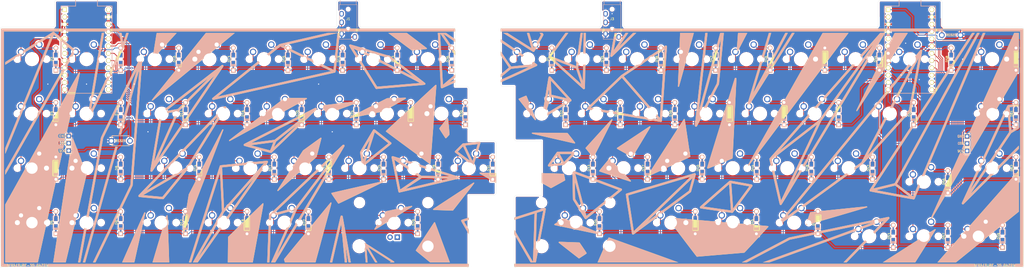
<source format=kicad_pcb>
(kicad_pcb (version 20171130) (host pcbnew "(5.1.4)-1")
  (layers (0 F.Cu signal hide) (31 B.Cu signal hide) (34 B.Paste user) (35 F.Paste user) (36 B.SilkS user) (37 F.SilkS user) (38 B.Mask user) (39 F.Mask user) (44 Edge.Cuts user))
  (net 0 "")
  (net 1 "Net-(D2-Pad2)")
  (net 2 ROW0)
  (net 3 "Net-(D3-Pad2)")
  (net 4 ROW1)
  (net 5 "Net-(D4-Pad2)")
  (net 6 ROW2)
  (net 7 "Net-(D5-Pad2)")
  (net 8 ROW3)
  (net 9 "Net-(D6-Pad2)")
  (net 10 "Net-(D7-Pad2)")
  (net 11 "Net-(D8-Pad2)")
  (net 12 "Net-(D9-Pad2)")
  (net 13 "Net-(D10-Pad2)")
  (net 14 "Net-(D11-Pad2)")
  (net 15 "Net-(D12-Pad2)")
  (net 16 "Net-(D13-Pad2)")
  (net 17 "Net-(D14-Pad2)")
  (net 18 "Net-(D15-Pad2)")
  (net 19 "Net-(D16-Pad2)")
  (net 20 "Net-(D17-Pad2)")
  (net 21 "Net-(D18-Pad2)")
  (net 22 "Net-(D19-Pad2)")
  (net 23 "Net-(D20-Pad2)")
  (net 24 "Net-(D21-Pad2)")
  (net 25 "Net-(D22-Pad2)")
  (net 26 "Net-(D23-Pad2)")
  (net 27 "Net-(D24-Pad2)")
  (net 28 "Net-(D25-Pad2)")
  (net 29 "Net-(D26-Pad2)")
  (net 30 "Net-(D27-Pad2)")
  (net 31 "Net-(D28-Pad2)")
  (net 32 "Net-(D29-Pad2)")
  (net 33 "Net-(D30-Pad2)")
  (net 34 "Net-(D31-Pad2)")
  (net 35 LED)
  (net 36 GND)
  (net 37 COL4)
  (net 38 COL5)
  (net 39 COL8)
  (net 40 COL6)
  (net 41 COL2)
  (net 42 COL7)
  (net 43 COL0)
  (net 44 COL1)
  (net 45 COL3)
  (net 46 RESET)
  (net 47 "Net-(U1-Pad24)")
  (net 48 VCC)
  (net 49 "Net-(U1-Pad7)")
  (net 50 SDA)
  (net 51 SCL)
  (net 52 DATA)
  (net 53 "Net-(J1-Pad4)")
  (net 54 "Net-(D1-Pad2)")
  (net 55 ROW_R_0)
  (net 56 ROW_R_1)
  (net 57 "Net-(D32-Pad2)")
  (net 58 ROW_R_2)
  (net 59 "Net-(D33-Pad2)")
  (net 60 ROW_R_3)
  (net 61 "Net-(D34-Pad2)")
  (net 62 "Net-(D35-Pad2)")
  (net 63 "Net-(D36-Pad2)")
  (net 64 "Net-(D37-Pad2)")
  (net 65 "Net-(D38-Pad2)")
  (net 66 "Net-(D39-Pad2)")
  (net 67 "Net-(D40-Pad2)")
  (net 68 "Net-(D41-Pad2)")
  (net 69 "Net-(D42-Pad2)")
  (net 70 "Net-(D43-Pad2)")
  (net 71 "Net-(D44-Pad2)")
  (net 72 "Net-(D45-Pad2)")
  (net 73 "Net-(D46-Pad2)")
  (net 74 "Net-(D47-Pad2)")
  (net 75 "Net-(D48-Pad2)")
  (net 76 "Net-(D49-Pad2)")
  (net 77 "Net-(D50-Pad2)")
  (net 78 "Net-(D51-Pad2)")
  (net 79 "Net-(D52-Pad2)")
  (net 80 "Net-(D53-Pad2)")
  (net 81 "Net-(D54-Pad2)")
  (net 82 "Net-(D55-Pad2)")
  (net 83 "Net-(D56-Pad2)")
  (net 84 "Net-(D57-Pad2)")
  (net 85 "Net-(D58-Pad2)")
  (net 86 "Net-(D59-Pad2)")
  (net 87 "Net-(D60-Pad2)")
  (net 88 "Net-(D61-Pad2)")
  (net 89 "Net-(D62-Pad2)")
  (net 90 "Net-(J3-Pad4)")
  (net 91 DATA_R)
  (net 92 LED_R)
  (net 93 COL14)
  (net 94 COL13)
  (net 95 COL11)
  (net 96 COL12)
  (net 97 COL16)
  (net 98 COL15)
  (net 99 COL9)
  (net 100 COL10)
  (net 101 COL17)
  (net 102 RESET_R)
  (net 103 "Net-(U2-Pad24)")
  (net 104 "Net-(U2-Pad7)")
  (net 105 SDA_R)
  (net 106 SCL_R)
  (module uwu55:top-right (layer F.Cu) (at 126.238 97.63125)
    (fp_text reference G*** hide)
    (fp_text value LOGO hide)
  )
  (module uwu55:bottom-right (layer F.Cu) (at 126.238 92.71)
    (fp_text reference G*** hide)
    (fp_text value LOGO hide)
  )
  (module uwu55:top-1 (layer F.Cu) (at 126.238 97.6376)
    (fp_text reference G*** hide)
    (fp_text value LOGO hide)
  )
  (module uwu55:bottom-1 (layer F.Cu) (at 126.238 92.71)
    (fp_text reference G*** hide)
    (fp_text value LOGO hide)
  )
  (module promicro:ProMicro (layer F.Cu) (at -22.225 63.373 270)
    (fp_text reference U1 hide)
    (fp_text value ProMicro)
    (pad 24 thru_hole circle (at -13.97 -7.62 270) (size 1.6 1.6) (drill 1.1) (layers *.Cu *.Mask F.SilkS) (net 47 "Net-(U1-Pad24)"))
    (pad 23 thru_hole circle (at -11.43 -7.62 270) (size 1.6 1.6) (drill 1.1) (layers *.Cu *.Mask F.SilkS) (net 36 GND))
    (pad 22 thru_hole circle (at -8.89 -7.62 270) (size 1.6 1.6) (drill 1.1) (layers *.Cu *.Mask F.SilkS) (net 46 RESET))
    (pad 21 thru_hole circle (at -6.35 -7.62 270) (size 1.6 1.6) (drill 1.1) (layers *.Cu *.Mask F.SilkS) (net 48 VCC))
    (pad 20 thru_hole circle (at -3.81 -7.62 270) (size 1.6 1.6) (drill 1.1) (layers *.Cu *.Mask F.SilkS) (net 44 COL1))
    (pad 19 thru_hole circle (at -1.27 -7.62 270) (size 1.6 1.6) (drill 1.1) (layers *.Cu *.Mask F.SilkS) (net 41 COL2))
    (pad 18 thru_hole circle (at 1.27 -7.62 270) (size 1.6 1.6) (drill 1.1) (layers *.Cu *.Mask F.SilkS) (net 45 COL3))
    (pad 17 thru_hole circle (at 3.81 -7.62 270) (size 1.6 1.6) (drill 1.1) (layers *.Cu *.Mask F.SilkS) (net 37 COL4))
    (pad 16 thru_hole circle (at 6.35 -7.62 270) (size 1.6 1.6) (drill 1.1) (layers *.Cu *.Mask F.SilkS) (net 38 COL5))
    (pad 15 thru_hole circle (at 8.89 -7.62 270) (size 1.6 1.6) (drill 1.1) (layers *.Cu *.Mask F.SilkS) (net 40 COL6))
    (pad 14 thru_hole circle (at 11.43 -7.62 270) (size 1.6 1.6) (drill 1.1) (layers *.Cu *.Mask F.SilkS) (net 42 COL7))
    (pad 13 thru_hole circle (at 13.97 -7.62 270) (size 1.6 1.6) (drill 1.1) (layers *.Cu *.Mask F.SilkS) (net 39 COL8))
    (pad 12 thru_hole circle (at 13.97 7.62 270) (size 1.6 1.6) (drill 1.1) (layers *.Cu *.Mask F.SilkS) (net 8 ROW3))
    (pad 11 thru_hole circle (at 11.43 7.62 270) (size 1.6 1.6) (drill 1.1) (layers *.Cu *.Mask F.SilkS) (net 6 ROW2))
    (pad 10 thru_hole circle (at 8.89 7.62 270) (size 1.6 1.6) (drill 1.1) (layers *.Cu *.Mask F.SilkS) (net 4 ROW1))
    (pad 9 thru_hole circle (at 6.35 7.62 270) (size 1.6 1.6) (drill 1.1) (layers *.Cu *.Mask F.SilkS) (net 2 ROW0))
    (pad 8 thru_hole circle (at 3.81 7.62 270) (size 1.6 1.6) (drill 1.1) (layers *.Cu *.Mask F.SilkS) (net 43 COL0))
    (pad 7 thru_hole circle (at 1.27 7.62 270) (size 1.6 1.6) (drill 1.1) (layers *.Cu *.Mask F.SilkS) (net 49 "Net-(U1-Pad7)"))
    (pad 6 thru_hole circle (at -1.27 7.62 270) (size 1.6 1.6) (drill 1.1) (layers *.Cu *.Mask F.SilkS) (net 50 SDA))
    (pad 5 thru_hole circle (at -3.81 7.62 270) (size 1.6 1.6) (drill 1.1) (layers *.Cu *.Mask F.SilkS) (net 51 SCL))
    (pad 4 thru_hole circle (at -6.35 7.62 270) (size 1.6 1.6) (drill 1.1) (layers *.Cu *.Mask F.SilkS) (net 36 GND))
    (pad 3 thru_hole circle (at -8.89 7.62 270) (size 1.6 1.6) (drill 1.1) (layers *.Cu *.Mask F.SilkS) (net 36 GND))
    (pad 2 thru_hole circle (at -11.43 7.62 270) (size 1.6 1.6) (drill 1.1) (layers *.Cu *.Mask F.SilkS) (net 52 DATA))
    (pad 1 thru_hole rect (at -13.97 7.62 270) (size 1.6 1.6) (drill 1.1) (layers *.Cu *.Mask F.SilkS) (net 35 LED))
  )
  (module Keebio-Parts:Diode-dual (layer F.Cu) (at 81.37525 104.775 270)
    (fp_text reference D25 (at -0.0254 1.4 90) (layer F.SilkS) (effects (font (size 0.8 0.8))))
    (fp_text value D_Small hide)
    (pad 1 smd rect (at 2.5 0 270) (size 2.9 0.5) (layers F.Cu) (net 6 ROW2))
    (pad 2 smd rect (at -2.5 0 270) (size 2.9 0.5) (layers F.Cu) (net 28 "Net-(D25-Pad2)"))
    (pad 1 thru_hole rect (at 3.9 0 270) (size 1.6 1.6) (drill 1) (layers *.Cu *.SilkS *.Mask) (net 6 ROW2))
    (pad 2 thru_hole circle (at -3.9 0 270) (size 1.6 1.6) (drill 1) (layers *.Cu *.SilkS *.Mask) (net 28 "Net-(D25-Pad2)"))
    (pad 2 smd rect (at -1.4 0 270) (size 1.6 1.2) (layers F.Cu F.Paste F.Mask) (net 28 "Net-(D25-Pad2)"))
    (pad 1 smd rect (at 1.4 0 270) (size 1.6 1.2) (layers F.Cu F.Paste F.Mask) (net 6 ROW2))
    (pad 1 smd rect (at 2.5 0 270) (size 2.9 0.5) (layers B.Cu) (net 6 ROW2))
    (pad 1 smd rect (at 1.4 0 270) (size 1.6 1.2) (layers B.Cu B.Paste B.Mask) (net 6 ROW2))
    (pad 2 smd rect (at -1.4 0 270) (size 1.6 1.2) (layers B.Cu B.Paste B.Mask) (net 28 "Net-(D25-Pad2)"))
    (pad 2 smd rect (at -2.5 0 270) (size 2.9 0.5) (layers B.Cu) (net 28 "Net-(D25-Pad2)"))
  )
  (module Keebio-Parts:Diode-dual (layer F.Cu) (at 62.32525 104.775 270)
    (fp_text reference D21 (at -0.0254 1.4 90) (layer F.SilkS) (effects (font (size 0.8 0.8))))
    (fp_text value D_Small hide)
    (pad 1 smd rect (at 2.5 0 270) (size 2.9 0.5) (layers F.Cu) (net 6 ROW2))
    (pad 2 smd rect (at -2.5 0 270) (size 2.9 0.5) (layers F.Cu) (net 24 "Net-(D21-Pad2)"))
    (pad 1 thru_hole rect (at 3.9 0 270) (size 1.6 1.6) (drill 1) (layers *.Cu *.SilkS *.Mask) (net 6 ROW2))
    (pad 2 thru_hole circle (at -3.9 0 270) (size 1.6 1.6) (drill 1) (layers *.Cu *.SilkS *.Mask) (net 24 "Net-(D21-Pad2)"))
    (pad 2 smd rect (at -1.4 0 270) (size 1.6 1.2) (layers F.Cu F.Paste F.Mask) (net 24 "Net-(D21-Pad2)"))
    (pad 1 smd rect (at 1.4 0 270) (size 1.6 1.2) (layers F.Cu F.Paste F.Mask) (net 6 ROW2))
    (pad 1 smd rect (at 2.5 0 270) (size 2.9 0.5) (layers B.Cu) (net 6 ROW2))
    (pad 1 smd rect (at 1.4 0 270) (size 1.6 1.2) (layers B.Cu B.Paste B.Mask) (net 6 ROW2))
    (pad 2 smd rect (at -1.4 0 270) (size 1.6 1.2) (layers B.Cu B.Paste B.Mask) (net 24 "Net-(D21-Pad2)"))
    (pad 2 smd rect (at -2.5 0 270) (size 2.9 0.5) (layers B.Cu) (net 24 "Net-(D21-Pad2)"))
  )
  (module Keebio-Parts:Diode-dual (layer F.Cu) (at 55.1815 123.825 270)
    (fp_text reference D22 (at -0.0254 1.4 90) (layer F.SilkS) (effects (font (size 0.8 0.8))))
    (fp_text value D_Small hide)
    (pad 1 smd rect (at 2.5 0 270) (size 2.9 0.5) (layers F.Cu) (net 8 ROW3))
    (pad 2 smd rect (at -2.5 0 270) (size 2.9 0.5) (layers F.Cu) (net 25 "Net-(D22-Pad2)"))
    (pad 1 thru_hole rect (at 3.9 0 270) (size 1.6 1.6) (drill 1) (layers *.Cu *.SilkS *.Mask) (net 8 ROW3))
    (pad 2 thru_hole circle (at -3.9 0 270) (size 1.6 1.6) (drill 1) (layers *.Cu *.SilkS *.Mask) (net 25 "Net-(D22-Pad2)"))
    (pad 2 smd rect (at -1.4 0 270) (size 1.6 1.2) (layers F.Cu F.Paste F.Mask) (net 25 "Net-(D22-Pad2)"))
    (pad 1 smd rect (at 1.4 0 270) (size 1.6 1.2) (layers F.Cu F.Paste F.Mask) (net 8 ROW3))
    (pad 1 smd rect (at 2.5 0 270) (size 2.9 0.5) (layers B.Cu) (net 8 ROW3))
    (pad 1 smd rect (at 1.4 0 270) (size 1.6 1.2) (layers B.Cu B.Paste B.Mask) (net 8 ROW3))
    (pad 2 smd rect (at -1.4 0 270) (size 1.6 1.2) (layers B.Cu B.Paste B.Mask) (net 25 "Net-(D22-Pad2)"))
    (pad 2 smd rect (at -2.5 0 270) (size 2.9 0.5) (layers B.Cu) (net 25 "Net-(D22-Pad2)"))
  )
  (module Keebio-Parts:Diode-dual (layer F.Cu) (at 33.75025 123.825 270)
    (fp_text reference D18 (at -0.0254 1.4 90) (layer F.SilkS) (effects (font (size 0.8 0.8))))
    (fp_text value D_Small hide)
    (pad 1 smd rect (at 2.5 0 270) (size 2.9 0.5) (layers F.Cu) (net 8 ROW3))
    (pad 2 smd rect (at -2.5 0 270) (size 2.9 0.5) (layers F.Cu) (net 21 "Net-(D18-Pad2)"))
    (pad 1 thru_hole rect (at 3.9 0 270) (size 1.6 1.6) (drill 1) (layers *.Cu *.SilkS *.Mask) (net 8 ROW3))
    (pad 2 thru_hole circle (at -3.9 0 270) (size 1.6 1.6) (drill 1) (layers *.Cu *.SilkS *.Mask) (net 21 "Net-(D18-Pad2)"))
    (pad 2 smd rect (at -1.4 0 270) (size 1.6 1.2) (layers F.Cu F.Paste F.Mask) (net 21 "Net-(D18-Pad2)"))
    (pad 1 smd rect (at 1.4 0 270) (size 1.6 1.2) (layers F.Cu F.Paste F.Mask) (net 8 ROW3))
    (pad 1 smd rect (at 2.5 0 270) (size 2.9 0.5) (layers B.Cu) (net 8 ROW3))
    (pad 1 smd rect (at 1.4 0 270) (size 1.6 1.2) (layers B.Cu B.Paste B.Mask) (net 8 ROW3))
    (pad 2 smd rect (at -1.4 0 270) (size 1.6 1.2) (layers B.Cu B.Paste B.Mask) (net 21 "Net-(D18-Pad2)"))
    (pad 2 smd rect (at -2.5 0 270) (size 2.9 0.5) (layers B.Cu) (net 21 "Net-(D18-Pad2)"))
  )
  (module Keebio-Parts:Diode-dual (layer F.Cu) (at 90.90025 85.725 270)
    (fp_text reference D27 (at -0.0254 1.4 90) (layer F.SilkS) (effects (font (size 0.8 0.8))))
    (fp_text value D_Small hide)
    (pad 1 smd rect (at 2.5 0 270) (size 2.9 0.5) (layers F.Cu) (net 4 ROW1))
    (pad 2 smd rect (at -2.5 0 270) (size 2.9 0.5) (layers F.Cu) (net 30 "Net-(D27-Pad2)"))
    (pad 1 thru_hole rect (at 3.9 0 270) (size 1.6 1.6) (drill 1) (layers *.Cu *.SilkS *.Mask) (net 4 ROW1))
    (pad 2 thru_hole circle (at -3.9 0 270) (size 1.6 1.6) (drill 1) (layers *.Cu *.SilkS *.Mask) (net 30 "Net-(D27-Pad2)"))
    (pad 2 smd rect (at -1.4 0 270) (size 1.6 1.2) (layers F.Cu F.Paste F.Mask) (net 30 "Net-(D27-Pad2)"))
    (pad 1 smd rect (at 1.4 0 270) (size 1.6 1.2) (layers F.Cu F.Paste F.Mask) (net 4 ROW1))
    (pad 1 smd rect (at 2.5 0 270) (size 2.9 0.5) (layers B.Cu) (net 4 ROW1))
    (pad 1 smd rect (at 1.4 0 270) (size 1.6 1.2) (layers B.Cu B.Paste B.Mask) (net 4 ROW1))
    (pad 2 smd rect (at -1.4 0 270) (size 1.6 1.2) (layers B.Cu B.Paste B.Mask) (net 30 "Net-(D27-Pad2)"))
    (pad 2 smd rect (at -2.5 0 270) (size 2.9 0.5) (layers B.Cu) (net 30 "Net-(D27-Pad2)"))
  )
  (module Keebio-Parts:Diode-dual (layer F.Cu) (at 86.13775 66.675 270)
    (fp_text reference D23 (at -0.0254 1.4 90) (layer F.SilkS) (effects (font (size 0.8 0.8))))
    (fp_text value D_Small hide)
    (pad 1 smd rect (at 2.5 0 270) (size 2.9 0.5) (layers F.Cu) (net 2 ROW0))
    (pad 2 smd rect (at -2.5 0 270) (size 2.9 0.5) (layers F.Cu) (net 26 "Net-(D23-Pad2)"))
    (pad 1 thru_hole rect (at 3.9 0 270) (size 1.6 1.6) (drill 1) (layers *.Cu *.SilkS *.Mask) (net 2 ROW0))
    (pad 2 thru_hole circle (at -3.9 0 270) (size 1.6 1.6) (drill 1) (layers *.Cu *.SilkS *.Mask) (net 26 "Net-(D23-Pad2)"))
    (pad 2 smd rect (at -1.4 0 270) (size 1.6 1.2) (layers F.Cu F.Paste F.Mask) (net 26 "Net-(D23-Pad2)"))
    (pad 1 smd rect (at 1.4 0 270) (size 1.6 1.2) (layers F.Cu F.Paste F.Mask) (net 2 ROW0))
    (pad 1 smd rect (at 2.5 0 270) (size 2.9 0.5) (layers B.Cu) (net 2 ROW0))
    (pad 1 smd rect (at 1.4 0 270) (size 1.6 1.2) (layers B.Cu B.Paste B.Mask) (net 2 ROW0))
    (pad 2 smd rect (at -1.4 0 270) (size 1.6 1.2) (layers B.Cu B.Paste B.Mask) (net 26 "Net-(D23-Pad2)"))
    (pad 2 smd rect (at -2.5 0 270) (size 2.9 0.5) (layers B.Cu) (net 26 "Net-(D23-Pad2)"))
  )
  (module Keebio-Parts:Diode-dual (layer F.Cu) (at 105.18775 66.675 270)
    (fp_text reference D26 (at -0.0254 1.4 90) (layer F.SilkS) (effects (font (size 0.8 0.8))))
    (fp_text value D_Small hide)
    (pad 1 smd rect (at 2.5 0 270) (size 2.9 0.5) (layers F.Cu) (net 2 ROW0))
    (pad 2 smd rect (at -2.5 0 270) (size 2.9 0.5) (layers F.Cu) (net 29 "Net-(D26-Pad2)"))
    (pad 1 thru_hole rect (at 3.9 0 270) (size 1.6 1.6) (drill 1) (layers *.Cu *.SilkS *.Mask) (net 2 ROW0))
    (pad 2 thru_hole circle (at -3.9 0 270) (size 1.6 1.6) (drill 1) (layers *.Cu *.SilkS *.Mask) (net 29 "Net-(D26-Pad2)"))
    (pad 2 smd rect (at -1.4 0 270) (size 1.6 1.2) (layers F.Cu F.Paste F.Mask) (net 29 "Net-(D26-Pad2)"))
    (pad 1 smd rect (at 1.4 0 270) (size 1.6 1.2) (layers F.Cu F.Paste F.Mask) (net 2 ROW0))
    (pad 1 smd rect (at 2.5 0 270) (size 2.9 0.5) (layers B.Cu) (net 2 ROW0))
    (pad 1 smd rect (at 1.4 0 270) (size 1.6 1.2) (layers B.Cu B.Paste B.Mask) (net 2 ROW0))
    (pad 2 smd rect (at -1.4 0 270) (size 1.6 1.2) (layers B.Cu B.Paste B.Mask) (net 29 "Net-(D26-Pad2)"))
    (pad 2 smd rect (at -2.5 0 270) (size 2.9 0.5) (layers B.Cu) (net 29 "Net-(D26-Pad2)"))
  )
  (module Keebio-Parts:Diode-dual (layer F.Cu) (at 71.85025 85.725 270)
    (fp_text reference D24 (at -0.0254 1.4 90) (layer F.SilkS) (effects (font (size 0.8 0.8))))
    (fp_text value D_Small hide)
    (pad 1 smd rect (at 2.5 0 270) (size 2.9 0.5) (layers F.Cu) (net 4 ROW1))
    (pad 2 smd rect (at -2.5 0 270) (size 2.9 0.5) (layers F.Cu) (net 27 "Net-(D24-Pad2)"))
    (pad 1 thru_hole rect (at 3.9 0 270) (size 1.6 1.6) (drill 1) (layers *.Cu *.SilkS *.Mask) (net 4 ROW1))
    (pad 2 thru_hole circle (at -3.9 0 270) (size 1.6 1.6) (drill 1) (layers *.Cu *.SilkS *.Mask) (net 27 "Net-(D24-Pad2)"))
    (pad 2 smd rect (at -1.4 0 270) (size 1.6 1.2) (layers F.Cu F.Paste F.Mask) (net 27 "Net-(D24-Pad2)"))
    (pad 1 smd rect (at 1.4 0 270) (size 1.6 1.2) (layers F.Cu F.Paste F.Mask) (net 4 ROW1))
    (pad 1 smd rect (at 2.5 0 270) (size 2.9 0.5) (layers B.Cu) (net 4 ROW1))
    (pad 1 smd rect (at 1.4 0 270) (size 1.6 1.2) (layers B.Cu B.Paste B.Mask) (net 4 ROW1))
    (pad 2 smd rect (at -1.4 0 270) (size 1.6 1.2) (layers B.Cu B.Paste B.Mask) (net 27 "Net-(D24-Pad2)"))
    (pad 2 smd rect (at -2.5 0 270) (size 2.9 0.5) (layers B.Cu) (net 27 "Net-(D24-Pad2)"))
  )
  (module Keebio-Parts:Diode-dual (layer F.Cu) (at 93.2815 123.825 270)
    (fp_text reference D29 (at -0.0254 1.4 90) (layer F.SilkS) (effects (font (size 0.8 0.8))))
    (fp_text value D_Small hide)
    (pad 1 smd rect (at 2.5 0 270) (size 2.9 0.5) (layers F.Cu) (net 8 ROW3))
    (pad 2 smd rect (at -2.5 0 270) (size 2.9 0.5) (layers F.Cu) (net 32 "Net-(D29-Pad2)"))
    (pad 1 thru_hole rect (at 3.9 0 270) (size 1.6 1.6) (drill 1) (layers *.Cu *.SilkS *.Mask) (net 8 ROW3))
    (pad 2 thru_hole circle (at -3.9 0 270) (size 1.6 1.6) (drill 1) (layers *.Cu *.SilkS *.Mask) (net 32 "Net-(D29-Pad2)"))
    (pad 2 smd rect (at -1.4 0 270) (size 1.6 1.2) (layers F.Cu F.Paste F.Mask) (net 32 "Net-(D29-Pad2)"))
    (pad 1 smd rect (at 1.4 0 270) (size 1.6 1.2) (layers F.Cu F.Paste F.Mask) (net 8 ROW3))
    (pad 1 smd rect (at 2.5 0 270) (size 2.9 0.5) (layers B.Cu) (net 8 ROW3))
    (pad 1 smd rect (at 1.4 0 270) (size 1.6 1.2) (layers B.Cu B.Paste B.Mask) (net 8 ROW3))
    (pad 2 smd rect (at -1.4 0 270) (size 1.6 1.2) (layers B.Cu B.Paste B.Mask) (net 32 "Net-(D29-Pad2)"))
    (pad 2 smd rect (at -2.5 0 270) (size 2.9 0.5) (layers B.Cu) (net 32 "Net-(D29-Pad2)"))
  )
  (module Keebio-Parts:Diode-dual (layer F.Cu) (at 52.80025 85.725 270)
    (fp_text reference D20 (at -0.0254 1.4 90) (layer F.SilkS) (effects (font (size 0.8 0.8))))
    (fp_text value D_Small hide)
    (pad 1 smd rect (at 2.5 0 270) (size 2.9 0.5) (layers F.Cu) (net 4 ROW1))
    (pad 2 smd rect (at -2.5 0 270) (size 2.9 0.5) (layers F.Cu) (net 23 "Net-(D20-Pad2)"))
    (pad 1 thru_hole rect (at 3.9 0 270) (size 1.6 1.6) (drill 1) (layers *.Cu *.SilkS *.Mask) (net 4 ROW1))
    (pad 2 thru_hole circle (at -3.9 0 270) (size 1.6 1.6) (drill 1) (layers *.Cu *.SilkS *.Mask) (net 23 "Net-(D20-Pad2)"))
    (pad 2 smd rect (at -1.4 0 270) (size 1.6 1.2) (layers F.Cu F.Paste F.Mask) (net 23 "Net-(D20-Pad2)"))
    (pad 1 smd rect (at 1.4 0 270) (size 1.6 1.2) (layers F.Cu F.Paste F.Mask) (net 4 ROW1))
    (pad 1 smd rect (at 2.5 0 270) (size 2.9 0.5) (layers B.Cu) (net 4 ROW1))
    (pad 1 smd rect (at 1.4 0 270) (size 1.6 1.2) (layers B.Cu B.Paste B.Mask) (net 4 ROW1))
    (pad 2 smd rect (at -1.4 0 270) (size 1.6 1.2) (layers B.Cu B.Paste B.Mask) (net 23 "Net-(D20-Pad2)"))
    (pad 2 smd rect (at -2.5 0 270) (size 2.9 0.5) (layers B.Cu) (net 23 "Net-(D20-Pad2)"))
  )
  (module Keebio-Parts:Diode-dual (layer F.Cu) (at 67.08775 66.675 270)
    (fp_text reference D19 (at -0.0254 1.4 90) (layer F.SilkS) (effects (font (size 0.8 0.8))))
    (fp_text value D_Small hide)
    (pad 1 smd rect (at 2.5 0 270) (size 2.9 0.5) (layers F.Cu) (net 2 ROW0))
    (pad 2 smd rect (at -2.5 0 270) (size 2.9 0.5) (layers F.Cu) (net 22 "Net-(D19-Pad2)"))
    (pad 1 thru_hole rect (at 3.9 0 270) (size 1.6 1.6) (drill 1) (layers *.Cu *.SilkS *.Mask) (net 2 ROW0))
    (pad 2 thru_hole circle (at -3.9 0 270) (size 1.6 1.6) (drill 1) (layers *.Cu *.SilkS *.Mask) (net 22 "Net-(D19-Pad2)"))
    (pad 2 smd rect (at -1.4 0 270) (size 1.6 1.2) (layers F.Cu F.Paste F.Mask) (net 22 "Net-(D19-Pad2)"))
    (pad 1 smd rect (at 1.4 0 270) (size 1.6 1.2) (layers F.Cu F.Paste F.Mask) (net 2 ROW0))
    (pad 1 smd rect (at 2.5 0 270) (size 2.9 0.5) (layers B.Cu) (net 2 ROW0))
    (pad 1 smd rect (at 1.4 0 270) (size 1.6 1.2) (layers B.Cu B.Paste B.Mask) (net 2 ROW0))
    (pad 2 smd rect (at -1.4 0 270) (size 1.6 1.2) (layers B.Cu B.Paste B.Mask) (net 22 "Net-(D19-Pad2)"))
    (pad 2 smd rect (at -2.5 0 270) (size 2.9 0.5) (layers B.Cu) (net 22 "Net-(D19-Pad2)"))
  )
  (module Keebio-Parts:Diode-dual (layer F.Cu) (at 100.42525 104.775 270)
    (fp_text reference D28 (at -0.0254 1.4 90) (layer F.SilkS) (effects (font (size 0.8 0.8))))
    (fp_text value D_Small hide)
    (pad 1 smd rect (at 2.5 0 270) (size 2.9 0.5) (layers F.Cu) (net 6 ROW2))
    (pad 2 smd rect (at -2.5 0 270) (size 2.9 0.5) (layers F.Cu) (net 31 "Net-(D28-Pad2)"))
    (pad 1 thru_hole rect (at 3.9 0 270) (size 1.6 1.6) (drill 1) (layers *.Cu *.SilkS *.Mask) (net 6 ROW2))
    (pad 2 thru_hole circle (at -3.9 0 270) (size 1.6 1.6) (drill 1) (layers *.Cu *.SilkS *.Mask) (net 31 "Net-(D28-Pad2)"))
    (pad 2 smd rect (at -1.4 0 270) (size 1.6 1.2) (layers F.Cu F.Paste F.Mask) (net 31 "Net-(D28-Pad2)"))
    (pad 1 smd rect (at 1.4 0 270) (size 1.6 1.2) (layers F.Cu F.Paste F.Mask) (net 6 ROW2))
    (pad 1 smd rect (at 2.5 0 270) (size 2.9 0.5) (layers B.Cu) (net 6 ROW2))
    (pad 1 smd rect (at 1.4 0 270) (size 1.6 1.2) (layers B.Cu B.Paste B.Mask) (net 6 ROW2))
    (pad 2 smd rect (at -1.4 0 270) (size 1.6 1.2) (layers B.Cu B.Paste B.Mask) (net 31 "Net-(D28-Pad2)"))
    (pad 2 smd rect (at -2.5 0 270) (size 2.9 0.5) (layers B.Cu) (net 31 "Net-(D28-Pad2)"))
  )
  (module Keebio-Parts:Diode-dual (layer F.Cu) (at 28.98775 66.675 270)
    (fp_text reference D13 (at -0.0254 1.4 90) (layer F.SilkS) (effects (font (size 0.8 0.8))))
    (fp_text value D_Small hide)
    (pad 1 smd rect (at 2.5 0 270) (size 2.9 0.5) (layers F.Cu) (net 2 ROW0))
    (pad 2 smd rect (at -2.5 0 270) (size 2.9 0.5) (layers F.Cu) (net 16 "Net-(D13-Pad2)"))
    (pad 1 thru_hole rect (at 3.9 0 270) (size 1.6 1.6) (drill 1) (layers *.Cu *.SilkS *.Mask) (net 2 ROW0))
    (pad 2 thru_hole circle (at -3.9 0 270) (size 1.6 1.6) (drill 1) (layers *.Cu *.SilkS *.Mask) (net 16 "Net-(D13-Pad2)"))
    (pad 2 smd rect (at -1.4 0 270) (size 1.6 1.2) (layers F.Cu F.Paste F.Mask) (net 16 "Net-(D13-Pad2)"))
    (pad 1 smd rect (at 1.4 0 270) (size 1.6 1.2) (layers F.Cu F.Paste F.Mask) (net 2 ROW0))
    (pad 1 smd rect (at 2.5 0 270) (size 2.9 0.5) (layers B.Cu) (net 2 ROW0))
    (pad 1 smd rect (at 1.4 0 270) (size 1.6 1.2) (layers B.Cu B.Paste B.Mask) (net 2 ROW0))
    (pad 2 smd rect (at -1.4 0 270) (size 1.6 1.2) (layers B.Cu B.Paste B.Mask) (net 16 "Net-(D13-Pad2)"))
    (pad 2 smd rect (at -2.5 0 270) (size 2.9 0.5) (layers B.Cu) (net 16 "Net-(D13-Pad2)"))
  )
  (module Keebio-Parts:Diode-dual (layer F.Cu) (at 12.319 123.825 270)
    (fp_text reference D12 (at -0.0254 1.4 90) (layer F.SilkS) (effects (font (size 0.8 0.8))))
    (fp_text value D_Small hide)
    (pad 1 smd rect (at 2.5 0 270) (size 2.9 0.5) (layers F.Cu) (net 8 ROW3))
    (pad 2 smd rect (at -2.5 0 270) (size 2.9 0.5) (layers F.Cu) (net 15 "Net-(D12-Pad2)"))
    (pad 1 thru_hole rect (at 3.9 0 270) (size 1.6 1.6) (drill 1) (layers *.Cu *.SilkS *.Mask) (net 8 ROW3))
    (pad 2 thru_hole circle (at -3.9 0 270) (size 1.6 1.6) (drill 1) (layers *.Cu *.SilkS *.Mask) (net 15 "Net-(D12-Pad2)"))
    (pad 2 smd rect (at -1.4 0 270) (size 1.6 1.2) (layers F.Cu F.Paste F.Mask) (net 15 "Net-(D12-Pad2)"))
    (pad 1 smd rect (at 1.4 0 270) (size 1.6 1.2) (layers F.Cu F.Paste F.Mask) (net 8 ROW3))
    (pad 1 smd rect (at 2.5 0 270) (size 2.9 0.5) (layers B.Cu) (net 8 ROW3))
    (pad 1 smd rect (at 1.4 0 270) (size 1.6 1.2) (layers B.Cu B.Paste B.Mask) (net 8 ROW3))
    (pad 2 smd rect (at -1.4 0 270) (size 1.6 1.2) (layers B.Cu B.Paste B.Mask) (net 15 "Net-(D12-Pad2)"))
    (pad 2 smd rect (at -2.5 0 270) (size 2.9 0.5) (layers B.Cu) (net 15 "Net-(D12-Pad2)"))
  )
  (module Keebio-Parts:Diode-dual (layer F.Cu) (at -10.31875 104.775 270)
    (fp_text reference D8 (at -0.0254 1.4 90) (layer F.SilkS) (effects (font (size 0.8 0.8))))
    (fp_text value D_Small hide)
    (pad 1 smd rect (at 2.5 0 270) (size 2.9 0.5) (layers F.Cu) (net 6 ROW2))
    (pad 2 smd rect (at -2.5 0 270) (size 2.9 0.5) (layers F.Cu) (net 11 "Net-(D8-Pad2)"))
    (pad 1 thru_hole rect (at 3.9 0 270) (size 1.6 1.6) (drill 1) (layers *.Cu *.SilkS *.Mask) (net 6 ROW2))
    (pad 2 thru_hole circle (at -3.9 0 270) (size 1.6 1.6) (drill 1) (layers *.Cu *.SilkS *.Mask) (net 11 "Net-(D8-Pad2)"))
    (pad 2 smd rect (at -1.4 0 270) (size 1.6 1.2) (layers F.Cu F.Paste F.Mask) (net 11 "Net-(D8-Pad2)"))
    (pad 1 smd rect (at 1.4 0 270) (size 1.6 1.2) (layers F.Cu F.Paste F.Mask) (net 6 ROW2))
    (pad 1 smd rect (at 2.5 0 270) (size 2.9 0.5) (layers B.Cu) (net 6 ROW2))
    (pad 1 smd rect (at 1.4 0 270) (size 1.6 1.2) (layers B.Cu B.Paste B.Mask) (net 6 ROW2))
    (pad 2 smd rect (at -1.4 0 270) (size 1.6 1.2) (layers B.Cu B.Paste B.Mask) (net 11 "Net-(D8-Pad2)"))
    (pad 2 smd rect (at -2.5 0 270) (size 2.9 0.5) (layers B.Cu) (net 11 "Net-(D8-Pad2)"))
  )
  (module Keebio-Parts:Diode-dual (layer F.Cu) (at -10.31875 123.825 270)
    (fp_text reference D9 (at -0.0254 1.4 90) (layer F.SilkS) (effects (font (size 0.8 0.8))))
    (fp_text value D_Small hide)
    (pad 1 smd rect (at 2.5 0 270) (size 2.9 0.5) (layers F.Cu) (net 8 ROW3))
    (pad 2 smd rect (at -2.5 0 270) (size 2.9 0.5) (layers F.Cu) (net 12 "Net-(D9-Pad2)"))
    (pad 1 thru_hole rect (at 3.9 0 270) (size 1.6 1.6) (drill 1) (layers *.Cu *.SilkS *.Mask) (net 8 ROW3))
    (pad 2 thru_hole circle (at -3.9 0 270) (size 1.6 1.6) (drill 1) (layers *.Cu *.SilkS *.Mask) (net 12 "Net-(D9-Pad2)"))
    (pad 2 smd rect (at -1.4 0 270) (size 1.6 1.2) (layers F.Cu F.Paste F.Mask) (net 12 "Net-(D9-Pad2)"))
    (pad 1 smd rect (at 1.4 0 270) (size 1.6 1.2) (layers F.Cu F.Paste F.Mask) (net 8 ROW3))
    (pad 1 smd rect (at 2.5 0 270) (size 2.9 0.5) (layers B.Cu) (net 8 ROW3))
    (pad 1 smd rect (at 1.4 0 270) (size 1.6 1.2) (layers B.Cu B.Paste B.Mask) (net 8 ROW3))
    (pad 2 smd rect (at -1.4 0 270) (size 1.6 1.2) (layers B.Cu B.Paste B.Mask) (net 12 "Net-(D9-Pad2)"))
    (pad 2 smd rect (at -2.5 0 270) (size 2.9 0.5) (layers B.Cu) (net 12 "Net-(D9-Pad2)"))
  )
  (module Keebio-Parts:Diode-dual (layer F.Cu) (at -10.31875 85.725 270)
    (fp_text reference D7 (at -0.0254 1.4 90) (layer F.SilkS) (effects (font (size 0.8 0.8))))
    (fp_text value D_Small hide)
    (pad 1 smd rect (at 2.5 0 270) (size 2.9 0.5) (layers F.Cu) (net 4 ROW1))
    (pad 2 smd rect (at -2.5 0 270) (size 2.9 0.5) (layers F.Cu) (net 10 "Net-(D7-Pad2)"))
    (pad 1 thru_hole rect (at 3.9 0 270) (size 1.6 1.6) (drill 1) (layers *.Cu *.SilkS *.Mask) (net 4 ROW1))
    (pad 2 thru_hole circle (at -3.9 0 270) (size 1.6 1.6) (drill 1) (layers *.Cu *.SilkS *.Mask) (net 10 "Net-(D7-Pad2)"))
    (pad 2 smd rect (at -1.4 0 270) (size 1.6 1.2) (layers F.Cu F.Paste F.Mask) (net 10 "Net-(D7-Pad2)"))
    (pad 1 smd rect (at 1.4 0 270) (size 1.6 1.2) (layers F.Cu F.Paste F.Mask) (net 4 ROW1))
    (pad 1 smd rect (at 2.5 0 270) (size 2.9 0.5) (layers B.Cu) (net 4 ROW1))
    (pad 1 smd rect (at 1.4 0 270) (size 1.6 1.2) (layers B.Cu B.Paste B.Mask) (net 4 ROW1))
    (pad 2 smd rect (at -1.4 0 270) (size 1.6 1.2) (layers B.Cu B.Paste B.Mask) (net 10 "Net-(D7-Pad2)"))
    (pad 2 smd rect (at -2.5 0 270) (size 2.9 0.5) (layers B.Cu) (net 10 "Net-(D7-Pad2)"))
  )
  (module Keebio-Parts:Diode-dual (layer F.Cu) (at -10.31875 66.675 270)
    (fp_text reference D6 (at -0.0254 1.4 90) (layer F.SilkS) (effects (font (size 0.8 0.8))))
    (fp_text value D_Small hide)
    (pad 1 smd rect (at 2.5 0 270) (size 2.9 0.5) (layers F.Cu) (net 2 ROW0))
    (pad 2 smd rect (at -2.5 0 270) (size 2.9 0.5) (layers F.Cu) (net 9 "Net-(D6-Pad2)"))
    (pad 1 thru_hole rect (at 3.9 0 270) (size 1.6 1.6) (drill 1) (layers *.Cu *.SilkS *.Mask) (net 2 ROW0))
    (pad 2 thru_hole circle (at -3.9 0 270) (size 1.6 1.6) (drill 1) (layers *.Cu *.SilkS *.Mask) (net 9 "Net-(D6-Pad2)"))
    (pad 2 smd rect (at -1.4 0 270) (size 1.6 1.2) (layers F.Cu F.Paste F.Mask) (net 9 "Net-(D6-Pad2)"))
    (pad 1 smd rect (at 1.4 0 270) (size 1.6 1.2) (layers F.Cu F.Paste F.Mask) (net 2 ROW0))
    (pad 1 smd rect (at 2.5 0 270) (size 2.9 0.5) (layers B.Cu) (net 2 ROW0))
    (pad 1 smd rect (at 1.4 0 270) (size 1.6 1.2) (layers B.Cu B.Paste B.Mask) (net 2 ROW0))
    (pad 2 smd rect (at -1.4 0 270) (size 1.6 1.2) (layers B.Cu B.Paste B.Mask) (net 9 "Net-(D6-Pad2)"))
    (pad 2 smd rect (at -2.5 0 270) (size 2.9 0.5) (layers B.Cu) (net 9 "Net-(D6-Pad2)"))
  )
  (module Keebio-Parts:Diode-dual (layer F.Cu) (at -32.92475 123.825 270)
    (fp_text reference D5 (at -0.0254 1.4 90) (layer F.SilkS) (effects (font (size 0.8 0.8))))
    (fp_text value D_Small hide)
    (pad 1 smd rect (at 2.5 0 270) (size 2.9 0.5) (layers F.Cu) (net 8 ROW3))
    (pad 2 smd rect (at -2.5 0 270) (size 2.9 0.5) (layers F.Cu) (net 7 "Net-(D5-Pad2)"))
    (pad 1 thru_hole rect (at 3.9 0 270) (size 1.6 1.6) (drill 1) (layers *.Cu *.SilkS *.Mask) (net 8 ROW3))
    (pad 2 thru_hole circle (at -3.9 0 270) (size 1.6 1.6) (drill 1) (layers *.Cu *.SilkS *.Mask) (net 7 "Net-(D5-Pad2)"))
    (pad 2 smd rect (at -1.4 0 270) (size 1.6 1.2) (layers F.Cu F.Paste F.Mask) (net 7 "Net-(D5-Pad2)"))
    (pad 1 smd rect (at 1.4 0 270) (size 1.6 1.2) (layers F.Cu F.Paste F.Mask) (net 8 ROW3))
    (pad 1 smd rect (at 2.5 0 270) (size 2.9 0.5) (layers B.Cu) (net 8 ROW3))
    (pad 1 smd rect (at 1.4 0 270) (size 1.6 1.2) (layers B.Cu B.Paste B.Mask) (net 8 ROW3))
    (pad 2 smd rect (at -1.4 0 270) (size 1.6 1.2) (layers B.Cu B.Paste B.Mask) (net 7 "Net-(D5-Pad2)"))
    (pad 2 smd rect (at -2.5 0 270) (size 2.9 0.5) (layers B.Cu) (net 7 "Net-(D5-Pad2)"))
  )
  (module Keebio-Parts:Diode-dual (layer F.Cu) (at -32.92475 66.675 270)
    (fp_text reference D2 (at -0.0254 1.4 90) (layer F.SilkS) (effects (font (size 0.8 0.8))))
    (fp_text value D_Small hide)
    (pad 1 smd rect (at 2.5 0 270) (size 2.9 0.5) (layers F.Cu) (net 2 ROW0))
    (pad 2 smd rect (at -2.5 0 270) (size 2.9 0.5) (layers F.Cu) (net 1 "Net-(D2-Pad2)"))
    (pad 1 thru_hole rect (at 3.9 0 270) (size 1.6 1.6) (drill 1) (layers *.Cu *.SilkS *.Mask) (net 2 ROW0))
    (pad 2 thru_hole circle (at -3.9 0 270) (size 1.6 1.6) (drill 1) (layers *.Cu *.SilkS *.Mask) (net 1 "Net-(D2-Pad2)"))
    (pad 2 smd rect (at -1.4 0 270) (size 1.6 1.2) (layers F.Cu F.Paste F.Mask) (net 1 "Net-(D2-Pad2)"))
    (pad 1 smd rect (at 1.4 0 270) (size 1.6 1.2) (layers F.Cu F.Paste F.Mask) (net 2 ROW0))
    (pad 1 smd rect (at 2.5 0 270) (size 2.9 0.5) (layers B.Cu) (net 2 ROW0))
    (pad 1 smd rect (at 1.4 0 270) (size 1.6 1.2) (layers B.Cu B.Paste B.Mask) (net 2 ROW0))
    (pad 2 smd rect (at -1.4 0 270) (size 1.6 1.2) (layers B.Cu B.Paste B.Mask) (net 1 "Net-(D2-Pad2)"))
    (pad 2 smd rect (at -2.5 0 270) (size 2.9 0.5) (layers B.Cu) (net 1 "Net-(D2-Pad2)"))
  )
  (module Keebio-Parts:Diode-dual (layer F.Cu) (at 43.27525 104.775 270)
    (fp_text reference D17 (at -0.0254 1.4 90) (layer F.SilkS) (effects (font (size 0.8 0.8))))
    (fp_text value D_Small hide)
    (pad 1 smd rect (at 2.5 0 270) (size 2.9 0.5) (layers F.Cu) (net 6 ROW2))
    (pad 2 smd rect (at -2.5 0 270) (size 2.9 0.5) (layers F.Cu) (net 20 "Net-(D17-Pad2)"))
    (pad 1 thru_hole rect (at 3.9 0 270) (size 1.6 1.6) (drill 1) (layers *.Cu *.SilkS *.Mask) (net 6 ROW2))
    (pad 2 thru_hole circle (at -3.9 0 270) (size 1.6 1.6) (drill 1) (layers *.Cu *.SilkS *.Mask) (net 20 "Net-(D17-Pad2)"))
    (pad 2 smd rect (at -1.4 0 270) (size 1.6 1.2) (layers F.Cu F.Paste F.Mask) (net 20 "Net-(D17-Pad2)"))
    (pad 1 smd rect (at 1.4 0 270) (size 1.6 1.2) (layers F.Cu F.Paste F.Mask) (net 6 ROW2))
    (pad 1 smd rect (at 2.5 0 270) (size 2.9 0.5) (layers B.Cu) (net 6 ROW2))
    (pad 1 smd rect (at 1.4 0 270) (size 1.6 1.2) (layers B.Cu B.Paste B.Mask) (net 6 ROW2))
    (pad 2 smd rect (at -1.4 0 270) (size 1.6 1.2) (layers B.Cu B.Paste B.Mask) (net 20 "Net-(D17-Pad2)"))
    (pad 2 smd rect (at -2.5 0 270) (size 2.9 0.5) (layers B.Cu) (net 20 "Net-(D17-Pad2)"))
  )
  (module Keebio-Parts:Diode-dual (layer F.Cu) (at 33.75025 85.725 270)
    (fp_text reference D16 (at -0.0254 1.4 90) (layer F.SilkS) (effects (font (size 0.8 0.8))))
    (fp_text value D_Small hide)
    (pad 1 smd rect (at 2.5 0 270) (size 2.9 0.5) (layers F.Cu) (net 4 ROW1))
    (pad 2 smd rect (at -2.5 0 270) (size 2.9 0.5) (layers F.Cu) (net 19 "Net-(D16-Pad2)"))
    (pad 1 thru_hole rect (at 3.9 0 270) (size 1.6 1.6) (drill 1) (layers *.Cu *.SilkS *.Mask) (net 4 ROW1))
    (pad 2 thru_hole circle (at -3.9 0 270) (size 1.6 1.6) (drill 1) (layers *.Cu *.SilkS *.Mask) (net 19 "Net-(D16-Pad2)"))
    (pad 2 smd rect (at -1.4 0 270) (size 1.6 1.2) (layers F.Cu F.Paste F.Mask) (net 19 "Net-(D16-Pad2)"))
    (pad 1 smd rect (at 1.4 0 270) (size 1.6 1.2) (layers F.Cu F.Paste F.Mask) (net 4 ROW1))
    (pad 1 smd rect (at 2.5 0 270) (size 2.9 0.5) (layers B.Cu) (net 4 ROW1))
    (pad 1 smd rect (at 1.4 0 270) (size 1.6 1.2) (layers B.Cu B.Paste B.Mask) (net 4 ROW1))
    (pad 2 smd rect (at -1.4 0 270) (size 1.6 1.2) (layers B.Cu B.Paste B.Mask) (net 19 "Net-(D16-Pad2)"))
    (pad 2 smd rect (at -2.5 0 270) (size 2.9 0.5) (layers B.Cu) (net 19 "Net-(D16-Pad2)"))
  )
  (module Keebio-Parts:Diode-dual (layer F.Cu) (at 17.0815 104.775 270)
    (fp_text reference D14 (at -0.0254 1.4 90) (layer F.SilkS) (effects (font (size 0.8 0.8))))
    (fp_text value D_Small hide)
    (pad 1 smd rect (at 2.5 0 270) (size 2.9 0.5) (layers F.Cu) (net 6 ROW2))
    (pad 2 smd rect (at -2.5 0 270) (size 2.9 0.5) (layers F.Cu) (net 17 "Net-(D14-Pad2)"))
    (pad 1 thru_hole rect (at 3.9 0 270) (size 1.6 1.6) (drill 1) (layers *.Cu *.SilkS *.Mask) (net 6 ROW2))
    (pad 2 thru_hole circle (at -3.9 0 270) (size 1.6 1.6) (drill 1) (layers *.Cu *.SilkS *.Mask) (net 17 "Net-(D14-Pad2)"))
    (pad 2 smd rect (at -1.4 0 270) (size 1.6 1.2) (layers F.Cu F.Paste F.Mask) (net 17 "Net-(D14-Pad2)"))
    (pad 1 smd rect (at 1.4 0 270) (size 1.6 1.2) (layers F.Cu F.Paste F.Mask) (net 6 ROW2))
    (pad 1 smd rect (at 2.5 0 270) (size 2.9 0.5) (layers B.Cu) (net 6 ROW2))
    (pad 1 smd rect (at 1.4 0 270) (size 1.6 1.2) (layers B.Cu B.Paste B.Mask) (net 6 ROW2))
    (pad 2 smd rect (at -1.4 0 270) (size 1.6 1.2) (layers B.Cu B.Paste B.Mask) (net 17 "Net-(D14-Pad2)"))
    (pad 2 smd rect (at -2.5 0 270) (size 2.9 0.5) (layers B.Cu) (net 17 "Net-(D14-Pad2)"))
  )
  (module Keebio-Parts:Diode-dual (layer F.Cu) (at 12.319 85.725 270)
    (fp_text reference D11 (at -0.0254 1.4 90) (layer F.SilkS) (effects (font (size 0.8 0.8))))
    (fp_text value D_Small hide)
    (pad 1 smd rect (at 2.5 0 270) (size 2.9 0.5) (layers F.Cu) (net 4 ROW1))
    (pad 2 smd rect (at -2.5 0 270) (size 2.9 0.5) (layers F.Cu) (net 14 "Net-(D11-Pad2)"))
    (pad 1 thru_hole rect (at 3.9 0 270) (size 1.6 1.6) (drill 1) (layers *.Cu *.SilkS *.Mask) (net 4 ROW1))
    (pad 2 thru_hole circle (at -3.9 0 270) (size 1.6 1.6) (drill 1) (layers *.Cu *.SilkS *.Mask) (net 14 "Net-(D11-Pad2)"))
    (pad 2 smd rect (at -1.4 0 270) (size 1.6 1.2) (layers F.Cu F.Paste F.Mask) (net 14 "Net-(D11-Pad2)"))
    (pad 1 smd rect (at 1.4 0 270) (size 1.6 1.2) (layers F.Cu F.Paste F.Mask) (net 4 ROW1))
    (pad 1 smd rect (at 2.5 0 270) (size 2.9 0.5) (layers B.Cu) (net 4 ROW1))
    (pad 1 smd rect (at 1.4 0 270) (size 1.6 1.2) (layers B.Cu B.Paste B.Mask) (net 4 ROW1))
    (pad 2 smd rect (at -1.4 0 270) (size 1.6 1.2) (layers B.Cu B.Paste B.Mask) (net 14 "Net-(D11-Pad2)"))
    (pad 2 smd rect (at -2.5 0 270) (size 2.9 0.5) (layers B.Cu) (net 14 "Net-(D11-Pad2)"))
  )
  (module Keebio-Parts:TRRS-PJ-320A-BOTTOM (layer F.Cu) (at 69.05625 47.625)
    (fp_text reference J1 (at 0 5) (layer F.SilkS) (effects (font (size 0.8 0.8))))
    (fp_text value MJ-4PP-9-Lily58-cache hide)
    (pad 1 thru_hole oval (at 2.3 11.3) (size 1.6 2) (drill oval 0.9 1.3) (layers *.Cu *.Mask) (net 48 VCC))
    (pad 2 thru_hole oval (at -2.3 10.2) (size 1.6 2) (drill oval 0.9 1.3) (layers *.Cu *.Mask) (net 36 GND))
    (pad 4 thru_hole oval (at -2.3 3.2) (size 1.6 2) (drill oval 0.9 1.3) (layers *.Cu *.Mask) (net 53 "Net-(J1-Pad4)"))
    (pad "" np_thru_hole circle (at 0 8.6) (size 0.8 0.8) (drill 0.8) (layers *.Cu *.Mask))
    (pad "" np_thru_hole circle (at 0 1.6) (size 0.8 0.8) (drill 0.8) (layers *.Cu *.Mask))
    (pad 3 thru_hole oval (at -2.3 6.2) (size 1.6 2) (drill oval 0.9 1.3) (layers *.Cu *.Mask) (net 52 DATA))
  )
  (module Keebio-Parts:Diode-dual (layer F.Cu) (at -32.92475 85.725 270)
    (fp_text reference D3 (at -0.0254 1.4 90) (layer F.SilkS) (effects (font (size 0.8 0.8))))
    (fp_text value D_Small hide)
    (pad 1 smd rect (at 2.5 0 270) (size 2.9 0.5) (layers F.Cu) (net 4 ROW1))
    (pad 2 smd rect (at -2.5 0 270) (size 2.9 0.5) (layers F.Cu) (net 3 "Net-(D3-Pad2)"))
    (pad 1 thru_hole rect (at 3.9 0 270) (size 1.6 1.6) (drill 1) (layers *.Cu *.SilkS *.Mask) (net 4 ROW1))
    (pad 2 thru_hole circle (at -3.9 0 270) (size 1.6 1.6) (drill 1) (layers *.Cu *.SilkS *.Mask) (net 3 "Net-(D3-Pad2)"))
    (pad 2 smd rect (at -1.4 0 270) (size 1.6 1.2) (layers F.Cu F.Paste F.Mask) (net 3 "Net-(D3-Pad2)"))
    (pad 1 smd rect (at 1.4 0 270) (size 1.6 1.2) (layers F.Cu F.Paste F.Mask) (net 4 ROW1))
    (pad 1 smd rect (at 2.5 0 270) (size 2.9 0.5) (layers B.Cu) (net 4 ROW1))
    (pad 1 smd rect (at 1.4 0 270) (size 1.6 1.2) (layers B.Cu B.Paste B.Mask) (net 4 ROW1))
    (pad 2 smd rect (at -1.4 0 270) (size 1.6 1.2) (layers B.Cu B.Paste B.Mask) (net 3 "Net-(D3-Pad2)"))
    (pad 2 smd rect (at -2.5 0 270) (size 2.9 0.5) (layers B.Cu) (net 3 "Net-(D3-Pad2)"))
  )
  (module Keebio-Parts:Diode-dual (layer F.Cu) (at -32.92475 104.775 270)
    (fp_text reference D4 (at -0.0254 1.4 90) (layer F.SilkS) (effects (font (size 0.8 0.8))))
    (fp_text value D_Small hide)
    (pad 1 smd rect (at 2.5 0 270) (size 2.9 0.5) (layers F.Cu) (net 6 ROW2))
    (pad 2 smd rect (at -2.5 0 270) (size 2.9 0.5) (layers F.Cu) (net 5 "Net-(D4-Pad2)"))
    (pad 1 thru_hole rect (at 3.9 0 270) (size 1.6 1.6) (drill 1) (layers *.Cu *.SilkS *.Mask) (net 6 ROW2))
    (pad 2 thru_hole circle (at -3.9 0 270) (size 1.6 1.6) (drill 1) (layers *.Cu *.SilkS *.Mask) (net 5 "Net-(D4-Pad2)"))
    (pad 2 smd rect (at -1.4 0 270) (size 1.6 1.2) (layers F.Cu F.Paste F.Mask) (net 5 "Net-(D4-Pad2)"))
    (pad 1 smd rect (at 1.4 0 270) (size 1.6 1.2) (layers F.Cu F.Paste F.Mask) (net 6 ROW2))
    (pad 1 smd rect (at 2.5 0 270) (size 2.9 0.5) (layers B.Cu) (net 6 ROW2))
    (pad 1 smd rect (at 1.4 0 270) (size 1.6 1.2) (layers B.Cu B.Paste B.Mask) (net 6 ROW2))
    (pad 2 smd rect (at -1.4 0 270) (size 1.6 1.2) (layers B.Cu B.Paste B.Mask) (net 5 "Net-(D4-Pad2)"))
    (pad 2 smd rect (at -2.5 0 270) (size 2.9 0.5) (layers B.Cu) (net 5 "Net-(D4-Pad2)"))
  )
  (module Keebio-Parts:Diode-dual (layer F.Cu) (at 48.03775 66.675 270)
    (fp_text reference D15 (at -0.0254 1.4 90) (layer F.SilkS) (effects (font (size 0.8 0.8))))
    (fp_text value D_Small hide)
    (pad 1 smd rect (at 2.5 0 270) (size 2.9 0.5) (layers F.Cu) (net 2 ROW0))
    (pad 2 smd rect (at -2.5 0 270) (size 2.9 0.5) (layers F.Cu) (net 18 "Net-(D15-Pad2)"))
    (pad 1 thru_hole rect (at 3.9 0 270) (size 1.6 1.6) (drill 1) (layers *.Cu *.SilkS *.Mask) (net 2 ROW0))
    (pad 2 thru_hole circle (at -3.9 0 270) (size 1.6 1.6) (drill 1) (layers *.Cu *.SilkS *.Mask) (net 18 "Net-(D15-Pad2)"))
    (pad 2 smd rect (at -1.4 0 270) (size 1.6 1.2) (layers F.Cu F.Paste F.Mask) (net 18 "Net-(D15-Pad2)"))
    (pad 1 smd rect (at 1.4 0 270) (size 1.6 1.2) (layers F.Cu F.Paste F.Mask) (net 2 ROW0))
    (pad 1 smd rect (at 2.5 0 270) (size 2.9 0.5) (layers B.Cu) (net 2 ROW0))
    (pad 1 smd rect (at 1.4 0 270) (size 1.6 1.2) (layers B.Cu B.Paste B.Mask) (net 2 ROW0))
    (pad 2 smd rect (at -1.4 0 270) (size 1.6 1.2) (layers B.Cu B.Paste B.Mask) (net 18 "Net-(D15-Pad2)"))
    (pad 2 smd rect (at -2.5 0 270) (size 2.9 0.5) (layers B.Cu) (net 18 "Net-(D15-Pad2)"))
  )
  (module Keebio-Parts:Diode-dual (layer F.Cu) (at 9.93775 66.675 270)
    (fp_text reference D10 (at -0.0254 1.4 90) (layer F.SilkS) (effects (font (size 0.8 0.8))))
    (fp_text value D_Small hide)
    (pad 1 smd rect (at 2.5 0 270) (size 2.9 0.5) (layers F.Cu) (net 2 ROW0))
    (pad 2 smd rect (at -2.5 0 270) (size 2.9 0.5) (layers F.Cu) (net 13 "Net-(D10-Pad2)"))
    (pad 1 thru_hole rect (at 3.9 0 270) (size 1.6 1.6) (drill 1) (layers *.Cu *.SilkS *.Mask) (net 2 ROW0))
    (pad 2 thru_hole circle (at -3.9 0 270) (size 1.6 1.6) (drill 1) (layers *.Cu *.SilkS *.Mask) (net 13 "Net-(D10-Pad2)"))
    (pad 2 smd rect (at -1.4 0 270) (size 1.6 1.2) (layers F.Cu F.Paste F.Mask) (net 13 "Net-(D10-Pad2)"))
    (pad 1 smd rect (at 1.4 0 270) (size 1.6 1.2) (layers F.Cu F.Paste F.Mask) (net 2 ROW0))
    (pad 1 smd rect (at 2.5 0 270) (size 2.9 0.5) (layers B.Cu) (net 2 ROW0))
    (pad 1 smd rect (at 1.4 0 270) (size 1.6 1.2) (layers B.Cu B.Paste B.Mask) (net 2 ROW0))
    (pad 2 smd rect (at -1.4 0 270) (size 1.6 1.2) (layers B.Cu B.Paste B.Mask) (net 13 "Net-(D10-Pad2)"))
    (pad 2 smd rect (at -2.5 0 270) (size 2.9 0.5) (layers B.Cu) (net 13 "Net-(D10-Pad2)"))
  )
  (module MX_Only:MXOnly-1.75U-NoLED (layer F.Cu) (at 8.73125 104.775)
    (fp_text reference MX_SHIFT1)
    (fp_text value MX-NoLED)
    (pad 2 thru_hole circle (at 2.54 -5.08) (size 2.25 2.25) (drill 1.47) (layers *.Cu *.Mask) (net 17 "Net-(D14-Pad2)"))
    (pad "" np_thru_hole circle (at 0 0) (size 3.9878 3.9878) (drill 3.9878) (layers *.Cu *.Mask))
    (pad 1 thru_hole circle (at -3.81 -2.54) (size 2.25 2.25) (drill 1.47) (layers *.Cu *.Mask) (net 45 COL3))
    (pad "" np_thru_hole circle (at -5.08 0 48.0996) (size 1.75 1.75) (drill 1.75) (layers *.Cu *.Mask))
    (pad "" np_thru_hole circle (at 5.08 0 48.0996) (size 1.75 1.75) (drill 1.75) (layers *.Cu *.Mask))
  )
  (module MX_Only:MXOnly-1U-NoLED (layer F.Cu) (at 39.6875 66.675)
    (fp_text reference MX_W1)
    (fp_text value MX-NoLED)
    (pad 2 thru_hole circle (at 2.54 -5.08) (size 2.25 2.25) (drill 1.47) (layers *.Cu *.Mask) (net 18 "Net-(D15-Pad2)"))
    (pad "" np_thru_hole circle (at 0 0) (size 3.9878 3.9878) (drill 3.9878) (layers *.Cu *.Mask))
    (pad 1 thru_hole circle (at -3.81 -2.54) (size 2.25 2.25) (drill 1.47) (layers *.Cu *.Mask) (net 37 COL4))
    (pad "" np_thru_hole circle (at -5.08 0 48.0996) (size 1.75 1.75) (drill 1.75) (layers *.Cu *.Mask))
    (pad "" np_thru_hole circle (at 5.08 0 48.0996) (size 1.75 1.75) (drill 1.75) (layers *.Cu *.Mask))
  )
  (module MX_Only:MXOnly-1.25U-NoLED (layer F.Cu) (at 3.96875 123.825)
    (fp_text reference MX_CTRL1)
    (fp_text value MX-NoLED)
    (pad 2 thru_hole circle (at 2.54 -5.08) (size 2.25 2.25) (drill 1.47) (layers *.Cu *.Mask) (net 15 "Net-(D12-Pad2)"))
    (pad "" np_thru_hole circle (at 0 0) (size 3.9878 3.9878) (drill 3.9878) (layers *.Cu *.Mask))
    (pad 1 thru_hole circle (at -3.81 -2.54) (size 2.25 2.25) (drill 1.47) (layers *.Cu *.Mask) (net 41 COL2))
    (pad "" np_thru_hole circle (at -5.08 0 48.0996) (size 1.75 1.75) (drill 1.75) (layers *.Cu *.Mask))
    (pad "" np_thru_hole circle (at 5.08 0 48.0996) (size 1.75 1.75) (drill 1.75) (layers *.Cu *.Mask))
  )
  (module MX_Only:MXOnly-1U-NoLED (layer F.Cu) (at 25.4 85.725)
    (fp_text reference MX_A1)
    (fp_text value MX-NoLED)
    (pad 2 thru_hole circle (at 2.54 -5.08) (size 2.25 2.25) (drill 1.47) (layers *.Cu *.Mask) (net 19 "Net-(D16-Pad2)"))
    (pad "" np_thru_hole circle (at 0 0) (size 3.9878 3.9878) (drill 3.9878) (layers *.Cu *.Mask))
    (pad 1 thru_hole circle (at -3.81 -2.54) (size 2.25 2.25) (drill 1.47) (layers *.Cu *.Mask) (net 37 COL4))
    (pad "" np_thru_hole circle (at -5.08 0 48.0996) (size 1.75 1.75) (drill 1.75) (layers *.Cu *.Mask))
    (pad "" np_thru_hole circle (at 5.08 0 48.0996) (size 1.75 1.75) (drill 1.75) (layers *.Cu *.Mask))
  )
  (module MX_Only:MXOnly-1U-NoLED (layer F.Cu) (at 25.4 123.825)
    (fp_text reference MX_CODE1)
    (fp_text value MX-NoLED)
    (pad 2 thru_hole circle (at 2.54 -5.08) (size 2.25 2.25) (drill 1.47) (layers *.Cu *.Mask) (net 21 "Net-(D18-Pad2)"))
    (pad "" np_thru_hole circle (at 0 0) (size 3.9878 3.9878) (drill 3.9878) (layers *.Cu *.Mask))
    (pad 1 thru_hole circle (at -3.81 -2.54) (size 2.25 2.25) (drill 1.47) (layers *.Cu *.Mask) (net 37 COL4))
    (pad "" np_thru_hole circle (at -5.08 0 48.0996) (size 1.75 1.75) (drill 1.75) (layers *.Cu *.Mask))
    (pad "" np_thru_hole circle (at 5.08 0 48.0996) (size 1.75 1.75) (drill 1.75) (layers *.Cu *.Mask))
  )
  (module MX_Only:MXOnly-1U-NoLED (layer F.Cu) (at 82.55 85.725)
    (fp_text reference MX_F1)
    (fp_text value MX-NoLED)
    (pad 2 thru_hole circle (at 2.54 -5.08) (size 2.25 2.25) (drill 1.47) (layers *.Cu *.Mask) (net 30 "Net-(D27-Pad2)"))
    (pad "" np_thru_hole circle (at 0 0) (size 3.9878 3.9878) (drill 3.9878) (layers *.Cu *.Mask))
    (pad 1 thru_hole circle (at -3.81 -2.54) (size 2.25 2.25) (drill 1.47) (layers *.Cu *.Mask) (net 42 COL7))
    (pad "" np_thru_hole circle (at -5.08 0 48.0996) (size 1.75 1.75) (drill 1.75) (layers *.Cu *.Mask))
    (pad "" np_thru_hole circle (at 5.08 0 48.0996) (size 1.75 1.75) (drill 1.75) (layers *.Cu *.Mask))
  )
  (module MX_Only:MXOnly-1U-NoLED (layer F.Cu) (at 20.6375 66.675)
    (fp_text reference MX_Q1)
    (fp_text value MX-NoLED)
    (pad 2 thru_hole circle (at 2.54 -5.08) (size 2.25 2.25) (drill 1.47) (layers *.Cu *.Mask) (net 16 "Net-(D13-Pad2)"))
    (pad "" np_thru_hole circle (at 0 0) (size 3.9878 3.9878) (drill 3.9878) (layers *.Cu *.Mask))
    (pad 1 thru_hole circle (at -3.81 -2.54) (size 2.25 2.25) (drill 1.47) (layers *.Cu *.Mask) (net 45 COL3))
    (pad "" np_thru_hole circle (at -5.08 0 48.0996) (size 1.75 1.75) (drill 1.75) (layers *.Cu *.Mask))
    (pad "" np_thru_hole circle (at 5.08 0 48.0996) (size 1.75 1.75) (drill 1.75) (layers *.Cu *.Mask))
  )
  (module MX_Only:MXOnly-1U-NoLED (layer F.Cu) (at 44.45 85.725)
    (fp_text reference MX_S1)
    (fp_text value MX-NoLED)
    (pad 2 thru_hole circle (at 2.54 -5.08) (size 2.25 2.25) (drill 1.47) (layers *.Cu *.Mask) (net 23 "Net-(D20-Pad2)"))
    (pad "" np_thru_hole circle (at 0 0) (size 3.9878 3.9878) (drill 3.9878) (layers *.Cu *.Mask))
    (pad 1 thru_hole circle (at -3.81 -2.54) (size 2.25 2.25) (drill 1.47) (layers *.Cu *.Mask) (net 38 COL5))
    (pad "" np_thru_hole circle (at -5.08 0 48.0996) (size 1.75 1.75) (drill 1.75) (layers *.Cu *.Mask))
    (pad "" np_thru_hole circle (at 5.08 0 48.0996) (size 1.75 1.75) (drill 1.75) (layers *.Cu *.Mask))
  )
  (module MX_Only:MXOnly-1U-NoLED (layer F.Cu) (at 96.8375 66.675)
    (fp_text reference MX_T1)
    (fp_text value MX-NoLED)
    (pad 2 thru_hole circle (at 2.54 -5.08) (size 2.25 2.25) (drill 1.47) (layers *.Cu *.Mask) (net 29 "Net-(D26-Pad2)"))
    (pad "" np_thru_hole circle (at 0 0) (size 3.9878 3.9878) (drill 3.9878) (layers *.Cu *.Mask))
    (pad 1 thru_hole circle (at -3.81 -2.54) (size 2.25 2.25) (drill 1.47) (layers *.Cu *.Mask) (net 42 COL7))
    (pad "" np_thru_hole circle (at -5.08 0 48.0996) (size 1.75 1.75) (drill 1.75) (layers *.Cu *.Mask))
    (pad "" np_thru_hole circle (at 5.08 0 48.0996) (size 1.75 1.75) (drill 1.75) (layers *.Cu *.Mask))
  )
  (module MX_Only:MXOnly-1U-NoLED (layer F.Cu) (at 77.7875 66.675)
    (fp_text reference MX_R1)
    (fp_text value MX-NoLED)
    (pad 2 thru_hole circle (at 2.54 -5.08) (size 2.25 2.25) (drill 1.47) (layers *.Cu *.Mask) (net 26 "Net-(D23-Pad2)"))
    (pad "" np_thru_hole circle (at 0 0) (size 3.9878 3.9878) (drill 3.9878) (layers *.Cu *.Mask))
    (pad 1 thru_hole circle (at -3.81 -2.54) (size 2.25 2.25) (drill 1.47) (layers *.Cu *.Mask) (net 40 COL6))
    (pad "" np_thru_hole circle (at -5.08 0 48.0996) (size 1.75 1.75) (drill 1.75) (layers *.Cu *.Mask))
    (pad "" np_thru_hole circle (at 5.08 0 48.0996) (size 1.75 1.75) (drill 1.75) (layers *.Cu *.Mask))
  )
  (module MX_Only:MXOnly-1.25U-NoLED (layer F.Cu) (at 3.96875 85.725)
    (fp_text reference MX_CAPS1)
    (fp_text value MX-NoLED)
    (pad 2 thru_hole circle (at 2.54 -5.08) (size 2.25 2.25) (drill 1.47) (layers *.Cu *.Mask) (net 14 "Net-(D11-Pad2)"))
    (pad "" np_thru_hole circle (at 0 0) (size 3.9878 3.9878) (drill 3.9878) (layers *.Cu *.Mask))
    (pad 1 thru_hole circle (at -3.81 -2.54) (size 2.25 2.25) (drill 1.47) (layers *.Cu *.Mask) (net 41 COL2))
    (pad "" np_thru_hole circle (at -5.08 0 48.0996) (size 1.75 1.75) (drill 1.75) (layers *.Cu *.Mask))
    (pad "" np_thru_hole circle (at 5.08 0 48.0996) (size 1.75 1.75) (drill 1.75) (layers *.Cu *.Mask))
  )
  (module MX_Only:MXOnly-1U-NoLED (layer F.Cu) (at 73.025 104.775)
    (fp_text reference MX_C1)
    (fp_text value MX-NoLED)
    (pad 2 thru_hole circle (at 2.54 -5.08) (size 2.25 2.25) (drill 1.47) (layers *.Cu *.Mask) (net 28 "Net-(D25-Pad2)"))
    (pad "" np_thru_hole circle (at 0 0) (size 3.9878 3.9878) (drill 3.9878) (layers *.Cu *.Mask))
    (pad 1 thru_hole circle (at -3.81 -2.54) (size 2.25 2.25) (drill 1.47) (layers *.Cu *.Mask) (net 40 COL6))
    (pad "" np_thru_hole circle (at -5.08 0 48.0996) (size 1.75 1.75) (drill 1.75) (layers *.Cu *.Mask))
    (pad "" np_thru_hole circle (at 5.08 0 48.0996) (size 1.75 1.75) (drill 1.75) (layers *.Cu *.Mask))
  )
  (module MX_Only:MXOnly-1U-NoLED (layer F.Cu) (at 53.975 104.775)
    (fp_text reference MX_X1)
    (fp_text value MX-NoLED)
    (pad 2 thru_hole circle (at 2.54 -5.08) (size 2.25 2.25) (drill 1.47) (layers *.Cu *.Mask) (net 24 "Net-(D21-Pad2)"))
    (pad "" np_thru_hole circle (at 0 0) (size 3.9878 3.9878) (drill 3.9878) (layers *.Cu *.Mask))
    (pad 1 thru_hole circle (at -3.81 -2.54) (size 2.25 2.25) (drill 1.47) (layers *.Cu *.Mask) (net 38 COL5))
    (pad "" np_thru_hole circle (at -5.08 0 48.0996) (size 1.75 1.75) (drill 1.75) (layers *.Cu *.Mask))
    (pad "" np_thru_hole circle (at 5.08 0 48.0996) (size 1.75 1.75) (drill 1.75) (layers *.Cu *.Mask))
  )
  (module MX_Only:MXOnly-1.25U-NoLED (layer F.Cu) (at 46.83125 123.825)
    (fp_text reference MX_ALT1)
    (fp_text value MX-NoLED)
    (pad 2 thru_hole circle (at 2.54 -5.08) (size 2.25 2.25) (drill 1.47) (layers *.Cu *.Mask) (net 25 "Net-(D22-Pad2)"))
    (pad "" np_thru_hole circle (at 0 0) (size 3.9878 3.9878) (drill 3.9878) (layers *.Cu *.Mask))
    (pad 1 thru_hole circle (at -3.81 -2.54) (size 2.25 2.25) (drill 1.47) (layers *.Cu *.Mask) (net 38 COL5))
    (pad "" np_thru_hole circle (at -5.08 0 48.0996) (size 1.75 1.75) (drill 1.75) (layers *.Cu *.Mask))
    (pad "" np_thru_hole circle (at 5.08 0 48.0996) (size 1.75 1.75) (drill 1.75) (layers *.Cu *.Mask))
  )
  (module MX_Only:MXOnly-1U-NoLED (layer F.Cu) (at 1.5875 66.675)
    (fp_text reference MX_TAB1)
    (fp_text value MX-NoLED)
    (pad 2 thru_hole circle (at 2.54 -5.08) (size 2.25 2.25) (drill 1.47) (layers *.Cu *.Mask) (net 13 "Net-(D10-Pad2)"))
    (pad "" np_thru_hole circle (at 0 0) (size 3.9878 3.9878) (drill 3.9878) (layers *.Cu *.Mask))
    (pad 1 thru_hole circle (at -3.81 -2.54) (size 2.25 2.25) (drill 1.47) (layers *.Cu *.Mask) (net 41 COL2))
    (pad "" np_thru_hole circle (at -5.08 0 48.0996) (size 1.75 1.75) (drill 1.75) (layers *.Cu *.Mask))
    (pad "" np_thru_hole circle (at 5.08 0 48.0996) (size 1.75 1.75) (drill 1.75) (layers *.Cu *.Mask))
  )
  (module MX_Only:MXOnly-1U-NoLED (layer F.Cu) (at 63.5 85.725)
    (fp_text reference MX_D1)
    (fp_text value MX-NoLED)
    (pad 2 thru_hole circle (at 2.54 -5.08) (size 2.25 2.25) (drill 1.47) (layers *.Cu *.Mask) (net 27 "Net-(D24-Pad2)"))
    (pad "" np_thru_hole circle (at 0 0) (size 3.9878 3.9878) (drill 3.9878) (layers *.Cu *.Mask))
    (pad 1 thru_hole circle (at -3.81 -2.54) (size 2.25 2.25) (drill 1.47) (layers *.Cu *.Mask) (net 40 COL6))
    (pad "" np_thru_hole circle (at -5.08 0 48.0996) (size 1.75 1.75) (drill 1.75) (layers *.Cu *.Mask))
    (pad "" np_thru_hole circle (at 5.08 0 48.0996) (size 1.75 1.75) (drill 1.75) (layers *.Cu *.Mask))
  )
  (module MX_Only:MXOnly-1U-NoLED (layer F.Cu) (at 92.075 104.775)
    (fp_text reference MX_V1)
    (fp_text value MX-NoLED)
    (pad 2 thru_hole circle (at 2.54 -5.08) (size 2.25 2.25) (drill 1.47) (layers *.Cu *.Mask) (net 31 "Net-(D28-Pad2)"))
    (pad "" np_thru_hole circle (at 0 0) (size 3.9878 3.9878) (drill 3.9878) (layers *.Cu *.Mask))
    (pad 1 thru_hole circle (at -3.81 -2.54) (size 2.25 2.25) (drill 1.47) (layers *.Cu *.Mask) (net 42 COL7))
    (pad "" np_thru_hole circle (at -5.08 0 48.0996) (size 1.75 1.75) (drill 1.75) (layers *.Cu *.Mask))
    (pad "" np_thru_hole circle (at 5.08 0 48.0996) (size 1.75 1.75) (drill 1.75) (layers *.Cu *.Mask))
  )
  (module MX_Only:MXOnly-1U-NoLED (layer F.Cu) (at -22.225 66.675)
    (fp_text reference MX_MACRO_2)
    (fp_text value MX-NoLED)
    (pad 2 thru_hole circle (at 2.54 -5.08) (size 2.25 2.25) (drill 1.47) (layers *.Cu *.Mask) (net 9 "Net-(D6-Pad2)"))
    (pad "" np_thru_hole circle (at 0 0) (size 3.9878 3.9878) (drill 3.9878) (layers *.Cu *.Mask))
    (pad 1 thru_hole circle (at -3.81 -2.54) (size 2.25 2.25) (drill 1.47) (layers *.Cu *.Mask) (net 44 COL1))
    (pad "" np_thru_hole circle (at -5.08 0 48.0996) (size 1.75 1.75) (drill 1.75) (layers *.Cu *.Mask))
    (pad "" np_thru_hole circle (at 5.08 0 48.0996) (size 1.75 1.75) (drill 1.75) (layers *.Cu *.Mask))
  )
  (module MX_Only:MXOnly-1U-NoLED (layer F.Cu) (at -22.225 123.825)
    (fp_text reference MX_MACRO_8)
    (fp_text value MX-NoLED)
    (pad 2 thru_hole circle (at 2.54 -5.08) (size 2.25 2.25) (drill 1.47) (layers *.Cu *.Mask) (net 12 "Net-(D9-Pad2)"))
    (pad "" np_thru_hole circle (at 0 0) (size 3.9878 3.9878) (drill 3.9878) (layers *.Cu *.Mask))
    (pad 1 thru_hole circle (at -3.81 -2.54) (size 2.25 2.25) (drill 1.47) (layers *.Cu *.Mask) (net 44 COL1))
    (pad "" np_thru_hole circle (at -5.08 0 48.0996) (size 1.75 1.75) (drill 1.75) (layers *.Cu *.Mask))
    (pad "" np_thru_hole circle (at 5.08 0 48.0996) (size 1.75 1.75) (drill 1.75) (layers *.Cu *.Mask))
  )
  (module Lily58_Pro-footprint:TACT_SWITCH_TVBP06 (layer F.Cu) (at -10.31875 95.25)
    (fp_text reference SW1 hide)
    (fp_text value SW_RST hide)
    (fp_text user RESET (at 0 0) (layer B.SilkS) (effects (font (size 0.8 0.8)) (justify mirror)))
    (fp_text user RESET (at 0 0 -180) (layer F.SilkS) (effects (font (size 0.8 0.8))))
    (pad 2 thru_hole circle (at 3.25 0) (size 2 2) (drill 1.3) (layers *.Cu *.Mask) (net 46 RESET))
    (pad 1 thru_hole circle (at -3.25 0) (size 2 2) (drill 1.3) (layers *.Cu *.Mask) (net 36 GND))
  )
  (module MX_Only:MXOnly-1U-NoLED (layer F.Cu) (at 34.925 104.775)
    (fp_text reference MX_Z1)
    (fp_text value MX-NoLED)
    (pad 2 thru_hole circle (at 2.54 -5.08) (size 2.25 2.25) (drill 1.47) (layers *.Cu *.Mask) (net 20 "Net-(D17-Pad2)"))
    (pad "" np_thru_hole circle (at 0 0) (size 3.9878 3.9878) (drill 3.9878) (layers *.Cu *.Mask))
    (pad 1 thru_hole circle (at -3.81 -2.54) (size 2.25 2.25) (drill 1.47) (layers *.Cu *.Mask) (net 37 COL4))
    (pad "" np_thru_hole circle (at -5.08 0 48.0996) (size 1.75 1.75) (drill 1.75) (layers *.Cu *.Mask))
    (pad "" np_thru_hole circle (at 5.08 0 48.0996) (size 1.75 1.75) (drill 1.75) (layers *.Cu *.Mask))
  )
  (module Lily58_Pro-footprint:LED (layer F.Cu) (at -28.448 93.56725)
    (fp_text reference J2 hide)
    (fp_text value Conn_01x03 hide)
    (fp_text user GND (at -2.2 0) (layer B.SilkS) (effects (font (size 0.8 0.8)) (justify mirror)))
    (fp_text user LED (at -2.2 2.5 180) (layer F.SilkS) (effects (font (size 0.8 0.8))))
    (fp_text user LED (at -2.2 2.5) (layer B.SilkS) (effects (font (size 0.8 0.8)) (justify mirror)))
    (fp_text user GND (at -2.2 0) (layer F.SilkS) (effects (font (size 0.8 0.8))))
    (fp_text user VCC (at -2.2 5.2) (layer F.SilkS) (effects (font (size 0.8 0.8))))
    (fp_text user VCC (at -2.2 5.2) (layer B.SilkS) (effects (font (size 0.8 0.8)) (justify mirror)))
    (pad 1 thru_hole rect (at 0 0 90) (size 1.524 1.524) (drill 1) (layers *.Cu *.Mask) (net 36 GND))
    (pad 2 thru_hole rect (at 0 2.5) (size 1.524 1.524) (drill 1) (layers *.Cu *.Mask) (net 35 LED))
    (pad 3 thru_hole rect (at 0 5.1) (size 1.524 1.524) (drill 1) (layers *.Cu *.Mask) (net 48 VCC))
  )
  (module MX_Only:MXOnly-1U-NoLED (layer F.Cu) (at -41.275 66.675)
    (fp_text reference MX_MACRO_1)
    (fp_text value MX-NoLED)
    (pad 2 thru_hole circle (at 2.54 -5.08) (size 2.25 2.25) (drill 1.47) (layers *.Cu *.Mask) (net 1 "Net-(D2-Pad2)"))
    (pad "" np_thru_hole circle (at 0 0) (size 3.9878 3.9878) (drill 3.9878) (layers *.Cu *.Mask))
    (pad 1 thru_hole circle (at -3.81 -2.54) (size 2.25 2.25) (drill 1.47) (layers *.Cu *.Mask) (net 43 COL0))
    (pad "" np_thru_hole circle (at -5.08 0 48.0996) (size 1.75 1.75) (drill 1.75) (layers *.Cu *.Mask))
    (pad "" np_thru_hole circle (at 5.08 0 48.0996) (size 1.75 1.75) (drill 1.75) (layers *.Cu *.Mask))
  )
  (module MX_Only:MXOnly-1U-NoLED (layer F.Cu) (at -22.225 85.725)
    (fp_text reference MX_MACRO_4)
    (fp_text value _MACRO_4)
    (pad 2 thru_hole circle (at 2.54 -5.08) (size 2.25 2.25) (drill 1.47) (layers *.Cu *.Mask) (net 10 "Net-(D7-Pad2)"))
    (pad "" np_thru_hole circle (at 0 0) (size 3.9878 3.9878) (drill 3.9878) (layers *.Cu *.Mask))
    (pad 1 thru_hole circle (at -3.81 -2.54) (size 2.25 2.25) (drill 1.47) (layers *.Cu *.Mask) (net 44 COL1))
    (pad "" np_thru_hole circle (at -5.08 0 48.0996) (size 1.75 1.75) (drill 1.75) (layers *.Cu *.Mask))
    (pad "" np_thru_hole circle (at 5.08 0 48.0996) (size 1.75 1.75) (drill 1.75) (layers *.Cu *.Mask))
  )
  (module MX_Only:MXOnly-1U-NoLED (layer F.Cu) (at -22.225 104.775)
    (fp_text reference MX_MACRO_6)
    (fp_text value MX-NoLED)
    (pad 2 thru_hole circle (at 2.54 -5.08) (size 2.25 2.25) (drill 1.47) (layers *.Cu *.Mask) (net 11 "Net-(D8-Pad2)"))
    (pad "" np_thru_hole circle (at 0 0) (size 3.9878 3.9878) (drill 3.9878) (layers *.Cu *.Mask))
    (pad 1 thru_hole circle (at -3.81 -2.54) (size 2.25 2.25) (drill 1.47) (layers *.Cu *.Mask) (net 44 COL1))
    (pad "" np_thru_hole circle (at -5.08 0 48.0996) (size 1.75 1.75) (drill 1.75) (layers *.Cu *.Mask))
    (pad "" np_thru_hole circle (at 5.08 0 48.0996) (size 1.75 1.75) (drill 1.75) (layers *.Cu *.Mask))
  )
  (module MX_Only:MXOnly-1U-NoLED (layer F.Cu) (at -41.275 85.725)
    (fp_text reference MX_MACRO_3)
    (fp_text value MX-NoLED)
    (pad 2 thru_hole circle (at 2.54 -5.08) (size 2.25 2.25) (drill 1.47) (layers *.Cu *.Mask) (net 3 "Net-(D3-Pad2)"))
    (pad "" np_thru_hole circle (at 0 0) (size 3.9878 3.9878) (drill 3.9878) (layers *.Cu *.Mask))
    (pad 1 thru_hole circle (at -3.81 -2.54) (size 2.25 2.25) (drill 1.47) (layers *.Cu *.Mask) (net 43 COL0))
    (pad "" np_thru_hole circle (at -5.08 0 48.0996) (size 1.75 1.75) (drill 1.75) (layers *.Cu *.Mask))
    (pad "" np_thru_hole circle (at 5.08 0 48.0996) (size 1.75 1.75) (drill 1.75) (layers *.Cu *.Mask))
  )
  (module MX_Only:MXOnly-1U-NoLED (layer F.Cu) (at 58.7375 66.675)
    (fp_text reference MX_E1)
    (fp_text value MX-NoLED)
    (pad 2 thru_hole circle (at 2.54 -5.08) (size 2.25 2.25) (drill 1.47) (layers *.Cu *.Mask) (net 22 "Net-(D19-Pad2)"))
    (pad "" np_thru_hole circle (at 0 0) (size 3.9878 3.9878) (drill 3.9878) (layers *.Cu *.Mask))
    (pad 1 thru_hole circle (at -3.81 -2.54) (size 2.25 2.25) (drill 1.47) (layers *.Cu *.Mask) (net 38 COL5))
    (pad "" np_thru_hole circle (at -5.08 0 48.0996) (size 1.75 1.75) (drill 1.75) (layers *.Cu *.Mask))
    (pad "" np_thru_hole circle (at 5.08 0 48.0996) (size 1.75 1.75) (drill 1.75) (layers *.Cu *.Mask))
  )
  (module MX_Only:MXOnly-1U-NoLED (layer F.Cu) (at -41.275 123.825)
    (fp_text reference MX_MACRO_7)
    (fp_text value MX-NoLED)
    (pad 2 thru_hole circle (at 2.54 -5.08) (size 2.25 2.25) (drill 1.47) (layers *.Cu *.Mask) (net 7 "Net-(D5-Pad2)"))
    (pad "" np_thru_hole circle (at 0 0) (size 3.9878 3.9878) (drill 3.9878) (layers *.Cu *.Mask))
    (pad 1 thru_hole circle (at -3.81 -2.54) (size 2.25 2.25) (drill 1.47) (layers *.Cu *.Mask) (net 43 COL0))
    (pad "" np_thru_hole circle (at -5.08 0 48.0996) (size 1.75 1.75) (drill 1.75) (layers *.Cu *.Mask))
    (pad "" np_thru_hole circle (at 5.08 0 48.0996) (size 1.75 1.75) (drill 1.75) (layers *.Cu *.Mask))
  )
  (module MX_Only:MXOnly-1U-NoLED (layer F.Cu) (at -41.275 104.775)
    (fp_text reference MX_MACRO_5)
    (fp_text value MX-NoLED)
    (pad 2 thru_hole circle (at 2.54 -5.08) (size 2.25 2.25) (drill 1.47) (layers *.Cu *.Mask) (net 5 "Net-(D4-Pad2)"))
    (pad "" np_thru_hole circle (at 0 0) (size 3.9878 3.9878) (drill 3.9878) (layers *.Cu *.Mask))
    (pad 1 thru_hole circle (at -3.81 -2.54) (size 2.25 2.25) (drill 1.47) (layers *.Cu *.Mask) (net 43 COL0))
    (pad "" np_thru_hole circle (at -5.08 0 48.0996) (size 1.75 1.75) (drill 1.75) (layers *.Cu *.Mask))
    (pad "" np_thru_hole circle (at 5.08 0 48.0996) (size 1.75 1.75) (drill 1.75) (layers *.Cu *.Mask))
  )
  (module Keebio-Parts:Diode-dual (layer F.Cu) (at 109.95025 85.725 270)
    (fp_text reference D30 (at -0.0254 1.4 90) (layer F.SilkS) (effects (font (size 0.8 0.8))))
    (fp_text value D_Small hide)
    (pad 1 smd rect (at 2.5 0 270) (size 2.9 0.5) (layers F.Cu) (net 4 ROW1))
    (pad 2 smd rect (at -2.5 0 270) (size 2.9 0.5) (layers F.Cu) (net 33 "Net-(D30-Pad2)"))
    (pad 1 thru_hole rect (at 3.9 0 270) (size 1.6 1.6) (drill 1) (layers *.Cu *.SilkS *.Mask) (net 4 ROW1))
    (pad 2 thru_hole circle (at -3.9 0 270) (size 1.6 1.6) (drill 1) (layers *.Cu *.SilkS *.Mask) (net 33 "Net-(D30-Pad2)"))
    (pad 2 smd rect (at -1.4 0 270) (size 1.6 1.2) (layers F.Cu F.Paste F.Mask) (net 33 "Net-(D30-Pad2)"))
    (pad 1 smd rect (at 1.4 0 270) (size 1.6 1.2) (layers F.Cu F.Paste F.Mask) (net 4 ROW1))
    (pad 1 smd rect (at 2.5 0 270) (size 2.9 0.5) (layers B.Cu) (net 4 ROW1))
    (pad 1 smd rect (at 1.4 0 270) (size 1.6 1.2) (layers B.Cu B.Paste B.Mask) (net 4 ROW1))
    (pad 2 smd rect (at -1.4 0 270) (size 1.6 1.2) (layers B.Cu B.Paste B.Mask) (net 33 "Net-(D30-Pad2)"))
    (pad 2 smd rect (at -2.5 0 270) (size 2.9 0.5) (layers B.Cu) (net 33 "Net-(D30-Pad2)"))
  )
  (module MX_Only:MXOnly-2.75U (layer F.Cu) (at 84.93125 123.825)
    (fp_text reference MX_ENTER1)
    (fp_text value MX-NoLED)
    (pad "" np_thru_hole circle (at 11.938 8.255) (size 3.9878 3.9878) (drill 3.9878) (layers *.Cu *.Mask))
    (pad "" np_thru_hole circle (at -11.938 8.255) (size 3.9878 3.9878) (drill 3.9878) (layers *.Cu *.Mask))
    (pad "" np_thru_hole circle (at 11.938 -6.985) (size 3.048 3.048) (drill 3.048) (layers *.Cu *.Mask))
    (pad "" np_thru_hole circle (at -11.938 -6.985) (size 3.048 3.048) (drill 3.048) (layers *.Cu *.Mask))
    (pad "" np_thru_hole circle (at 5.08 0 48.0996) (size 1.75 1.75) (drill 1.75) (layers *.Cu *.Mask))
    (pad "" np_thru_hole circle (at -5.08 0 48.0996) (size 1.75 1.75) (drill 1.75) (layers *.Cu *.Mask))
    (pad 4 thru_hole rect (at 1.27 5.08) (size 1.905 1.905) (drill 1.04) (layers *.Cu B.Mask))
    (pad 3 thru_hole circle (at -1.27 5.08) (size 1.905 1.905) (drill 1.04) (layers *.Cu B.Mask))
    (pad 1 thru_hole circle (at -3.81 -2.54) (size 2.25 2.25) (drill 1.47) (layers *.Cu B.Mask) (net 42 COL7))
    (pad "" np_thru_hole circle (at 0 0) (size 3.9878 3.9878) (drill 3.9878) (layers *.Cu *.Mask))
    (pad 2 thru_hole circle (at 2.54 -5.08) (size 2.25 2.25) (drill 1.47) (layers *.Cu B.Mask) (net 32 "Net-(D29-Pad2)"))
  )
  (module MX_Only:MXOnly-1U-NoLED (layer F.Cu) (at 101.6 85.725)
    (fp_text reference MX_G1)
    (fp_text value MX-NoLED)
    (pad 2 thru_hole circle (at 2.54 -5.08) (size 2.25 2.25) (drill 1.47) (layers *.Cu *.Mask) (net 33 "Net-(D30-Pad2)"))
    (pad "" np_thru_hole circle (at 0 0) (size 3.9878 3.9878) (drill 3.9878) (layers *.Cu *.Mask))
    (pad 1 thru_hole circle (at -3.81 -2.54) (size 2.25 2.25) (drill 1.47) (layers *.Cu *.Mask) (net 39 COL8))
    (pad "" np_thru_hole circle (at -5.08 0 48.0996) (size 1.75 1.75) (drill 1.75) (layers *.Cu *.Mask))
    (pad "" np_thru_hole circle (at 5.08 0 48.0996) (size 1.75 1.75) (drill 1.75) (layers *.Cu *.Mask))
  )
  (module Keebio-Parts:Diode-dual (layer F.Cu) (at 119.47525 104.775 270)
    (fp_text reference D31 (at -0.0254 1.4 90) (layer F.SilkS) (effects (font (size 0.8 0.8))))
    (fp_text value D_Small hide)
    (pad 1 smd rect (at 2.5 0 270) (size 2.9 0.5) (layers F.Cu) (net 6 ROW2))
    (pad 2 smd rect (at -2.5 0 270) (size 2.9 0.5) (layers F.Cu) (net 34 "Net-(D31-Pad2)"))
    (pad 1 thru_hole rect (at 3.9 0 270) (size 1.6 1.6) (drill 1) (layers *.Cu *.SilkS *.Mask) (net 6 ROW2))
    (pad 2 thru_hole circle (at -3.9 0 270) (size 1.6 1.6) (drill 1) (layers *.Cu *.SilkS *.Mask) (net 34 "Net-(D31-Pad2)"))
    (pad 2 smd rect (at -1.4 0 270) (size 1.6 1.2) (layers F.Cu F.Paste F.Mask) (net 34 "Net-(D31-Pad2)"))
    (pad 1 smd rect (at 1.4 0 270) (size 1.6 1.2) (layers F.Cu F.Paste F.Mask) (net 6 ROW2))
    (pad 1 smd rect (at 2.5 0 270) (size 2.9 0.5) (layers B.Cu) (net 6 ROW2))
    (pad 1 smd rect (at 1.4 0 270) (size 1.6 1.2) (layers B.Cu B.Paste B.Mask) (net 6 ROW2))
    (pad 2 smd rect (at -1.4 0 270) (size 1.6 1.2) (layers B.Cu B.Paste B.Mask) (net 34 "Net-(D31-Pad2)"))
    (pad 2 smd rect (at -2.5 0 270) (size 2.9 0.5) (layers B.Cu) (net 34 "Net-(D31-Pad2)"))
  )
  (module MX_Only:MXOnly-1U-NoLED (layer F.Cu) (at 111.125 104.775)
    (fp_text reference MX_B1)
    (fp_text value MX-NoLED)
    (pad 2 thru_hole circle (at 2.54 -5.08) (size 2.25 2.25) (drill 1.47) (layers *.Cu *.Mask) (net 34 "Net-(D31-Pad2)"))
    (pad "" np_thru_hole circle (at 0 0) (size 3.9878 3.9878) (drill 3.9878) (layers *.Cu *.Mask))
    (pad 1 thru_hole circle (at -3.81 -2.54) (size 2.25 2.25) (drill 1.47) (layers *.Cu *.Mask) (net 39 COL8))
    (pad "" np_thru_hole circle (at -5.08 0 48.0996) (size 1.75 1.75) (drill 1.75) (layers *.Cu *.Mask))
    (pad "" np_thru_hole circle (at 5.08 0 48.0996) (size 1.75 1.75) (drill 1.75) (layers *.Cu *.Mask))
  )
  (module promicro:ProMicro (layer F.Cu) (at 265.049 63.373 270)
    (fp_text reference U2 hide)
    (fp_text value ProMicro)
    (pad 24 thru_hole circle (at -13.97 -7.62 270) (size 1.6 1.6) (drill 1.1) (layers *.Cu *.Mask F.SilkS) (net 103 "Net-(U2-Pad24)"))
    (pad 23 thru_hole circle (at -11.43 -7.62 270) (size 1.6 1.6) (drill 1.1) (layers *.Cu *.Mask F.SilkS) (net 36 GND))
    (pad 22 thru_hole circle (at -8.89 -7.62 270) (size 1.6 1.6) (drill 1.1) (layers *.Cu *.Mask F.SilkS) (net 102 RESET_R))
    (pad 21 thru_hole circle (at -6.35 -7.62 270) (size 1.6 1.6) (drill 1.1) (layers *.Cu *.Mask F.SilkS) (net 48 VCC))
    (pad 20 thru_hole circle (at -3.81 -7.62 270) (size 1.6 1.6) (drill 1.1) (layers *.Cu *.Mask F.SilkS) (net 101 COL17))
    (pad 19 thru_hole circle (at -1.27 -7.62 270) (size 1.6 1.6) (drill 1.1) (layers *.Cu *.Mask F.SilkS) (net 97 COL16))
    (pad 18 thru_hole circle (at 1.27 -7.62 270) (size 1.6 1.6) (drill 1.1) (layers *.Cu *.Mask F.SilkS) (net 99 COL9))
    (pad 17 thru_hole circle (at 3.81 -7.62 270) (size 1.6 1.6) (drill 1.1) (layers *.Cu *.Mask F.SilkS) (net 100 COL10))
    (pad 16 thru_hole circle (at 6.35 -7.62 270) (size 1.6 1.6) (drill 1.1) (layers *.Cu *.Mask F.SilkS) (net 95 COL11))
    (pad 15 thru_hole circle (at 8.89 -7.62 270) (size 1.6 1.6) (drill 1.1) (layers *.Cu *.Mask F.SilkS) (net 96 COL12))
    (pad 14 thru_hole circle (at 11.43 -7.62 270) (size 1.6 1.6) (drill 1.1) (layers *.Cu *.Mask F.SilkS) (net 94 COL13))
    (pad 13 thru_hole circle (at 13.97 -7.62 270) (size 1.6 1.6) (drill 1.1) (layers *.Cu *.Mask F.SilkS) (net 93 COL14))
    (pad 12 thru_hole circle (at 13.97 7.62 270) (size 1.6 1.6) (drill 1.1) (layers *.Cu *.Mask F.SilkS) (net 60 ROW_R_3))
    (pad 11 thru_hole circle (at 11.43 7.62 270) (size 1.6 1.6) (drill 1.1) (layers *.Cu *.Mask F.SilkS) (net 58 ROW_R_2))
    (pad 10 thru_hole circle (at 8.89 7.62 270) (size 1.6 1.6) (drill 1.1) (layers *.Cu *.Mask F.SilkS) (net 56 ROW_R_1))
    (pad 9 thru_hole circle (at 6.35 7.62 270) (size 1.6 1.6) (drill 1.1) (layers *.Cu *.Mask F.SilkS) (net 55 ROW_R_0))
    (pad 8 thru_hole circle (at 3.81 7.62 270) (size 1.6 1.6) (drill 1.1) (layers *.Cu *.Mask F.SilkS) (net 98 COL15))
    (pad 7 thru_hole circle (at 1.27 7.62 270) (size 1.6 1.6) (drill 1.1) (layers *.Cu *.Mask F.SilkS) (net 104 "Net-(U2-Pad7)"))
    (pad 6 thru_hole circle (at -1.27 7.62 270) (size 1.6 1.6) (drill 1.1) (layers *.Cu *.Mask F.SilkS) (net 105 SDA_R))
    (pad 5 thru_hole circle (at -3.81 7.62 270) (size 1.6 1.6) (drill 1.1) (layers *.Cu *.Mask F.SilkS) (net 106 SCL_R))
    (pad 4 thru_hole circle (at -6.35 7.62 270) (size 1.6 1.6) (drill 1.1) (layers *.Cu *.Mask F.SilkS) (net 36 GND))
    (pad 3 thru_hole circle (at -8.89 7.62 270) (size 1.6 1.6) (drill 1.1) (layers *.Cu *.Mask F.SilkS) (net 36 GND))
    (pad 2 thru_hole circle (at -11.43 7.62 270) (size 1.6 1.6) (drill 1.1) (layers *.Cu *.Mask F.SilkS) (net 91 DATA_R))
    (pad 1 thru_hole rect (at -13.97 7.62 270) (size 1.6 1.6) (drill 1.1) (layers *.Cu *.Mask F.SilkS) (net 92 LED_R))
  )
  (module Keebio-Parts:Diode-dual (layer F.Cu) (at 266.319 85.725 270)
    (fp_text reference D55 (at -0.0254 1.4 90) (layer F.SilkS) (effects (font (size 0.8 0.8))))
    (fp_text value D_Small hide)
    (pad 1 smd rect (at 2.5 0 270) (size 2.9 0.5) (layers F.Cu) (net 56 ROW_R_1))
    (pad 2 smd rect (at -2.5 0 270) (size 2.9 0.5) (layers F.Cu) (net 82 "Net-(D55-Pad2)"))
    (pad 1 thru_hole rect (at 3.9 0 270) (size 1.6 1.6) (drill 1) (layers *.Cu *.SilkS *.Mask) (net 56 ROW_R_1))
    (pad 2 thru_hole circle (at -3.9 0 270) (size 1.6 1.6) (drill 1) (layers *.Cu *.SilkS *.Mask) (net 82 "Net-(D55-Pad2)"))
    (pad 2 smd rect (at -1.4 0 270) (size 1.6 1.2) (layers F.Cu F.Paste F.Mask) (net 82 "Net-(D55-Pad2)"))
    (pad 1 smd rect (at 1.4 0 270) (size 1.6 1.2) (layers F.Cu F.Paste F.Mask) (net 56 ROW_R_1))
    (pad 1 smd rect (at 2.5 0 270) (size 2.9 0.5) (layers B.Cu) (net 56 ROW_R_1))
    (pad 1 smd rect (at 1.4 0 270) (size 1.6 1.2) (layers B.Cu B.Paste B.Mask) (net 56 ROW_R_1))
    (pad 2 smd rect (at -1.4 0 270) (size 1.6 1.2) (layers B.Cu B.Paste B.Mask) (net 82 "Net-(D55-Pad2)"))
    (pad 2 smd rect (at -2.5 0 270) (size 2.9 0.5) (layers B.Cu) (net 82 "Net-(D55-Pad2)"))
  )
  (module Keebio-Parts:Diode-dual (layer F.Cu) (at 302.006 104.775 270)
    (fp_text reference D62 (at -0.0254 1.4 90) (layer F.SilkS) (effects (font (size 0.8 0.8))))
    (fp_text value D_Small hide)
    (pad 1 smd rect (at 2.5 0 270) (size 2.9 0.5) (layers F.Cu) (net 58 ROW_R_2))
    (pad 2 smd rect (at -2.5 0 270) (size 2.9 0.5) (layers F.Cu) (net 89 "Net-(D62-Pad2)"))
    (pad 1 thru_hole rect (at 3.9 0 270) (size 1.6 1.6) (drill 1) (layers *.Cu *.SilkS *.Mask) (net 58 ROW_R_2))
    (pad 2 thru_hole circle (at -3.9 0 270) (size 1.6 1.6) (drill 1) (layers *.Cu *.SilkS *.Mask) (net 89 "Net-(D62-Pad2)"))
    (pad 2 smd rect (at -1.4 0 270) (size 1.6 1.2) (layers F.Cu F.Paste F.Mask) (net 89 "Net-(D62-Pad2)"))
    (pad 1 smd rect (at 1.4 0 270) (size 1.6 1.2) (layers F.Cu F.Paste F.Mask) (net 58 ROW_R_2))
    (pad 1 smd rect (at 2.5 0 270) (size 2.9 0.5) (layers B.Cu) (net 58 ROW_R_2))
    (pad 1 smd rect (at 1.4 0 270) (size 1.6 1.2) (layers B.Cu B.Paste B.Mask) (net 58 ROW_R_2))
    (pad 2 smd rect (at -1.4 0 270) (size 1.6 1.2) (layers B.Cu B.Paste B.Mask) (net 89 "Net-(D62-Pad2)"))
    (pad 2 smd rect (at -2.5 0 270) (size 2.9 0.5) (layers B.Cu) (net 89 "Net-(D62-Pad2)"))
  )
  (module Keebio-Parts:Diode-dual (layer F.Cu) (at 279.4 66.675 270)
    (fp_text reference D58 (at -0.0254 1.4 90) (layer F.SilkS) (effects (font (size 0.8 0.8))))
    (fp_text value D_Small hide)
    (pad 1 smd rect (at 2.5 0 270) (size 2.9 0.5) (layers F.Cu) (net 55 ROW_R_0))
    (pad 2 smd rect (at -2.5 0 270) (size 2.9 0.5) (layers F.Cu) (net 85 "Net-(D58-Pad2)"))
    (pad 1 thru_hole rect (at 3.9 0 270) (size 1.6 1.6) (drill 1) (layers *.Cu *.SilkS *.Mask) (net 55 ROW_R_0))
    (pad 2 thru_hole circle (at -3.9 0 270) (size 1.6 1.6) (drill 1) (layers *.Cu *.SilkS *.Mask) (net 85 "Net-(D58-Pad2)"))
    (pad 2 smd rect (at -1.4 0 270) (size 1.6 1.2) (layers F.Cu F.Paste F.Mask) (net 85 "Net-(D58-Pad2)"))
    (pad 1 smd rect (at 1.4 0 270) (size 1.6 1.2) (layers F.Cu F.Paste F.Mask) (net 55 ROW_R_0))
    (pad 1 smd rect (at 2.5 0 270) (size 2.9 0.5) (layers B.Cu) (net 55 ROW_R_0))
    (pad 1 smd rect (at 1.4 0 270) (size 1.6 1.2) (layers B.Cu B.Paste B.Mask) (net 55 ROW_R_0))
    (pad 2 smd rect (at -1.4 0 270) (size 1.6 1.2) (layers B.Cu B.Paste B.Mask) (net 85 "Net-(D58-Pad2)"))
    (pad 2 smd rect (at -2.5 0 270) (size 2.9 0.5) (layers B.Cu) (net 85 "Net-(D58-Pad2)"))
  )
  (module Keebio-Parts:Diode-dual (layer F.Cu) (at 278.257 128.5875 270)
    (fp_text reference D57 (at -0.0254 1.4 90) (layer F.SilkS) (effects (font (size 0.8 0.8))))
    (fp_text value D_Small hide)
    (pad 1 smd rect (at 2.5 0 270) (size 2.9 0.5) (layers F.Cu) (net 60 ROW_R_3))
    (pad 2 smd rect (at -2.5 0 270) (size 2.9 0.5) (layers F.Cu) (net 84 "Net-(D57-Pad2)"))
    (pad 1 thru_hole rect (at 3.9 0 270) (size 1.6 1.6) (drill 1) (layers *.Cu *.SilkS *.Mask) (net 60 ROW_R_3))
    (pad 2 thru_hole circle (at -3.9 0 270) (size 1.6 1.6) (drill 1) (layers *.Cu *.SilkS *.Mask) (net 84 "Net-(D57-Pad2)"))
    (pad 2 smd rect (at -1.4 0 270) (size 1.6 1.2) (layers F.Cu F.Paste F.Mask) (net 84 "Net-(D57-Pad2)"))
    (pad 1 smd rect (at 1.4 0 270) (size 1.6 1.2) (layers F.Cu F.Paste F.Mask) (net 60 ROW_R_3))
    (pad 1 smd rect (at 2.5 0 270) (size 2.9 0.5) (layers B.Cu) (net 60 ROW_R_3))
    (pad 1 smd rect (at 1.4 0 270) (size 1.6 1.2) (layers B.Cu B.Paste B.Mask) (net 60 ROW_R_3))
    (pad 2 smd rect (at -1.4 0 270) (size 1.6 1.2) (layers B.Cu B.Paste B.Mask) (net 84 "Net-(D57-Pad2)"))
    (pad 2 smd rect (at -2.5 0 270) (size 2.9 0.5) (layers B.Cu) (net 84 "Net-(D57-Pad2)"))
  )
  (module Keebio-Parts:Diode-dual (layer F.Cu) (at 297.307 128.5875 270)
    (fp_text reference D59 (at -0.0254 1.4 90) (layer F.SilkS) (effects (font (size 0.8 0.8))))
    (fp_text value D_Small hide)
    (pad 1 smd rect (at 2.5 0 270) (size 2.9 0.5) (layers F.Cu) (net 60 ROW_R_3))
    (pad 2 smd rect (at -2.5 0 270) (size 2.9 0.5) (layers F.Cu) (net 86 "Net-(D59-Pad2)"))
    (pad 1 thru_hole rect (at 3.9 0 270) (size 1.6 1.6) (drill 1) (layers *.Cu *.SilkS *.Mask) (net 60 ROW_R_3))
    (pad 2 thru_hole circle (at -3.9 0 270) (size 1.6 1.6) (drill 1) (layers *.Cu *.SilkS *.Mask) (net 86 "Net-(D59-Pad2)"))
    (pad 2 smd rect (at -1.4 0 270) (size 1.6 1.2) (layers F.Cu F.Paste F.Mask) (net 86 "Net-(D59-Pad2)"))
    (pad 1 smd rect (at 1.4 0 270) (size 1.6 1.2) (layers F.Cu F.Paste F.Mask) (net 60 ROW_R_3))
    (pad 1 smd rect (at 2.5 0 270) (size 2.9 0.5) (layers B.Cu) (net 60 ROW_R_3))
    (pad 1 smd rect (at 1.4 0 270) (size 1.6 1.2) (layers B.Cu B.Paste B.Mask) (net 60 ROW_R_3))
    (pad 2 smd rect (at -1.4 0 270) (size 1.6 1.2) (layers B.Cu B.Paste B.Mask) (net 86 "Net-(D59-Pad2)"))
    (pad 2 smd rect (at -2.5 0 270) (size 2.9 0.5) (layers B.Cu) (net 86 "Net-(D59-Pad2)"))
  )
  (module Keebio-Parts:Diode-dual (layer F.Cu) (at 254.381 66.675 270)
    (fp_text reference D54 (at -0.0254 1.4 90) (layer F.SilkS) (effects (font (size 0.8 0.8))))
    (fp_text value D_Small hide)
    (pad 1 smd rect (at 2.5 0 270) (size 2.9 0.5) (layers F.Cu) (net 55 ROW_R_0))
    (pad 2 smd rect (at -2.5 0 270) (size 2.9 0.5) (layers F.Cu) (net 81 "Net-(D54-Pad2)"))
    (pad 1 thru_hole rect (at 3.9 0 270) (size 1.6 1.6) (drill 1) (layers *.Cu *.SilkS *.Mask) (net 55 ROW_R_0))
    (pad 2 thru_hole circle (at -3.9 0 270) (size 1.6 1.6) (drill 1) (layers *.Cu *.SilkS *.Mask) (net 81 "Net-(D54-Pad2)"))
    (pad 2 smd rect (at -1.4 0 270) (size 1.6 1.2) (layers F.Cu F.Paste F.Mask) (net 81 "Net-(D54-Pad2)"))
    (pad 1 smd rect (at 1.4 0 270) (size 1.6 1.2) (layers F.Cu F.Paste F.Mask) (net 55 ROW_R_0))
    (pad 1 smd rect (at 2.5 0 270) (size 2.9 0.5) (layers B.Cu) (net 55 ROW_R_0))
    (pad 1 smd rect (at 1.4 0 270) (size 1.6 1.2) (layers B.Cu B.Paste B.Mask) (net 55 ROW_R_0))
    (pad 2 smd rect (at -1.4 0 270) (size 1.6 1.2) (layers B.Cu B.Paste B.Mask) (net 81 "Net-(D54-Pad2)"))
    (pad 2 smd rect (at -2.5 0 270) (size 2.9 0.5) (layers B.Cu) (net 81 "Net-(D54-Pad2)"))
  )
  (module Keebio-Parts:Diode-dual (layer F.Cu) (at 259.207 128.5875 270)
    (fp_text reference D53 (at -0.0254 1.4 90) (layer F.SilkS) (effects (font (size 0.8 0.8))))
    (fp_text value D_Small hide)
    (pad 1 smd rect (at 2.5 0 270) (size 2.9 0.5) (layers F.Cu) (net 60 ROW_R_3))
    (pad 2 smd rect (at -2.5 0 270) (size 2.9 0.5) (layers F.Cu) (net 80 "Net-(D53-Pad2)"))
    (pad 1 thru_hole rect (at 3.9 0 270) (size 1.6 1.6) (drill 1) (layers *.Cu *.SilkS *.Mask) (net 60 ROW_R_3))
    (pad 2 thru_hole circle (at -3.9 0 270) (size 1.6 1.6) (drill 1) (layers *.Cu *.SilkS *.Mask) (net 80 "Net-(D53-Pad2)"))
    (pad 2 smd rect (at -1.4 0 270) (size 1.6 1.2) (layers F.Cu F.Paste F.Mask) (net 80 "Net-(D53-Pad2)"))
    (pad 1 smd rect (at 1.4 0 270) (size 1.6 1.2) (layers F.Cu F.Paste F.Mask) (net 60 ROW_R_3))
    (pad 1 smd rect (at 2.5 0 270) (size 2.9 0.5) (layers B.Cu) (net 60 ROW_R_3))
    (pad 1 smd rect (at 1.4 0 270) (size 1.6 1.2) (layers B.Cu B.Paste B.Mask) (net 60 ROW_R_3))
    (pad 2 smd rect (at -1.4 0 270) (size 1.6 1.2) (layers B.Cu B.Paste B.Mask) (net 80 "Net-(D53-Pad2)"))
    (pad 2 smd rect (at -2.5 0 270) (size 2.9 0.5) (layers B.Cu) (net 80 "Net-(D53-Pad2)"))
  )
  (module Keebio-Parts:Diode-dual (layer F.Cu) (at 251.968 104.775 270)
    (fp_text reference D52 (at -0.0254 1.4 90) (layer F.SilkS) (effects (font (size 0.8 0.8))))
    (fp_text value D_Small hide)
    (pad 1 smd rect (at 2.5 0 270) (size 2.9 0.5) (layers F.Cu) (net 58 ROW_R_2))
    (pad 2 smd rect (at -2.5 0 270) (size 2.9 0.5) (layers F.Cu) (net 79 "Net-(D52-Pad2)"))
    (pad 1 thru_hole rect (at 3.9 0 270) (size 1.6 1.6) (drill 1) (layers *.Cu *.SilkS *.Mask) (net 58 ROW_R_2))
    (pad 2 thru_hole circle (at -3.9 0 270) (size 1.6 1.6) (drill 1) (layers *.Cu *.SilkS *.Mask) (net 79 "Net-(D52-Pad2)"))
    (pad 2 smd rect (at -1.4 0 270) (size 1.6 1.2) (layers F.Cu F.Paste F.Mask) (net 79 "Net-(D52-Pad2)"))
    (pad 1 smd rect (at 1.4 0 270) (size 1.6 1.2) (layers F.Cu F.Paste F.Mask) (net 58 ROW_R_2))
    (pad 1 smd rect (at 2.5 0 270) (size 2.9 0.5) (layers B.Cu) (net 58 ROW_R_2))
    (pad 1 smd rect (at 1.4 0 270) (size 1.6 1.2) (layers B.Cu B.Paste B.Mask) (net 58 ROW_R_2))
    (pad 2 smd rect (at -1.4 0 270) (size 1.6 1.2) (layers B.Cu B.Paste B.Mask) (net 79 "Net-(D52-Pad2)"))
    (pad 2 smd rect (at -2.5 0 270) (size 2.9 0.5) (layers B.Cu) (net 79 "Net-(D52-Pad2)"))
  )
  (module Keebio-Parts:Diode-dual (layer F.Cu) (at 240.157 85.725 270)
    (fp_text reference D51 (at -0.0254 1.4 90) (layer F.SilkS) (effects (font (size 0.8 0.8))))
    (fp_text value D_Small hide)
    (pad 1 smd rect (at 2.5 0 270) (size 2.9 0.5) (layers F.Cu) (net 56 ROW_R_1))
    (pad 2 smd rect (at -2.5 0 270) (size 2.9 0.5) (layers F.Cu) (net 78 "Net-(D51-Pad2)"))
    (pad 1 thru_hole rect (at 3.9 0 270) (size 1.6 1.6) (drill 1) (layers *.Cu *.SilkS *.Mask) (net 56 ROW_R_1))
    (pad 2 thru_hole circle (at -3.9 0 270) (size 1.6 1.6) (drill 1) (layers *.Cu *.SilkS *.Mask) (net 78 "Net-(D51-Pad2)"))
    (pad 2 smd rect (at -1.4 0 270) (size 1.6 1.2) (layers F.Cu F.Paste F.Mask) (net 78 "Net-(D51-Pad2)"))
    (pad 1 smd rect (at 1.4 0 270) (size 1.6 1.2) (layers F.Cu F.Paste F.Mask) (net 56 ROW_R_1))
    (pad 1 smd rect (at 2.5 0 270) (size 2.9 0.5) (layers B.Cu) (net 56 ROW_R_1))
    (pad 1 smd rect (at 1.4 0 270) (size 1.6 1.2) (layers B.Cu B.Paste B.Mask) (net 56 ROW_R_1))
    (pad 2 smd rect (at -1.4 0 270) (size 1.6 1.2) (layers B.Cu B.Paste B.Mask) (net 78 "Net-(D51-Pad2)"))
    (pad 2 smd rect (at -2.5 0 270) (size 2.9 0.5) (layers B.Cu) (net 78 "Net-(D51-Pad2)"))
  )
  (module Keebio-Parts:Diode-dual (layer F.Cu) (at 302.006 66.675 270)
    (fp_text reference D60 (at -0.0254 1.4 90) (layer F.SilkS) (effects (font (size 0.8 0.8))))
    (fp_text value D_Small hide)
    (pad 1 smd rect (at 2.5 0 270) (size 2.9 0.5) (layers F.Cu) (net 55 ROW_R_0))
    (pad 2 smd rect (at -2.5 0 270) (size 2.9 0.5) (layers F.Cu) (net 87 "Net-(D60-Pad2)"))
    (pad 1 thru_hole rect (at 3.9 0 270) (size 1.6 1.6) (drill 1) (layers *.Cu *.SilkS *.Mask) (net 55 ROW_R_0))
    (pad 2 thru_hole circle (at -3.9 0 270) (size 1.6 1.6) (drill 1) (layers *.Cu *.SilkS *.Mask) (net 87 "Net-(D60-Pad2)"))
    (pad 2 smd rect (at -1.4 0 270) (size 1.6 1.2) (layers F.Cu F.Paste F.Mask) (net 87 "Net-(D60-Pad2)"))
    (pad 1 smd rect (at 1.4 0 270) (size 1.6 1.2) (layers F.Cu F.Paste F.Mask) (net 55 ROW_R_0))
    (pad 1 smd rect (at 2.5 0 270) (size 2.9 0.5) (layers B.Cu) (net 55 ROW_R_0))
    (pad 1 smd rect (at 1.4 0 270) (size 1.6 1.2) (layers B.Cu B.Paste B.Mask) (net 55 ROW_R_0))
    (pad 2 smd rect (at -1.4 0 270) (size 1.6 1.2) (layers B.Cu B.Paste B.Mask) (net 87 "Net-(D60-Pad2)"))
    (pad 2 smd rect (at -2.5 0 270) (size 2.9 0.5) (layers B.Cu) (net 87 "Net-(D60-Pad2)"))
  )
  (module Keebio-Parts:Diode-dual (layer F.Cu) (at 235.331 66.675 270)
    (fp_text reference D50 (at -0.0254 1.4 90) (layer F.SilkS) (effects (font (size 0.8 0.8))))
    (fp_text value D_Small hide)
    (pad 1 smd rect (at 2.5 0 270) (size 2.9 0.5) (layers F.Cu) (net 55 ROW_R_0))
    (pad 2 smd rect (at -2.5 0 270) (size 2.9 0.5) (layers F.Cu) (net 77 "Net-(D50-Pad2)"))
    (pad 1 thru_hole rect (at 3.9 0 270) (size 1.6 1.6) (drill 1) (layers *.Cu *.SilkS *.Mask) (net 55 ROW_R_0))
    (pad 2 thru_hole circle (at -3.9 0 270) (size 1.6 1.6) (drill 1) (layers *.Cu *.SilkS *.Mask) (net 77 "Net-(D50-Pad2)"))
    (pad 2 smd rect (at -1.4 0 270) (size 1.6 1.2) (layers F.Cu F.Paste F.Mask) (net 77 "Net-(D50-Pad2)"))
    (pad 1 smd rect (at 1.4 0 270) (size 1.6 1.2) (layers F.Cu F.Paste F.Mask) (net 55 ROW_R_0))
    (pad 1 smd rect (at 2.5 0 270) (size 2.9 0.5) (layers B.Cu) (net 55 ROW_R_0))
    (pad 1 smd rect (at 1.4 0 270) (size 1.6 1.2) (layers B.Cu B.Paste B.Mask) (net 55 ROW_R_0))
    (pad 2 smd rect (at -1.4 0 270) (size 1.6 1.2) (layers B.Cu B.Paste B.Mask) (net 77 "Net-(D50-Pad2)"))
    (pad 2 smd rect (at -2.5 0 270) (size 2.9 0.5) (layers B.Cu) (net 77 "Net-(D50-Pad2)"))
  )
  (module Keebio-Parts:Diode-dual (layer F.Cu) (at 302.006 85.725 270)
    (fp_text reference D61 (at -0.0254 1.4 90) (layer F.SilkS) (effects (font (size 0.8 0.8))))
    (fp_text value D_Small hide)
    (pad 1 smd rect (at 2.5 0 270) (size 2.9 0.5) (layers F.Cu) (net 56 ROW_R_1))
    (pad 2 smd rect (at -2.5 0 270) (size 2.9 0.5) (layers F.Cu) (net 88 "Net-(D61-Pad2)"))
    (pad 1 thru_hole rect (at 3.9 0 270) (size 1.6 1.6) (drill 1) (layers *.Cu *.SilkS *.Mask) (net 56 ROW_R_1))
    (pad 2 thru_hole circle (at -3.9 0 270) (size 1.6 1.6) (drill 1) (layers *.Cu *.SilkS *.Mask) (net 88 "Net-(D61-Pad2)"))
    (pad 2 smd rect (at -1.4 0 270) (size 1.6 1.2) (layers F.Cu F.Paste F.Mask) (net 88 "Net-(D61-Pad2)"))
    (pad 1 smd rect (at 1.4 0 270) (size 1.6 1.2) (layers F.Cu F.Paste F.Mask) (net 56 ROW_R_1))
    (pad 1 smd rect (at 2.5 0 270) (size 2.9 0.5) (layers B.Cu) (net 56 ROW_R_1))
    (pad 1 smd rect (at 1.4 0 270) (size 1.6 1.2) (layers B.Cu B.Paste B.Mask) (net 56 ROW_R_1))
    (pad 2 smd rect (at -1.4 0 270) (size 1.6 1.2) (layers B.Cu B.Paste B.Mask) (net 88 "Net-(D61-Pad2)"))
    (pad 2 smd rect (at -2.5 0 270) (size 2.9 0.5) (layers B.Cu) (net 88 "Net-(D61-Pad2)"))
  )
  (module Keebio-Parts:Diode-dual (layer F.Cu) (at 232.918 123.825 270)
    (fp_text reference D49 (at -0.0254 1.4 90) (layer F.SilkS) (effects (font (size 0.8 0.8))))
    (fp_text value D_Small hide)
    (pad 1 smd rect (at 2.5 0 270) (size 2.9 0.5) (layers F.Cu) (net 60 ROW_R_3))
    (pad 2 smd rect (at -2.5 0 270) (size 2.9 0.5) (layers F.Cu) (net 76 "Net-(D49-Pad2)"))
    (pad 1 thru_hole rect (at 3.9 0 270) (size 1.6 1.6) (drill 1) (layers *.Cu *.SilkS *.Mask) (net 60 ROW_R_3))
    (pad 2 thru_hole circle (at -3.9 0 270) (size 1.6 1.6) (drill 1) (layers *.Cu *.SilkS *.Mask) (net 76 "Net-(D49-Pad2)"))
    (pad 2 smd rect (at -1.4 0 270) (size 1.6 1.2) (layers F.Cu F.Paste F.Mask) (net 76 "Net-(D49-Pad2)"))
    (pad 1 smd rect (at 1.4 0 270) (size 1.6 1.2) (layers F.Cu F.Paste F.Mask) (net 60 ROW_R_3))
    (pad 1 smd rect (at 2.5 0 270) (size 2.9 0.5) (layers B.Cu) (net 60 ROW_R_3))
    (pad 1 smd rect (at 1.4 0 270) (size 1.6 1.2) (layers B.Cu B.Paste B.Mask) (net 60 ROW_R_3))
    (pad 2 smd rect (at -1.4 0 270) (size 1.6 1.2) (layers B.Cu B.Paste B.Mask) (net 76 "Net-(D49-Pad2)"))
    (pad 2 smd rect (at -2.5 0 270) (size 2.9 0.5) (layers B.Cu) (net 76 "Net-(D49-Pad2)"))
  )
  (module Keebio-Parts:Diode-dual (layer F.Cu) (at 278.257 109.5375 270)
    (fp_text reference D56 (at -0.0254 1.4 90) (layer F.SilkS) (effects (font (size 0.8 0.8))))
    (fp_text value D_Small hide)
    (pad 1 smd rect (at 2.5 0 270) (size 2.9 0.5) (layers F.Cu) (net 58 ROW_R_2))
    (pad 2 smd rect (at -2.5 0 270) (size 2.9 0.5) (layers F.Cu) (net 83 "Net-(D56-Pad2)"))
    (pad 1 thru_hole rect (at 3.9 0 270) (size 1.6 1.6) (drill 1) (layers *.Cu *.SilkS *.Mask) (net 58 ROW_R_2))
    (pad 2 thru_hole circle (at -3.9 0 270) (size 1.6 1.6) (drill 1) (layers *.Cu *.SilkS *.Mask) (net 83 "Net-(D56-Pad2)"))
    (pad 2 smd rect (at -1.4 0 270) (size 1.6 1.2) (layers F.Cu F.Paste F.Mask) (net 83 "Net-(D56-Pad2)"))
    (pad 1 smd rect (at 1.4 0 270) (size 1.6 1.2) (layers F.Cu F.Paste F.Mask) (net 58 ROW_R_2))
    (pad 1 smd rect (at 2.5 0 270) (size 2.9 0.5) (layers B.Cu) (net 58 ROW_R_2))
    (pad 1 smd rect (at 1.4 0 270) (size 1.6 1.2) (layers B.Cu B.Paste B.Mask) (net 58 ROW_R_2))
    (pad 2 smd rect (at -1.4 0 270) (size 1.6 1.2) (layers B.Cu B.Paste B.Mask) (net 83 "Net-(D56-Pad2)"))
    (pad 2 smd rect (at -2.5 0 270) (size 2.9 0.5) (layers B.Cu) (net 83 "Net-(D56-Pad2)"))
  )
  (module Keebio-Parts:Diode-dual (layer F.Cu) (at 163.957 85.725 270)
    (fp_text reference D36 (at -0.0254 1.4 90) (layer F.SilkS) (effects (font (size 0.8 0.8))))
    (fp_text value D_Small hide)
    (pad 1 smd rect (at 2.5 0 270) (size 2.9 0.5) (layers F.Cu) (net 56 ROW_R_1))
    (pad 2 smd rect (at -2.5 0 270) (size 2.9 0.5) (layers F.Cu) (net 63 "Net-(D36-Pad2)"))
    (pad 1 thru_hole rect (at 3.9 0 270) (size 1.6 1.6) (drill 1) (layers *.Cu *.SilkS *.Mask) (net 56 ROW_R_1))
    (pad 2 thru_hole circle (at -3.9 0 270) (size 1.6 1.6) (drill 1) (layers *.Cu *.SilkS *.Mask) (net 63 "Net-(D36-Pad2)"))
    (pad 2 smd rect (at -1.4 0 270) (size 1.6 1.2) (layers F.Cu F.Paste F.Mask) (net 63 "Net-(D36-Pad2)"))
    (pad 1 smd rect (at 1.4 0 270) (size 1.6 1.2) (layers F.Cu F.Paste F.Mask) (net 56 ROW_R_1))
    (pad 1 smd rect (at 2.5 0 270) (size 2.9 0.5) (layers B.Cu) (net 56 ROW_R_1))
    (pad 1 smd rect (at 1.4 0 270) (size 1.6 1.2) (layers B.Cu B.Paste B.Mask) (net 56 ROW_R_1))
    (pad 2 smd rect (at -1.4 0 270) (size 1.6 1.2) (layers B.Cu B.Paste B.Mask) (net 63 "Net-(D36-Pad2)"))
    (pad 2 smd rect (at -2.5 0 270) (size 2.9 0.5) (layers B.Cu) (net 63 "Net-(D36-Pad2)"))
  )
  (module Keebio-Parts:Diode-dual (layer F.Cu) (at 216.281 66.675 270)
    (fp_text reference D46 (at -0.0254 1.4 90) (layer F.SilkS) (effects (font (size 0.8 0.8))))
    (fp_text value D_Small hide)
    (pad 1 smd rect (at 2.5 0 270) (size 2.9 0.5) (layers F.Cu) (net 55 ROW_R_0))
    (pad 2 smd rect (at -2.5 0 270) (size 2.9 0.5) (layers F.Cu) (net 73 "Net-(D46-Pad2)"))
    (pad 1 thru_hole rect (at 3.9 0 270) (size 1.6 1.6) (drill 1) (layers *.Cu *.SilkS *.Mask) (net 55 ROW_R_0))
    (pad 2 thru_hole circle (at -3.9 0 270) (size 1.6 1.6) (drill 1) (layers *.Cu *.SilkS *.Mask) (net 73 "Net-(D46-Pad2)"))
    (pad 2 smd rect (at -1.4 0 270) (size 1.6 1.2) (layers F.Cu F.Paste F.Mask) (net 73 "Net-(D46-Pad2)"))
    (pad 1 smd rect (at 1.4 0 270) (size 1.6 1.2) (layers F.Cu F.Paste F.Mask) (net 55 ROW_R_0))
    (pad 1 smd rect (at 2.5 0 270) (size 2.9 0.5) (layers B.Cu) (net 55 ROW_R_0))
    (pad 1 smd rect (at 1.4 0 270) (size 1.6 1.2) (layers B.Cu B.Paste B.Mask) (net 55 ROW_R_0))
    (pad 2 smd rect (at -1.4 0 270) (size 1.6 1.2) (layers B.Cu B.Paste B.Mask) (net 73 "Net-(D46-Pad2)"))
    (pad 2 smd rect (at -2.5 0 270) (size 2.9 0.5) (layers B.Cu) (net 73 "Net-(D46-Pad2)"))
  )
  (module Keebio-Parts:Diode-dual (layer F.Cu) (at 144.907 85.725 270)
    (fp_text reference D32 (at -0.0254 1.4 90) (layer F.SilkS) (effects (font (size 0.8 0.8))))
    (fp_text value D_Small hide)
    (pad 1 smd rect (at 2.5 0 270) (size 2.9 0.5) (layers F.Cu) (net 56 ROW_R_1))
    (pad 2 smd rect (at -2.5 0 270) (size 2.9 0.5) (layers F.Cu) (net 57 "Net-(D32-Pad2)"))
    (pad 1 thru_hole rect (at 3.9 0 270) (size 1.6 1.6) (drill 1) (layers *.Cu *.SilkS *.Mask) (net 56 ROW_R_1))
    (pad 2 thru_hole circle (at -3.9 0 270) (size 1.6 1.6) (drill 1) (layers *.Cu *.SilkS *.Mask) (net 57 "Net-(D32-Pad2)"))
    (pad 2 smd rect (at -1.4 0 270) (size 1.6 1.2) (layers F.Cu F.Paste F.Mask) (net 57 "Net-(D32-Pad2)"))
    (pad 1 smd rect (at 1.4 0 270) (size 1.6 1.2) (layers F.Cu F.Paste F.Mask) (net 56 ROW_R_1))
    (pad 1 smd rect (at 2.5 0 270) (size 2.9 0.5) (layers B.Cu) (net 56 ROW_R_1))
    (pad 1 smd rect (at 1.4 0 270) (size 1.6 1.2) (layers B.Cu B.Paste B.Mask) (net 56 ROW_R_1))
    (pad 2 smd rect (at -1.4 0 270) (size 1.6 1.2) (layers B.Cu B.Paste B.Mask) (net 57 "Net-(D32-Pad2)"))
    (pad 2 smd rect (at -2.5 0 270) (size 2.9 0.5) (layers B.Cu) (net 57 "Net-(D32-Pad2)"))
  )
  (module Keebio-Parts:Diode-dual (layer F.Cu) (at 192.532 104.775 270)
    (fp_text reference D40 (at -0.0254 1.4 90) (layer F.SilkS) (effects (font (size 0.8 0.8))))
    (fp_text value D_Small hide)
    (pad 1 smd rect (at 2.5 0 270) (size 2.9 0.5) (layers F.Cu) (net 58 ROW_R_2))
    (pad 2 smd rect (at -2.5 0 270) (size 2.9 0.5) (layers F.Cu) (net 67 "Net-(D40-Pad2)"))
    (pad 1 thru_hole rect (at 3.9 0 270) (size 1.6 1.6) (drill 1) (layers *.Cu *.SilkS *.Mask) (net 58 ROW_R_2))
    (pad 2 thru_hole circle (at -3.9 0 270) (size 1.6 1.6) (drill 1) (layers *.Cu *.SilkS *.Mask) (net 67 "Net-(D40-Pad2)"))
    (pad 2 smd rect (at -1.4 0 270) (size 1.6 1.2) (layers F.Cu F.Paste F.Mask) (net 67 "Net-(D40-Pad2)"))
    (pad 1 smd rect (at 1.4 0 270) (size 1.6 1.2) (layers F.Cu F.Paste F.Mask) (net 58 ROW_R_2))
    (pad 1 smd rect (at 2.5 0 270) (size 2.9 0.5) (layers B.Cu) (net 58 ROW_R_2))
    (pad 1 smd rect (at 1.4 0 270) (size 1.6 1.2) (layers B.Cu B.Paste B.Mask) (net 58 ROW_R_2))
    (pad 2 smd rect (at -1.4 0 270) (size 1.6 1.2) (layers B.Cu B.Paste B.Mask) (net 67 "Net-(D40-Pad2)"))
    (pad 2 smd rect (at -2.5 0 270) (size 2.9 0.5) (layers B.Cu) (net 67 "Net-(D40-Pad2)"))
  )
  (module Keebio-Parts:Diode-dual (layer F.Cu) (at 178.181 66.675 270)
    (fp_text reference D38 (at -0.0254 1.4 90) (layer F.SilkS) (effects (font (size 0.8 0.8))))
    (fp_text value D_Small hide)
    (pad 1 smd rect (at 2.5 0 270) (size 2.9 0.5) (layers F.Cu) (net 55 ROW_R_0))
    (pad 2 smd rect (at -2.5 0 270) (size 2.9 0.5) (layers F.Cu) (net 65 "Net-(D38-Pad2)"))
    (pad 1 thru_hole rect (at 3.9 0 270) (size 1.6 1.6) (drill 1) (layers *.Cu *.SilkS *.Mask) (net 55 ROW_R_0))
    (pad 2 thru_hole circle (at -3.9 0 270) (size 1.6 1.6) (drill 1) (layers *.Cu *.SilkS *.Mask) (net 65 "Net-(D38-Pad2)"))
    (pad 2 smd rect (at -1.4 0 270) (size 1.6 1.2) (layers F.Cu F.Paste F.Mask) (net 65 "Net-(D38-Pad2)"))
    (pad 1 smd rect (at 1.4 0 270) (size 1.6 1.2) (layers F.Cu F.Paste F.Mask) (net 55 ROW_R_0))
    (pad 1 smd rect (at 2.5 0 270) (size 2.9 0.5) (layers B.Cu) (net 55 ROW_R_0))
    (pad 1 smd rect (at 1.4 0 270) (size 1.6 1.2) (layers B.Cu B.Paste B.Mask) (net 55 ROW_R_0))
    (pad 2 smd rect (at -1.4 0 270) (size 1.6 1.2) (layers B.Cu B.Paste B.Mask) (net 65 "Net-(D38-Pad2)"))
    (pad 2 smd rect (at -2.5 0 270) (size 2.9 0.5) (layers B.Cu) (net 65 "Net-(D38-Pad2)"))
  )
  (module Keebio-Parts:Diode-dual (layer F.Cu) (at 211.455 123.825 270)
    (fp_text reference D45 (at -0.0254 1.4 90) (layer F.SilkS) (effects (font (size 0.8 0.8))))
    (fp_text value D_Small hide)
    (pad 1 smd rect (at 2.5 0 270) (size 2.9 0.5) (layers F.Cu) (net 60 ROW_R_3))
    (pad 2 smd rect (at -2.5 0 270) (size 2.9 0.5) (layers F.Cu) (net 72 "Net-(D45-Pad2)"))
    (pad 1 thru_hole rect (at 3.9 0 270) (size 1.6 1.6) (drill 1) (layers *.Cu *.SilkS *.Mask) (net 60 ROW_R_3))
    (pad 2 thru_hole circle (at -3.9 0 270) (size 1.6 1.6) (drill 1) (layers *.Cu *.SilkS *.Mask) (net 72 "Net-(D45-Pad2)"))
    (pad 2 smd rect (at -1.4 0 270) (size 1.6 1.2) (layers F.Cu F.Paste F.Mask) (net 72 "Net-(D45-Pad2)"))
    (pad 1 smd rect (at 1.4 0 270) (size 1.6 1.2) (layers F.Cu F.Paste F.Mask) (net 60 ROW_R_3))
    (pad 1 smd rect (at 2.5 0 270) (size 2.9 0.5) (layers B.Cu) (net 60 ROW_R_3))
    (pad 1 smd rect (at 1.4 0 270) (size 1.6 1.2) (layers B.Cu B.Paste B.Mask) (net 60 ROW_R_3))
    (pad 2 smd rect (at -1.4 0 270) (size 1.6 1.2) (layers B.Cu B.Paste B.Mask) (net 72 "Net-(D45-Pad2)"))
    (pad 2 smd rect (at -2.5 0 270) (size 2.9 0.5) (layers B.Cu) (net 72 "Net-(D45-Pad2)"))
  )
  (module Keebio-Parts:Diode-dual (layer F.Cu) (at 140.081 66.675 270)
    (fp_text reference D1 (at -0.0254 1.4 90) (layer F.SilkS) (effects (font (size 0.8 0.8))))
    (fp_text value D_Small hide)
    (pad 1 smd rect (at 2.5 0 270) (size 2.9 0.5) (layers F.Cu) (net 55 ROW_R_0))
    (pad 2 smd rect (at -2.5 0 270) (size 2.9 0.5) (layers F.Cu) (net 54 "Net-(D1-Pad2)"))
    (pad 1 thru_hole rect (at 3.9 0 270) (size 1.6 1.6) (drill 1) (layers *.Cu *.SilkS *.Mask) (net 55 ROW_R_0))
    (pad 2 thru_hole circle (at -3.9 0 270) (size 1.6 1.6) (drill 1) (layers *.Cu *.SilkS *.Mask) (net 54 "Net-(D1-Pad2)"))
    (pad 2 smd rect (at -1.4 0 270) (size 1.6 1.2) (layers F.Cu F.Paste F.Mask) (net 54 "Net-(D1-Pad2)"))
    (pad 1 smd rect (at 1.4 0 270) (size 1.6 1.2) (layers F.Cu F.Paste F.Mask) (net 55 ROW_R_0))
    (pad 1 smd rect (at 2.5 0 270) (size 2.9 0.5) (layers B.Cu) (net 55 ROW_R_0))
    (pad 1 smd rect (at 1.4 0 270) (size 1.6 1.2) (layers B.Cu B.Paste B.Mask) (net 55 ROW_R_0))
    (pad 2 smd rect (at -1.4 0 270) (size 1.6 1.2) (layers B.Cu B.Paste B.Mask) (net 54 "Net-(D1-Pad2)"))
    (pad 2 smd rect (at -2.5 0 270) (size 2.9 0.5) (layers B.Cu) (net 54 "Net-(D1-Pad2)"))
  )
  (module Keebio-Parts:Diode-dual (layer F.Cu) (at 202.057 85.725 270)
    (fp_text reference D43 (at -0.0254 1.4 90) (layer F.SilkS) (effects (font (size 0.8 0.8))))
    (fp_text value D_Small hide)
    (pad 1 smd rect (at 2.5 0 270) (size 2.9 0.5) (layers F.Cu) (net 56 ROW_R_1))
    (pad 2 smd rect (at -2.5 0 270) (size 2.9 0.5) (layers F.Cu) (net 70 "Net-(D43-Pad2)"))
    (pad 1 thru_hole rect (at 3.9 0 270) (size 1.6 1.6) (drill 1) (layers *.Cu *.SilkS *.Mask) (net 56 ROW_R_1))
    (pad 2 thru_hole circle (at -3.9 0 270) (size 1.6 1.6) (drill 1) (layers *.Cu *.SilkS *.Mask) (net 70 "Net-(D43-Pad2)"))
    (pad 2 smd rect (at -1.4 0 270) (size 1.6 1.2) (layers F.Cu F.Paste F.Mask) (net 70 "Net-(D43-Pad2)"))
    (pad 1 smd rect (at 1.4 0 270) (size 1.6 1.2) (layers F.Cu F.Paste F.Mask) (net 56 ROW_R_1))
    (pad 1 smd rect (at 2.5 0 270) (size 2.9 0.5) (layers B.Cu) (net 56 ROW_R_1))
    (pad 1 smd rect (at 1.4 0 270) (size 1.6 1.2) (layers B.Cu B.Paste B.Mask) (net 56 ROW_R_1))
    (pad 2 smd rect (at -1.4 0 270) (size 1.6 1.2) (layers B.Cu B.Paste B.Mask) (net 70 "Net-(D43-Pad2)"))
    (pad 2 smd rect (at -2.5 0 270) (size 2.9 0.5) (layers B.Cu) (net 70 "Net-(D43-Pad2)"))
  )
  (module Keebio-Parts:Diode-dual (layer F.Cu) (at 230.632 104.775 270)
    (fp_text reference D48 (at -0.0254 1.4 90) (layer F.SilkS) (effects (font (size 0.8 0.8))))
    (fp_text value D_Small hide)
    (pad 1 smd rect (at 2.5 0 270) (size 2.9 0.5) (layers F.Cu) (net 58 ROW_R_2))
    (pad 2 smd rect (at -2.5 0 270) (size 2.9 0.5) (layers F.Cu) (net 75 "Net-(D48-Pad2)"))
    (pad 1 thru_hole rect (at 3.9 0 270) (size 1.6 1.6) (drill 1) (layers *.Cu *.SilkS *.Mask) (net 58 ROW_R_2))
    (pad 2 thru_hole circle (at -3.9 0 270) (size 1.6 1.6) (drill 1) (layers *.Cu *.SilkS *.Mask) (net 75 "Net-(D48-Pad2)"))
    (pad 2 smd rect (at -1.4 0 270) (size 1.6 1.2) (layers F.Cu F.Paste F.Mask) (net 75 "Net-(D48-Pad2)"))
    (pad 1 smd rect (at 1.4 0 270) (size 1.6 1.2) (layers F.Cu F.Paste F.Mask) (net 58 ROW_R_2))
    (pad 1 smd rect (at 2.5 0 270) (size 2.9 0.5) (layers B.Cu) (net 58 ROW_R_2))
    (pad 1 smd rect (at 1.4 0 270) (size 1.6 1.2) (layers B.Cu B.Paste B.Mask) (net 58 ROW_R_2))
    (pad 2 smd rect (at -1.4 0 270) (size 1.6 1.2) (layers B.Cu B.Paste B.Mask) (net 75 "Net-(D48-Pad2)"))
    (pad 2 smd rect (at -2.5 0 270) (size 2.9 0.5) (layers B.Cu) (net 75 "Net-(D48-Pad2)"))
  )
  (module Keebio-Parts:Diode-dual (layer F.Cu) (at 183.007 85.725 270)
    (fp_text reference D39 (at -0.0254 1.4 90) (layer F.SilkS) (effects (font (size 0.8 0.8))))
    (fp_text value D_Small hide)
    (pad 1 smd rect (at 2.5 0 270) (size 2.9 0.5) (layers F.Cu) (net 56 ROW_R_1))
    (pad 2 smd rect (at -2.5 0 270) (size 2.9 0.5) (layers F.Cu) (net 66 "Net-(D39-Pad2)"))
    (pad 1 thru_hole rect (at 3.9 0 270) (size 1.6 1.6) (drill 1) (layers *.Cu *.SilkS *.Mask) (net 56 ROW_R_1))
    (pad 2 thru_hole circle (at -3.9 0 270) (size 1.6 1.6) (drill 1) (layers *.Cu *.SilkS *.Mask) (net 66 "Net-(D39-Pad2)"))
    (pad 2 smd rect (at -1.4 0 270) (size 1.6 1.2) (layers F.Cu F.Paste F.Mask) (net 66 "Net-(D39-Pad2)"))
    (pad 1 smd rect (at 1.4 0 270) (size 1.6 1.2) (layers F.Cu F.Paste F.Mask) (net 56 ROW_R_1))
    (pad 1 smd rect (at 2.5 0 270) (size 2.9 0.5) (layers B.Cu) (net 56 ROW_R_1))
    (pad 1 smd rect (at 1.4 0 270) (size 1.6 1.2) (layers B.Cu B.Paste B.Mask) (net 56 ROW_R_1))
    (pad 2 smd rect (at -1.4 0 270) (size 1.6 1.2) (layers B.Cu B.Paste B.Mask) (net 66 "Net-(D39-Pad2)"))
    (pad 2 smd rect (at -2.5 0 270) (size 2.9 0.5) (layers B.Cu) (net 66 "Net-(D39-Pad2)"))
  )
  (module Keebio-Parts:Diode-dual (layer F.Cu) (at 173.482 104.775 270)
    (fp_text reference D37 (at -0.0254 1.4 90) (layer F.SilkS) (effects (font (size 0.8 0.8))))
    (fp_text value D_Small hide)
    (pad 1 smd rect (at 2.5 0 270) (size 2.9 0.5) (layers F.Cu) (net 58 ROW_R_2))
    (pad 2 smd rect (at -2.5 0 270) (size 2.9 0.5) (layers F.Cu) (net 64 "Net-(D37-Pad2)"))
    (pad 1 thru_hole rect (at 3.9 0 270) (size 1.6 1.6) (drill 1) (layers *.Cu *.SilkS *.Mask) (net 58 ROW_R_2))
    (pad 2 thru_hole circle (at -3.9 0 270) (size 1.6 1.6) (drill 1) (layers *.Cu *.SilkS *.Mask) (net 64 "Net-(D37-Pad2)"))
    (pad 2 smd rect (at -1.4 0 270) (size 1.6 1.2) (layers F.Cu F.Paste F.Mask) (net 64 "Net-(D37-Pad2)"))
    (pad 1 smd rect (at 1.4 0 270) (size 1.6 1.2) (layers F.Cu F.Paste F.Mask) (net 58 ROW_R_2))
    (pad 1 smd rect (at 2.5 0 270) (size 2.9 0.5) (layers B.Cu) (net 58 ROW_R_2))
    (pad 1 smd rect (at 1.4 0 270) (size 1.6 1.2) (layers B.Cu B.Paste B.Mask) (net 58 ROW_R_2))
    (pad 2 smd rect (at -1.4 0 270) (size 1.6 1.2) (layers B.Cu B.Paste B.Mask) (net 64 "Net-(D37-Pad2)"))
    (pad 2 smd rect (at -2.5 0 270) (size 2.9 0.5) (layers B.Cu) (net 64 "Net-(D37-Pad2)"))
  )
  (module Keebio-Parts:Diode-dual (layer F.Cu) (at 190.119 123.825 270)
    (fp_text reference D41 (at -0.0254 1.4 90) (layer F.SilkS) (effects (font (size 0.8 0.8))))
    (fp_text value D_Small hide)
    (pad 1 smd rect (at 2.5 0 270) (size 2.9 0.5) (layers F.Cu) (net 60 ROW_R_3))
    (pad 2 smd rect (at -2.5 0 270) (size 2.9 0.5) (layers F.Cu) (net 68 "Net-(D41-Pad2)"))
    (pad 1 thru_hole rect (at 3.9 0 270) (size 1.6 1.6) (drill 1) (layers *.Cu *.SilkS *.Mask) (net 60 ROW_R_3))
    (pad 2 thru_hole circle (at -3.9 0 270) (size 1.6 1.6) (drill 1) (layers *.Cu *.SilkS *.Mask) (net 68 "Net-(D41-Pad2)"))
    (pad 2 smd rect (at -1.4 0 270) (size 1.6 1.2) (layers F.Cu F.Paste F.Mask) (net 68 "Net-(D41-Pad2)"))
    (pad 1 smd rect (at 1.4 0 270) (size 1.6 1.2) (layers F.Cu F.Paste F.Mask) (net 60 ROW_R_3))
    (pad 1 smd rect (at 2.5 0 270) (size 2.9 0.5) (layers B.Cu) (net 60 ROW_R_3))
    (pad 1 smd rect (at 1.4 0 270) (size 1.6 1.2) (layers B.Cu B.Paste B.Mask) (net 60 ROW_R_3))
    (pad 2 smd rect (at -1.4 0 270) (size 1.6 1.2) (layers B.Cu B.Paste B.Mask) (net 68 "Net-(D41-Pad2)"))
    (pad 2 smd rect (at -2.5 0 270) (size 2.9 0.5) (layers B.Cu) (net 68 "Net-(D41-Pad2)"))
  )
  (module Keebio-Parts:Diode-dual (layer F.Cu) (at 154.432 104.775 270)
    (fp_text reference D33 (at -0.0254 1.4 90) (layer F.SilkS) (effects (font (size 0.8 0.8))))
    (fp_text value D_Small hide)
    (pad 1 smd rect (at 2.5 0 270) (size 2.9 0.5) (layers F.Cu) (net 58 ROW_R_2))
    (pad 2 smd rect (at -2.5 0 270) (size 2.9 0.5) (layers F.Cu) (net 59 "Net-(D33-Pad2)"))
    (pad 1 thru_hole rect (at 3.9 0 270) (size 1.6 1.6) (drill 1) (layers *.Cu *.SilkS *.Mask) (net 58 ROW_R_2))
    (pad 2 thru_hole circle (at -3.9 0 270) (size 1.6 1.6) (drill 1) (layers *.Cu *.SilkS *.Mask) (net 59 "Net-(D33-Pad2)"))
    (pad 2 smd rect (at -1.4 0 270) (size 1.6 1.2) (layers F.Cu F.Paste F.Mask) (net 59 "Net-(D33-Pad2)"))
    (pad 1 smd rect (at 1.4 0 270) (size 1.6 1.2) (layers F.Cu F.Paste F.Mask) (net 58 ROW_R_2))
    (pad 1 smd rect (at 2.5 0 270) (size 2.9 0.5) (layers B.Cu) (net 58 ROW_R_2))
    (pad 1 smd rect (at 1.4 0 270) (size 1.6 1.2) (layers B.Cu B.Paste B.Mask) (net 58 ROW_R_2))
    (pad 2 smd rect (at -1.4 0 270) (size 1.6 1.2) (layers B.Cu B.Paste B.Mask) (net 59 "Net-(D33-Pad2)"))
    (pad 2 smd rect (at -2.5 0 270) (size 2.9 0.5) (layers B.Cu) (net 59 "Net-(D33-Pad2)"))
  )
  (module Keebio-Parts:Diode-dual (layer F.Cu) (at 159.131 66.675 270)
    (fp_text reference D35 (at -0.0254 1.4 90) (layer F.SilkS) (effects (font (size 0.8 0.8))))
    (fp_text value D_Small hide)
    (pad 1 smd rect (at 2.5 0 270) (size 2.9 0.5) (layers F.Cu) (net 55 ROW_R_0))
    (pad 2 smd rect (at -2.5 0 270) (size 2.9 0.5) (layers F.Cu) (net 62 "Net-(D35-Pad2)"))
    (pad 1 thru_hole rect (at 3.9 0 270) (size 1.6 1.6) (drill 1) (layers *.Cu *.SilkS *.Mask) (net 55 ROW_R_0))
    (pad 2 thru_hole circle (at -3.9 0 270) (size 1.6 1.6) (drill 1) (layers *.Cu *.SilkS *.Mask) (net 62 "Net-(D35-Pad2)"))
    (pad 2 smd rect (at -1.4 0 270) (size 1.6 1.2) (layers F.Cu F.Paste F.Mask) (net 62 "Net-(D35-Pad2)"))
    (pad 1 smd rect (at 1.4 0 270) (size 1.6 1.2) (layers F.Cu F.Paste F.Mask) (net 55 ROW_R_0))
    (pad 1 smd rect (at 2.5 0 270) (size 2.9 0.5) (layers B.Cu) (net 55 ROW_R_0))
    (pad 1 smd rect (at 1.4 0 270) (size 1.6 1.2) (layers B.Cu B.Paste B.Mask) (net 55 ROW_R_0))
    (pad 2 smd rect (at -1.4 0 270) (size 1.6 1.2) (layers B.Cu B.Paste B.Mask) (net 62 "Net-(D35-Pad2)"))
    (pad 2 smd rect (at -2.5 0 270) (size 2.9 0.5) (layers B.Cu) (net 62 "Net-(D35-Pad2)"))
  )
  (module Keebio-Parts:Diode-dual (layer F.Cu) (at 156.718 123.825 270)
    (fp_text reference D34 (at -0.0254 1.4 90) (layer F.SilkS) (effects (font (size 0.8 0.8))))
    (fp_text value D_Small hide)
    (pad 1 smd rect (at 2.5 0 270) (size 2.9 0.5) (layers F.Cu) (net 60 ROW_R_3))
    (pad 2 smd rect (at -2.5 0 270) (size 2.9 0.5) (layers F.Cu) (net 61 "Net-(D34-Pad2)"))
    (pad 1 thru_hole rect (at 3.9 0 270) (size 1.6 1.6) (drill 1) (layers *.Cu *.SilkS *.Mask) (net 60 ROW_R_3))
    (pad 2 thru_hole circle (at -3.9 0 270) (size 1.6 1.6) (drill 1) (layers *.Cu *.SilkS *.Mask) (net 61 "Net-(D34-Pad2)"))
    (pad 2 smd rect (at -1.4 0 270) (size 1.6 1.2) (layers F.Cu F.Paste F.Mask) (net 61 "Net-(D34-Pad2)"))
    (pad 1 smd rect (at 1.4 0 270) (size 1.6 1.2) (layers F.Cu F.Paste F.Mask) (net 60 ROW_R_3))
    (pad 1 smd rect (at 2.5 0 270) (size 2.9 0.5) (layers B.Cu) (net 60 ROW_R_3))
    (pad 1 smd rect (at 1.4 0 270) (size 1.6 1.2) (layers B.Cu B.Paste B.Mask) (net 60 ROW_R_3))
    (pad 2 smd rect (at -1.4 0 270) (size 1.6 1.2) (layers B.Cu B.Paste B.Mask) (net 61 "Net-(D34-Pad2)"))
    (pad 2 smd rect (at -2.5 0 270) (size 2.9 0.5) (layers B.Cu) (net 61 "Net-(D34-Pad2)"))
  )
  (module Keebio-Parts:Diode-dual (layer F.Cu) (at 197.231 66.675 270)
    (fp_text reference D42 (at -0.0254 1.4 90) (layer F.SilkS) (effects (font (size 0.8 0.8))))
    (fp_text value D_Small hide)
    (pad 1 smd rect (at 2.5 0 270) (size 2.9 0.5) (layers F.Cu) (net 55 ROW_R_0))
    (pad 2 smd rect (at -2.5 0 270) (size 2.9 0.5) (layers F.Cu) (net 69 "Net-(D42-Pad2)"))
    (pad 1 thru_hole rect (at 3.9 0 270) (size 1.6 1.6) (drill 1) (layers *.Cu *.SilkS *.Mask) (net 55 ROW_R_0))
    (pad 2 thru_hole circle (at -3.9 0 270) (size 1.6 1.6) (drill 1) (layers *.Cu *.SilkS *.Mask) (net 69 "Net-(D42-Pad2)"))
    (pad 2 smd rect (at -1.4 0 270) (size 1.6 1.2) (layers F.Cu F.Paste F.Mask) (net 69 "Net-(D42-Pad2)"))
    (pad 1 smd rect (at 1.4 0 270) (size 1.6 1.2) (layers F.Cu F.Paste F.Mask) (net 55 ROW_R_0))
    (pad 1 smd rect (at 2.5 0 270) (size 2.9 0.5) (layers B.Cu) (net 55 ROW_R_0))
    (pad 1 smd rect (at 1.4 0 270) (size 1.6 1.2) (layers B.Cu B.Paste B.Mask) (net 55 ROW_R_0))
    (pad 2 smd rect (at -1.4 0 270) (size 1.6 1.2) (layers B.Cu B.Paste B.Mask) (net 69 "Net-(D42-Pad2)"))
    (pad 2 smd rect (at -2.5 0 270) (size 2.9 0.5) (layers B.Cu) (net 69 "Net-(D42-Pad2)"))
  )
  (module Keebio-Parts:Diode-dual (layer F.Cu) (at 221.107 85.725 270)
    (fp_text reference D47 (at -0.0254 1.4 90) (layer F.SilkS) (effects (font (size 0.8 0.8))))
    (fp_text value D_Small hide)
    (pad 1 smd rect (at 2.5 0 270) (size 2.9 0.5) (layers F.Cu) (net 56 ROW_R_1))
    (pad 2 smd rect (at -2.5 0 270) (size 2.9 0.5) (layers F.Cu) (net 74 "Net-(D47-Pad2)"))
    (pad 1 thru_hole rect (at 3.9 0 270) (size 1.6 1.6) (drill 1) (layers *.Cu *.SilkS *.Mask) (net 56 ROW_R_1))
    (pad 2 thru_hole circle (at -3.9 0 270) (size 1.6 1.6) (drill 1) (layers *.Cu *.SilkS *.Mask) (net 74 "Net-(D47-Pad2)"))
    (pad 2 smd rect (at -1.4 0 270) (size 1.6 1.2) (layers F.Cu F.Paste F.Mask) (net 74 "Net-(D47-Pad2)"))
    (pad 1 smd rect (at 1.4 0 270) (size 1.6 1.2) (layers F.Cu F.Paste F.Mask) (net 56 ROW_R_1))
    (pad 1 smd rect (at 2.5 0 270) (size 2.9 0.5) (layers B.Cu) (net 56 ROW_R_1))
    (pad 1 smd rect (at 1.4 0 270) (size 1.6 1.2) (layers B.Cu B.Paste B.Mask) (net 56 ROW_R_1))
    (pad 2 smd rect (at -1.4 0 270) (size 1.6 1.2) (layers B.Cu B.Paste B.Mask) (net 74 "Net-(D47-Pad2)"))
    (pad 2 smd rect (at -2.5 0 270) (size 2.9 0.5) (layers B.Cu) (net 74 "Net-(D47-Pad2)"))
  )
  (module Keebio-Parts:Diode-dual (layer F.Cu) (at 211.582 104.775 270)
    (fp_text reference D44 (at -0.0254 1.4 90) (layer F.SilkS) (effects (font (size 0.8 0.8))))
    (fp_text value D_Small hide)
    (pad 1 smd rect (at 2.5 0 270) (size 2.9 0.5) (layers F.Cu) (net 58 ROW_R_2))
    (pad 2 smd rect (at -2.5 0 270) (size 2.9 0.5) (layers F.Cu) (net 71 "Net-(D44-Pad2)"))
    (pad 1 thru_hole rect (at 3.9 0 270) (size 1.6 1.6) (drill 1) (layers *.Cu *.SilkS *.Mask) (net 58 ROW_R_2))
    (pad 2 thru_hole circle (at -3.9 0 270) (size 1.6 1.6) (drill 1) (layers *.Cu *.SilkS *.Mask) (net 71 "Net-(D44-Pad2)"))
    (pad 2 smd rect (at -1.4 0 270) (size 1.6 1.2) (layers F.Cu F.Paste F.Mask) (net 71 "Net-(D44-Pad2)"))
    (pad 1 smd rect (at 1.4 0 270) (size 1.6 1.2) (layers F.Cu F.Paste F.Mask) (net 58 ROW_R_2))
    (pad 1 smd rect (at 2.5 0 270) (size 2.9 0.5) (layers B.Cu) (net 58 ROW_R_2))
    (pad 1 smd rect (at 1.4 0 270) (size 1.6 1.2) (layers B.Cu B.Paste B.Mask) (net 58 ROW_R_2))
    (pad 2 smd rect (at -1.4 0 270) (size 1.6 1.2) (layers B.Cu B.Paste B.Mask) (net 71 "Net-(D44-Pad2)"))
    (pad 2 smd rect (at -2.5 0 270) (size 2.9 0.5) (layers B.Cu) (net 71 "Net-(D44-Pad2)"))
  )
  (module Keebio-Parts:TRRS-PJ-320A-BOTTOM (layer F.Cu) (at 161.13125 47.625)
    (fp_text reference J3 (at 0 5) (layer F.SilkS) (effects (font (size 0.8 0.8))))
    (fp_text value MJ-4PP-9-Lily58-cache hide)
    (pad 1 thru_hole oval (at 2.3 11.3) (size 1.6 2) (drill oval 0.9 1.3) (layers *.Cu *.Mask) (net 48 VCC))
    (pad 2 thru_hole oval (at -2.3 10.2) (size 1.6 2) (drill oval 0.9 1.3) (layers *.Cu *.Mask) (net 36 GND))
    (pad 4 thru_hole oval (at -2.3 3.2) (size 1.6 2) (drill oval 0.9 1.3) (layers *.Cu *.Mask) (net 90 "Net-(J3-Pad4)"))
    (pad "" np_thru_hole circle (at 0 8.6) (size 0.8 0.8) (drill 0.8) (layers *.Cu *.Mask))
    (pad "" np_thru_hole circle (at 0 1.6) (size 0.8 0.8) (drill 0.8) (layers *.Cu *.Mask))
    (pad 3 thru_hole oval (at -2.3 6.2) (size 1.6 2) (drill oval 0.9 1.3) (layers *.Cu *.Mask) (net 91 DATA_R))
  )
  (module MX_Only:MXOnly-1U-NoLED (layer F.Cu) (at 231.775 85.725)
    (fp_text reference MX_"1)
    (fp_text value MX-NoLED)
    (pad 2 thru_hole circle (at 2.54 -5.08) (size 2.25 2.25) (drill 1.47) (layers *.Cu *.Mask) (net 78 "Net-(D51-Pad2)"))
    (pad "" np_thru_hole circle (at 0 0) (size 3.9878 3.9878) (drill 3.9878) (layers *.Cu *.Mask))
    (pad 1 thru_hole circle (at -3.81 -2.54) (size 2.25 2.25) (drill 1.47) (layers *.Cu *.Mask) (net 93 COL14))
    (pad "" np_thru_hole circle (at -5.08 0 48.0996) (size 1.75 1.75) (drill 1.75) (layers *.Cu *.Mask))
    (pad "" np_thru_hole circle (at 5.08 0 48.0996) (size 1.75 1.75) (drill 1.75) (layers *.Cu *.Mask))
  )
  (module Lily58_Pro-footprint:LED (layer F.Cu) (at 284.95625 93.6625)
    (fp_text reference J4 hide)
    (fp_text value Conn_01x03 hide)
    (fp_text user GND (at -2.2 0) (layer B.SilkS) (effects (font (size 0.8 0.8)) (justify mirror)))
    (fp_text user LED (at -2.2 2.5 180) (layer F.SilkS) (effects (font (size 0.8 0.8))))
    (fp_text user LED (at -2.2 2.5) (layer B.SilkS) (effects (font (size 0.8 0.8)) (justify mirror)))
    (fp_text user GND (at -2.2 0) (layer F.SilkS) (effects (font (size 0.8 0.8))))
    (fp_text user VCC (at -2.2 5.2) (layer F.SilkS) (effects (font (size 0.8 0.8))))
    (fp_text user VCC (at -2.2 5.2) (layer B.SilkS) (effects (font (size 0.8 0.8)) (justify mirror)))
    (pad 1 thru_hole rect (at 0 0 90) (size 1.524 1.524) (drill 1) (layers *.Cu *.Mask) (net 36 GND))
    (pad 2 thru_hole rect (at 0 2.5) (size 1.524 1.524) (drill 1) (layers *.Cu *.Mask) (net 92 LED_R))
    (pad 3 thru_hole rect (at 0 5.1) (size 1.524 1.524) (drill 1) (layers *.Cu *.Mask) (net 48 VCC))
  )
  (module MX_Only:MXOnly-1U-NoLED (layer F.Cu) (at 222.25 104.775)
    (fp_text reference MX_/1)
    (fp_text value MX-NoLED)
    (pad 2 thru_hole circle (at 2.54 -5.08) (size 2.25 2.25) (drill 1.47) (layers *.Cu *.Mask) (net 75 "Net-(D48-Pad2)"))
    (pad "" np_thru_hole circle (at 0 0) (size 3.9878 3.9878) (drill 3.9878) (layers *.Cu *.Mask))
    (pad 1 thru_hole circle (at -3.81 -2.54) (size 2.25 2.25) (drill 1.47) (layers *.Cu *.Mask) (net 94 COL13))
    (pad "" np_thru_hole circle (at -5.08 0 48.0996) (size 1.75 1.75) (drill 1.75) (layers *.Cu *.Mask))
    (pad "" np_thru_hole circle (at 5.08 0 48.0996) (size 1.75 1.75) (drill 1.75) (layers *.Cu *.Mask))
  )
  (module MX_Only:MXOnly-1U-NoLED (layer F.Cu) (at 293.6875 85.725)
    (fp_text reference MX_MACRO_10)
    (fp_text value MX-NoLED)
    (pad 2 thru_hole circle (at 2.54 -5.08) (size 2.25 2.25) (drill 1.47) (layers *.Cu *.Mask) (net 88 "Net-(D61-Pad2)"))
    (pad "" np_thru_hole circle (at 0 0) (size 3.9878 3.9878) (drill 3.9878) (layers *.Cu *.Mask))
    (pad 1 thru_hole circle (at -3.81 -2.54) (size 2.25 2.25) (drill 1.47) (layers *.Cu *.Mask) (net 101 COL17))
    (pad "" np_thru_hole circle (at -5.08 0 48.0996) (size 1.75 1.75) (drill 1.75) (layers *.Cu *.Mask))
    (pad "" np_thru_hole circle (at 5.08 0 48.0996) (size 1.75 1.75) (drill 1.75) (layers *.Cu *.Mask))
  )
  (module MX_Only:MXOnly-1U-NoLED (layer F.Cu) (at 188.9125 66.675)
    (fp_text reference MX_O1)
    (fp_text value MX-NoLED)
    (pad 2 thru_hole circle (at 2.54 -5.08) (size 2.25 2.25) (drill 1.47) (layers *.Cu *.Mask) (net 69 "Net-(D42-Pad2)"))
    (pad "" np_thru_hole circle (at 0 0) (size 3.9878 3.9878) (drill 3.9878) (layers *.Cu *.Mask))
    (pad 1 thru_hole circle (at -3.81 -2.54) (size 2.25 2.25) (drill 1.47) (layers *.Cu *.Mask) (net 96 COL12))
    (pad "" np_thru_hole circle (at -5.08 0 48.0996) (size 1.75 1.75) (drill 1.75) (layers *.Cu *.Mask))
    (pad "" np_thru_hole circle (at 5.08 0 48.0996) (size 1.75 1.75) (drill 1.75) (layers *.Cu *.Mask))
  )
  (module MX_Only:MXOnly-1U-NoLED (layer F.Cu) (at 146.05 104.775)
    (fp_text reference MX_N1)
    (fp_text value MX-NoLED)
    (pad 2 thru_hole circle (at 2.54 -5.08) (size 2.25 2.25) (drill 1.47) (layers *.Cu *.Mask) (net 59 "Net-(D33-Pad2)"))
    (pad "" np_thru_hole circle (at 0 0) (size 3.9878 3.9878) (drill 3.9878) (layers *.Cu *.Mask))
    (pad 1 thru_hole circle (at -3.81 -2.54) (size 2.25 2.25) (drill 1.47) (layers *.Cu *.Mask) (net 99 COL9))
    (pad "" np_thru_hole circle (at -5.08 0 48.0996) (size 1.75 1.75) (drill 1.75) (layers *.Cu *.Mask))
    (pad "" np_thru_hole circle (at 5.08 0 48.0996) (size 1.75 1.75) (drill 1.75) (layers *.Cu *.Mask))
  )
  (module MX_Only:MXOnly-1U-NoLED (layer F.Cu) (at 293.6875 66.675)
    (fp_text reference MX_MACRO_9)
    (fp_text value MX-NoLED)
    (pad 2 thru_hole circle (at 2.54 -5.08) (size 2.25 2.25) (drill 1.47) (layers *.Cu *.Mask) (net 87 "Net-(D60-Pad2)"))
    (pad "" np_thru_hole circle (at 0 0) (size 3.9878 3.9878) (drill 3.9878) (layers *.Cu *.Mask))
    (pad 1 thru_hole circle (at -3.81 -2.54) (size 2.25 2.25) (drill 1.47) (layers *.Cu *.Mask) (net 101 COL17))
    (pad "" np_thru_hole circle (at -5.08 0 48.0996) (size 1.75 1.75) (drill 1.75) (layers *.Cu *.Mask))
    (pad "" np_thru_hole circle (at 5.08 0 48.0996) (size 1.75 1.75) (drill 1.75) (layers *.Cu *.Mask))
  )
  (module MX_Only:MXOnly-1U-NoLED (layer F.Cu) (at 288.925 128.5875)
    (fp_text reference MX_RIGHT1)
    (fp_text value MX-NoLED)
    (pad 2 thru_hole circle (at 2.54 -5.08) (size 2.25 2.25) (drill 1.47) (layers *.Cu *.Mask) (net 86 "Net-(D59-Pad2)"))
    (pad "" np_thru_hole circle (at 0 0) (size 3.9878 3.9878) (drill 3.9878) (layers *.Cu *.Mask))
    (pad 1 thru_hole circle (at -3.81 -2.54) (size 2.25 2.25) (drill 1.47) (layers *.Cu *.Mask) (net 97 COL16))
    (pad "" np_thru_hole circle (at -5.08 0 48.0996) (size 1.75 1.75) (drill 1.75) (layers *.Cu *.Mask))
    (pad "" np_thru_hole circle (at 5.08 0 48.0996) (size 1.75 1.75) (drill 1.75) (layers *.Cu *.Mask))
  )
  (module MX_Only:MXOnly-1U-NoLED (layer F.Cu) (at 150.8125 66.675)
    (fp_text reference MX_U1)
    (fp_text value MX-NoLED)
    (pad 2 thru_hole circle (at 2.54 -5.08) (size 2.25 2.25) (drill 1.47) (layers *.Cu *.Mask) (net 62 "Net-(D35-Pad2)"))
    (pad "" np_thru_hole circle (at 0 0) (size 3.9878 3.9878) (drill 3.9878) (layers *.Cu *.Mask))
    (pad 1 thru_hole circle (at -3.81 -2.54) (size 2.25 2.25) (drill 1.47) (layers *.Cu *.Mask) (net 100 COL10))
    (pad "" np_thru_hole circle (at -5.08 0 48.0996) (size 1.75 1.75) (drill 1.75) (layers *.Cu *.Mask))
    (pad "" np_thru_hole circle (at 5.08 0 48.0996) (size 1.75 1.75) (drill 1.75) (layers *.Cu *.Mask))
  )
  (module MX_Only:MXOnly-2.25U-NoLED (layer F.Cu) (at 148.43125 123.825)
    (fp_text reference MX_SPACE1)
    (fp_text value MX-NoLED)
    (pad 2 thru_hole circle (at 2.54 -5.08) (size 2.25 2.25) (drill 1.47) (layers *.Cu *.Mask) (net 61 "Net-(D34-Pad2)"))
    (pad "" np_thru_hole circle (at 0 0) (size 3.9878 3.9878) (drill 3.9878) (layers *.Cu *.Mask))
    (pad 1 thru_hole circle (at -3.81 -2.54) (size 2.25 2.25) (drill 1.47) (layers *.Cu *.Mask) (net 99 COL9))
    (pad "" np_thru_hole circle (at -5.08 0 48.0996) (size 1.75 1.75) (drill 1.75) (layers *.Cu *.Mask))
    (pad "" np_thru_hole circle (at 5.08 0 48.0996) (size 1.75 1.75) (drill 1.75) (layers *.Cu *.Mask))
    (pad "" np_thru_hole circle (at -11.90625 -6.985) (size 3.048 3.048) (drill 3.048) (layers *.Cu *.Mask))
    (pad "" np_thru_hole circle (at 11.90625 -6.985) (size 3.048 3.048) (drill 3.048) (layers *.Cu *.Mask))
    (pad "" np_thru_hole circle (at -11.90625 8.255) (size 3.9878 3.9878) (drill 3.9878) (layers *.Cu *.Mask))
    (pad "" np_thru_hole circle (at 11.90625 8.255) (size 3.9878 3.9878) (drill 3.9878) (layers *.Cu *.Mask))
  )
  (module MX_Only:MXOnly-1U-NoLED (layer F.Cu) (at 293.6875 104.775)
    (fp_text reference MX_MACRO_11)
    (fp_text value MX-NoLED)
    (pad 2 thru_hole circle (at 2.54 -5.08) (size 2.25 2.25) (drill 1.47) (layers *.Cu *.Mask) (net 89 "Net-(D62-Pad2)"))
    (pad "" np_thru_hole circle (at 0 0) (size 3.9878 3.9878) (drill 3.9878) (layers *.Cu *.Mask))
    (pad 1 thru_hole circle (at -3.81 -2.54) (size 2.25 2.25) (drill 1.47) (layers *.Cu *.Mask) (net 101 COL17))
    (pad "" np_thru_hole circle (at -5.08 0 48.0996) (size 1.75 1.75) (drill 1.75) (layers *.Cu *.Mask))
    (pad "" np_thru_hole circle (at 5.08 0 48.0996) (size 1.75 1.75) (drill 1.75) (layers *.Cu *.Mask))
  )
  (module MX_Only:MXOnly-1U-NoLED (layer F.Cu) (at 131.7625 66.675)
    (fp_text reference MX_Y1)
    (fp_text value MX-NoLED)
    (pad 2 thru_hole circle (at 2.54 -5.08) (size 2.25 2.25) (drill 1.47) (layers *.Cu *.Mask) (net 54 "Net-(D1-Pad2)"))
    (pad "" np_thru_hole circle (at 0 0) (size 3.9878 3.9878) (drill 3.9878) (layers *.Cu *.Mask))
    (pad 1 thru_hole circle (at -3.81 -2.54) (size 2.25 2.25) (drill 1.47) (layers *.Cu *.Mask) (net 99 COL9))
    (pad "" np_thru_hole circle (at -5.08 0 48.0996) (size 1.75 1.75) (drill 1.75) (layers *.Cu *.Mask))
    (pad "" np_thru_hole circle (at 5.08 0 48.0996) (size 1.75 1.75) (drill 1.75) (layers *.Cu *.Mask))
  )
  (module Lily58_Pro-footprint:TACT_SWITCH_TVBP06 (layer F.Cu) (at 279.4 58.293 180)
    (fp_text reference SW2 hide)
    (fp_text value SW_RST hide)
    (fp_text user RESET (at 0 0) (layer B.SilkS) (effects (font (size 0.8 0.8)) (justify mirror)))
    (fp_text user RESET (at 0 0 180) (layer F.SilkS) (effects (font (size 0.8 0.8))))
    (pad 2 thru_hole circle (at 3.25 0 180) (size 2 2) (drill 1.3) (layers *.Cu *.Mask) (net 102 RESET_R))
    (pad 1 thru_hole circle (at -3.25 0 180) (size 2 2) (drill 1.3) (layers *.Cu *.Mask) (net 36 GND))
  )
  (module MX_Only:MXOnly-1U-NoLED (layer F.Cu) (at 269.875 109.5375)
    (fp_text reference MX_UP1)
    (fp_text value MX-NoLED)
    (pad 2 thru_hole circle (at 2.54 -5.08) (size 2.25 2.25) (drill 1.47) (layers *.Cu *.Mask) (net 83 "Net-(D56-Pad2)"))
    (pad "" np_thru_hole circle (at 0 0) (size 3.9878 3.9878) (drill 3.9878) (layers *.Cu *.Mask))
    (pad 1 thru_hole circle (at -3.81 -2.54) (size 2.25 2.25) (drill 1.47) (layers *.Cu *.Mask) (net 98 COL15))
    (pad "" np_thru_hole circle (at -5.08 0 48.0996) (size 1.75 1.75) (drill 1.75) (layers *.Cu *.Mask))
    (pad "" np_thru_hole circle (at 5.08 0 48.0996) (size 1.75 1.75) (drill 1.75) (layers *.Cu *.Mask))
  )
  (module MX_Only:MXOnly-1U-NoLED (layer F.Cu) (at 207.9625 66.675)
    (fp_text reference MX_P1)
    (fp_text value MX-NoLED)
    (pad 2 thru_hole circle (at 2.54 -5.08) (size 2.25 2.25) (drill 1.47) (layers *.Cu *.Mask) (net 73 "Net-(D46-Pad2)"))
    (pad "" np_thru_hole circle (at 0 0) (size 3.9878 3.9878) (drill 3.9878) (layers *.Cu *.Mask))
    (pad 1 thru_hole circle (at -3.81 -2.54) (size 2.25 2.25) (drill 1.47) (layers *.Cu *.Mask) (net 94 COL13))
    (pad "" np_thru_hole circle (at -5.08 0 48.0996) (size 1.75 1.75) (drill 1.75) (layers *.Cu *.Mask))
    (pad "" np_thru_hole circle (at 5.08 0 48.0996) (size 1.75 1.75) (drill 1.75) (layers *.Cu *.Mask))
  )
  (module MX_Only:MXOnly-1.25U-NoLED (layer F.Cu) (at 243.68125 104.775)
    (fp_text reference MX_RSHIFT1)
    (fp_text value MX-NoLED)
    (pad 2 thru_hole circle (at 2.54 -5.08) (size 2.25 2.25) (drill 1.47) (layers *.Cu *.Mask) (net 79 "Net-(D52-Pad2)"))
    (pad "" np_thru_hole circle (at 0 0) (size 3.9878 3.9878) (drill 3.9878) (layers *.Cu *.Mask))
    (pad 1 thru_hole circle (at -3.81 -2.54) (size 2.25 2.25) (drill 1.47) (layers *.Cu *.Mask) (net 93 COL14))
    (pad "" np_thru_hole circle (at -5.08 0 48.0996) (size 1.75 1.75) (drill 1.75) (layers *.Cu *.Mask))
    (pad "" np_thru_hole circle (at 5.08 0 48.0996) (size 1.75 1.75) (drill 1.75) (layers *.Cu *.Mask))
  )
  (module MX_Only:MXOnly-1.25U-NoLED (layer F.Cu) (at 224.63125 123.825)
    (fp_text reference MX_CTRL2)
    (fp_text value MX-NoLED)
    (pad 2 thru_hole circle (at 2.54 -5.08) (size 2.25 2.25) (drill 1.47) (layers *.Cu *.Mask) (net 76 "Net-(D49-Pad2)"))
    (pad "" np_thru_hole circle (at 0 0) (size 3.9878 3.9878) (drill 3.9878) (layers *.Cu *.Mask))
    (pad 1 thru_hole circle (at -3.81 -2.54) (size 2.25 2.25) (drill 1.47) (layers *.Cu *.Mask) (net 94 COL13))
    (pad "" np_thru_hole circle (at -5.08 0 48.0996) (size 1.75 1.75) (drill 1.75) (layers *.Cu *.Mask))
    (pad "" np_thru_hole circle (at 5.08 0 48.0996) (size 1.75 1.75) (drill 1.75) (layers *.Cu *.Mask))
  )
  (module MX_Only:MXOnly-1U-NoLED (layer F.Cu) (at 246.0625 66.675)
    (fp_text reference MX_]1)
    (fp_text value MX-NoLED)
    (pad 2 thru_hole circle (at 2.54 -5.08) (size 2.25 2.25) (drill 1.47) (layers *.Cu *.Mask) (net 81 "Net-(D54-Pad2)"))
    (pad "" np_thru_hole circle (at 0 0) (size 3.9878 3.9878) (drill 3.9878) (layers *.Cu *.Mask))
    (pad 1 thru_hole circle (at -3.81 -2.54) (size 2.25 2.25) (drill 1.47) (layers *.Cu *.Mask) (net 98 COL15))
    (pad "" np_thru_hole circle (at -5.08 0 48.0996) (size 1.75 1.75) (drill 1.75) (layers *.Cu *.Mask))
    (pad "" np_thru_hole circle (at 5.08 0 48.0996) (size 1.75 1.75) (drill 1.75) (layers *.Cu *.Mask))
  )
  (module MX_Only:MXOnly-1U-NoLED (layer F.Cu) (at 227.0125 66.675)
    (fp_text reference MX_[1)
    (fp_text value MX-NoLED)
    (pad 2 thru_hole circle (at 2.54 -5.08) (size 2.25 2.25) (drill 1.47) (layers *.Cu *.Mask) (net 77 "Net-(D50-Pad2)"))
    (pad "" np_thru_hole circle (at 0 0) (size 3.9878 3.9878) (drill 3.9878) (layers *.Cu *.Mask))
    (pad 1 thru_hole circle (at -3.81 -2.54) (size 2.25 2.25) (drill 1.47) (layers *.Cu *.Mask) (net 93 COL14))
    (pad "" np_thru_hole circle (at -5.08 0 48.0996) (size 1.75 1.75) (drill 1.75) (layers *.Cu *.Mask))
    (pad "" np_thru_hole circle (at 5.08 0 48.0996) (size 1.75 1.75) (drill 1.75) (layers *.Cu *.Mask))
  )
  (module MX_Only:MXOnly-1U-NoLED (layer F.Cu) (at 203.2 104.775)
    (fp_text reference MX_>1)
    (fp_text value MX-NoLED)
    (pad 2 thru_hole circle (at 2.54 -5.08) (size 2.25 2.25) (drill 1.47) (layers *.Cu *.Mask) (net 71 "Net-(D44-Pad2)"))
    (pad "" np_thru_hole circle (at 0 0) (size 3.9878 3.9878) (drill 3.9878) (layers *.Cu *.Mask))
    (pad 1 thru_hole circle (at -3.81 -2.54) (size 2.25 2.25) (drill 1.47) (layers *.Cu *.Mask) (net 96 COL12))
    (pad "" np_thru_hole circle (at -5.08 0 48.0996) (size 1.75 1.75) (drill 1.75) (layers *.Cu *.Mask))
    (pad "" np_thru_hole circle (at 5.08 0 48.0996) (size 1.75 1.75) (drill 1.75) (layers *.Cu *.Mask))
  )
  (module MX_Only:MXOnly-1U-NoLED (layer F.Cu) (at 265.1125 66.675)
    (fp_text reference MX_\1)
    (fp_text value MX-NoLED)
    (pad 2 thru_hole circle (at 2.54 -5.08) (size 2.25 2.25) (drill 1.47) (layers *.Cu *.Mask) (net 85 "Net-(D58-Pad2)"))
    (pad "" np_thru_hole circle (at 0 0) (size 3.9878 3.9878) (drill 3.9878) (layers *.Cu *.Mask))
    (pad 1 thru_hole circle (at -3.81 -2.54) (size 2.25 2.25) (drill 1.47) (layers *.Cu *.Mask) (net 97 COL16))
    (pad "" np_thru_hole circle (at -5.08 0 48.0996) (size 1.75 1.75) (drill 1.75) (layers *.Cu *.Mask))
    (pad "" np_thru_hole circle (at 5.08 0 48.0996) (size 1.75 1.75) (drill 1.75) (layers *.Cu *.Mask))
  )
  (module MX_Only:MXOnly-1U-NoLED (layer F.Cu) (at 212.725 85.725)
    (fp_text reference MX_;1)
    (fp_text value MX-NoLED)
    (pad 2 thru_hole circle (at 2.54 -5.08) (size 2.25 2.25) (drill 1.47) (layers *.Cu *.Mask) (net 74 "Net-(D47-Pad2)"))
    (pad "" np_thru_hole circle (at 0 0) (size 3.9878 3.9878) (drill 3.9878) (layers *.Cu *.Mask))
    (pad 1 thru_hole circle (at -3.81 -2.54) (size 2.25 2.25) (drill 1.47) (layers *.Cu *.Mask) (net 94 COL13))
    (pad "" np_thru_hole circle (at -5.08 0 48.0996) (size 1.75 1.75) (drill 1.75) (layers *.Cu *.Mask))
    (pad "" np_thru_hole circle (at 5.08 0 48.0996) (size 1.75 1.75) (drill 1.75) (layers *.Cu *.Mask))
  )
  (module MX_Only:MXOnly-1U-NoLED (layer F.Cu) (at 193.675 85.725)
    (fp_text reference MX_L1)
    (fp_text value MX-NoLED)
    (pad 2 thru_hole circle (at 2.54 -5.08) (size 2.25 2.25) (drill 1.47) (layers *.Cu *.Mask) (net 70 "Net-(D43-Pad2)"))
    (pad "" np_thru_hole circle (at 0 0) (size 3.9878 3.9878) (drill 3.9878) (layers *.Cu *.Mask))
    (pad 1 thru_hole circle (at -3.81 -2.54) (size 2.25 2.25) (drill 1.47) (layers *.Cu *.Mask) (net 96 COL12))
    (pad "" np_thru_hole circle (at -5.08 0 48.0996) (size 1.75 1.75) (drill 1.75) (layers *.Cu *.Mask))
    (pad "" np_thru_hole circle (at 5.08 0 48.0996) (size 1.75 1.75) (drill 1.75) (layers *.Cu *.Mask))
  )
  (module MX_Only:MXOnly-1U-NoLED (layer F.Cu) (at 155.575 85.725)
    (fp_text reference MX_J1)
    (fp_text value MX-NoLED)
    (pad 2 thru_hole circle (at 2.54 -5.08) (size 2.25 2.25) (drill 1.47) (layers *.Cu *.Mask) (net 63 "Net-(D36-Pad2)"))
    (pad "" np_thru_hole circle (at 0 0) (size 3.9878 3.9878) (drill 3.9878) (layers *.Cu *.Mask))
    (pad 1 thru_hole circle (at -3.81 -2.54) (size 2.25 2.25) (drill 1.47) (layers *.Cu *.Mask) (net 100 COL10))
    (pad "" np_thru_hole circle (at -5.08 0 48.0996) (size 1.75 1.75) (drill 1.75) (layers *.Cu *.Mask))
    (pad "" np_thru_hole circle (at 5.08 0 48.0996) (size 1.75 1.75) (drill 1.75) (layers *.Cu *.Mask))
  )
  (module MX_Only:MXOnly-1U-NoLED (layer F.Cu) (at 203.2 123.825)
    (fp_text reference MX_FN1)
    (fp_text value MX-NoLED)
    (pad 2 thru_hole circle (at 2.54 -5.08) (size 2.25 2.25) (drill 1.47) (layers *.Cu *.Mask) (net 72 "Net-(D45-Pad2)"))
    (pad "" np_thru_hole circle (at 0 0) (size 3.9878 3.9878) (drill 3.9878) (layers *.Cu *.Mask))
    (pad 1 thru_hole circle (at -3.81 -2.54) (size 2.25 2.25) (drill 1.47) (layers *.Cu *.Mask) (net 96 COL12))
    (pad "" np_thru_hole circle (at -5.08 0 48.0996) (size 1.75 1.75) (drill 1.75) (layers *.Cu *.Mask))
    (pad "" np_thru_hole circle (at 5.08 0 48.0996) (size 1.75 1.75) (drill 1.75) (layers *.Cu *.Mask))
  )
  (module MX_Only:MXOnly-1.25U-NoLED (layer F.Cu) (at 181.76875 123.825)
    (fp_text reference MX_ALT2)
    (fp_text value MX-NoLED)
    (pad 2 thru_hole circle (at 2.54 -5.08) (size 2.25 2.25) (drill 1.47) (layers *.Cu *.Mask) (net 68 "Net-(D41-Pad2)"))
    (pad "" np_thru_hole circle (at 0 0) (size 3.9878 3.9878) (drill 3.9878) (layers *.Cu *.Mask))
    (pad 1 thru_hole circle (at -3.81 -2.54) (size 2.25 2.25) (drill 1.47) (layers *.Cu *.Mask) (net 95 COL11))
    (pad "" np_thru_hole circle (at -5.08 0 48.0996) (size 1.75 1.75) (drill 1.75) (layers *.Cu *.Mask))
    (pad "" np_thru_hole circle (at 5.08 0 48.0996) (size 1.75 1.75) (drill 1.75) (layers *.Cu *.Mask))
  )
  (module MX_Only:MXOnly-1U-NoLED (layer F.Cu) (at 250.825 128.5875)
    (fp_text reference MX_LEFT1)
    (fp_text value MX-NoLED)
    (pad 2 thru_hole circle (at 2.54 -5.08) (size 2.25 2.25) (drill 1.47) (layers *.Cu *.Mask) (net 80 "Net-(D53-Pad2)"))
    (pad "" np_thru_hole circle (at 0 0) (size 3.9878 3.9878) (drill 3.9878) (layers *.Cu *.Mask))
    (pad 1 thru_hole circle (at -3.81 -2.54) (size 2.25 2.25) (drill 1.47) (layers *.Cu *.Mask) (net 93 COL14))
    (pad "" np_thru_hole circle (at -5.08 0 48.0996) (size 1.75 1.75) (drill 1.75) (layers *.Cu *.Mask))
    (pad "" np_thru_hole circle (at 5.08 0 48.0996) (size 1.75 1.75) (drill 1.75) (layers *.Cu *.Mask))
  )
  (module MX_Only:MXOnly-1U-NoLED (layer F.Cu) (at 165.1 104.775)
    (fp_text reference MX_M1)
    (fp_text value MX-NoLED)
    (pad 2 thru_hole circle (at 2.54 -5.08) (size 2.25 2.25) (drill 1.47) (layers *.Cu *.Mask) (net 64 "Net-(D37-Pad2)"))
    (pad "" np_thru_hole circle (at 0 0) (size 3.9878 3.9878) (drill 3.9878) (layers *.Cu *.Mask))
    (pad 1 thru_hole circle (at -3.81 -2.54) (size 2.25 2.25) (drill 1.47) (layers *.Cu *.Mask) (net 100 COL10))
    (pad "" np_thru_hole circle (at -5.08 0 48.0996) (size 1.75 1.75) (drill 1.75) (layers *.Cu *.Mask))
    (pad "" np_thru_hole circle (at 5.08 0 48.0996) (size 1.75 1.75) (drill 1.75) (layers *.Cu *.Mask))
  )
  (module MX_Only:MXOnly-1U-NoLED (layer F.Cu) (at 184.15 104.775)
    (fp_text reference MX_<1)
    (fp_text value MX-NoLED)
    (pad 2 thru_hole circle (at 2.54 -5.08) (size 2.25 2.25) (drill 1.47) (layers *.Cu *.Mask) (net 67 "Net-(D40-Pad2)"))
    (pad "" np_thru_hole circle (at 0 0) (size 3.9878 3.9878) (drill 3.9878) (layers *.Cu *.Mask))
    (pad 1 thru_hole circle (at -3.81 -2.54) (size 2.25 2.25) (drill 1.47) (layers *.Cu *.Mask) (net 95 COL11))
    (pad "" np_thru_hole circle (at -5.08 0 48.0996) (size 1.75 1.75) (drill 1.75) (layers *.Cu *.Mask))
    (pad "" np_thru_hole circle (at 5.08 0 48.0996) (size 1.75 1.75) (drill 1.75) (layers *.Cu *.Mask))
  )
  (module MX_Only:MXOnly-1U-NoLED (layer F.Cu) (at 136.525 85.725)
    (fp_text reference MX_H1)
    (fp_text value MX-NoLED)
    (pad 2 thru_hole circle (at 2.54 -5.08) (size 2.25 2.25) (drill 1.47) (layers *.Cu *.Mask) (net 57 "Net-(D32-Pad2)"))
    (pad "" np_thru_hole circle (at 0 0) (size 3.9878 3.9878) (drill 3.9878) (layers *.Cu *.Mask))
    (pad 1 thru_hole circle (at -3.81 -2.54) (size 2.25 2.25) (drill 1.47) (layers *.Cu *.Mask) (net 99 COL9))
    (pad "" np_thru_hole circle (at -5.08 0 48.0996) (size 1.75 1.75) (drill 1.75) (layers *.Cu *.Mask))
    (pad "" np_thru_hole circle (at 5.08 0 48.0996) (size 1.75 1.75) (drill 1.75) (layers *.Cu *.Mask))
  )
  (module MX_Only:MXOnly-1U-NoLED (layer F.Cu) (at 269.875 128.5875)
    (fp_text reference MX_DOWN1)
    (fp_text value MX-NoLED)
    (pad 2 thru_hole circle (at 2.54 -5.08) (size 2.25 2.25) (drill 1.47) (layers *.Cu *.Mask) (net 84 "Net-(D57-Pad2)"))
    (pad "" np_thru_hole circle (at 0 0) (size 3.9878 3.9878) (drill 3.9878) (layers *.Cu *.Mask))
    (pad 1 thru_hole circle (at -3.81 -2.54) (size 2.25 2.25) (drill 1.47) (layers *.Cu *.Mask) (net 98 COL15))
    (pad "" np_thru_hole circle (at -5.08 0 48.0996) (size 1.75 1.75) (drill 1.75) (layers *.Cu *.Mask))
    (pad "" np_thru_hole circle (at 5.08 0 48.0996) (size 1.75 1.75) (drill 1.75) (layers *.Cu *.Mask))
  )
  (module MX_Only:MXOnly-1.75U-NoLED (layer F.Cu) (at 257.96875 85.725)
    (fp_text reference MX_BKSP1)
    (fp_text value MX-NoLED)
    (pad 2 thru_hole circle (at 2.54 -5.08) (size 2.25 2.25) (drill 1.47) (layers *.Cu *.Mask) (net 82 "Net-(D55-Pad2)"))
    (pad "" np_thru_hole circle (at 0 0) (size 3.9878 3.9878) (drill 3.9878) (layers *.Cu *.Mask))
    (pad 1 thru_hole circle (at -3.81 -2.54) (size 2.25 2.25) (drill 1.47) (layers *.Cu *.Mask) (net 98 COL15))
    (pad "" np_thru_hole circle (at -5.08 0 48.0996) (size 1.75 1.75) (drill 1.75) (layers *.Cu *.Mask))
    (pad "" np_thru_hole circle (at 5.08 0 48.0996) (size 1.75 1.75) (drill 1.75) (layers *.Cu *.Mask))
  )
  (module MX_Only:MXOnly-1U-NoLED (layer F.Cu) (at 169.8625 66.675)
    (fp_text reference MX_I1)
    (fp_text value MX-NoLED)
    (pad 2 thru_hole circle (at 2.54 -5.08) (size 2.25 2.25) (drill 1.47) (layers *.Cu *.Mask) (net 65 "Net-(D38-Pad2)"))
    (pad "" np_thru_hole circle (at 0 0) (size 3.9878 3.9878) (drill 3.9878) (layers *.Cu *.Mask))
    (pad 1 thru_hole circle (at -3.81 -2.54) (size 2.25 2.25) (drill 1.47) (layers *.Cu *.Mask) (net 95 COL11))
    (pad "" np_thru_hole circle (at -5.08 0 48.0996) (size 1.75 1.75) (drill 1.75) (layers *.Cu *.Mask))
    (pad "" np_thru_hole circle (at 5.08 0 48.0996) (size 1.75 1.75) (drill 1.75) (layers *.Cu *.Mask))
  )
  (module MX_Only:MXOnly-1U-NoLED (layer F.Cu) (at 174.625 85.725)
    (fp_text reference MX_K1)
    (fp_text value MX-NoLED)
    (pad 2 thru_hole circle (at 2.54 -5.08) (size 2.25 2.25) (drill 1.47) (layers *.Cu *.Mask) (net 66 "Net-(D39-Pad2)"))
    (pad "" np_thru_hole circle (at 0 0) (size 3.9878 3.9878) (drill 3.9878) (layers *.Cu *.Mask))
    (pad 1 thru_hole circle (at -3.81 -2.54) (size 2.25 2.25) (drill 1.47) (layers *.Cu *.Mask) (net 95 COL11))
    (pad "" np_thru_hole circle (at -5.08 0 48.0996) (size 1.75 1.75) (drill 1.75) (layers *.Cu *.Mask))
    (pad "" np_thru_hole circle (at 5.08 0 48.0996) (size 1.75 1.75) (drill 1.75) (layers *.Cu *.Mask))
  )
  (gr_line (start -11.1125 46.83125) (end -11.1125 54.76875) (layer Edge.Cuts) (width 0.05))
  (gr_arc (start -32.54375 46.83125) (end -32.54375 46.0375) (angle -90) (layer Edge.Cuts) (width 0.05))
  (gr_arc (start 105.56875 56.35625) (end 106.3625 56.35625) (angle -90) (layer Edge.Cuts) (width 0.05))
  (gr_arc (start 73.81875 54.76875) (end 73.025 54.76875) (angle -90) (layer Edge.Cuts) (width 0.05))
  (gr_line (start -32.54375 46.0375) (end -11.90625 46.0375) (layer Edge.Cuts) (width 0.05))
  (gr_arc (start 72.23125 46.83125) (end 73.025 46.83125) (angle -90) (layer Edge.Cuts) (width 0.05))
  (gr_arc (start 64.29375 54.76875) (end 64.29375 55.5625) (angle -90) (layer Edge.Cuts) (width 0.05))
  (gr_line (start 106.3625 56.35625) (end 106.3625 57.94375) (layer Edge.Cuts) (width 0.05))
  (gr_line (start -51.59375 55.5625) (end -34.13125 55.5625) (layer Edge.Cuts) (width 0.05))
  (gr_line (start -10.31875 55.5625) (end 59.53125 55.5625) (layer Edge.Cuts) (width 0.05))
  (gr_line (start 73.81875 55.5625) (end 105.56875 55.5625) (layer Edge.Cuts) (width 0.05))
  (gr_line (start -33.3375 46.83125) (end -33.3375 54.76875) (layer Edge.Cuts) (width 0.05))
  (gr_arc (start -34.13125 54.76875) (end -34.13125 55.5625) (angle -90) (layer Edge.Cuts) (width 0.05))
  (gr_line (start 65.88125 46.0375) (end 72.23125 46.0375) (layer Edge.Cuts) (width 0.05))
  (gr_arc (start 65.88125 46.83125) (end 65.88125 46.0375) (angle -90) (layer Edge.Cuts) (width 0.05))
  (gr_line (start 73.025 46.83125) (end 73.025 54.76875) (layer Edge.Cuts) (width 0.05))
  (gr_arc (start -10.31875 54.76875) (end -11.1125 54.76875) (angle -90) (layer Edge.Cuts) (width 0.05))
  (gr_arc (start -11.90625 46.83125) (end -11.1125 46.83125) (angle -90) (layer Edge.Cuts) (width 0.05))
  (gr_line (start 106.3625 57.94375) (end 106.3625 76.2) (layer Edge.Cuts) (width 0.05))
  (gr_line (start 65.0875 54.76875) (end 65.0875 46.83125) (layer Edge.Cuts) (width 0.05))
  (gr_line (start 59.53125 55.5625) (end 64.29375 55.5625) (layer Edge.Cuts) (width 0.05))
  (gr_arc (start -51.59375 56.35625) (end -51.59375 55.5625) (angle -90) (layer Edge.Cuts) (width 0.05))
  (gr_line (start -52.3875 138.90625) (end -52.3875 56.35625) (layer Edge.Cuts) (width 0.05))
  (gr_arc (start -51.59375 138.90625) (end -52.3875 138.90625) (angle -90) (layer Edge.Cuts) (width 0.05))
  (gr_line (start 111.125 114.3) (end 111.125 138.90625) (layer Edge.Cuts) (width 0.05))
  (gr_arc (start 110.33125 76.99375) (end 111.125 76.99375) (angle -90) (layer Edge.Cuts) (width 0.05))
  (gr_arc (start 110.33125 138.90625) (end 110.33125 139.7) (angle -90) (layer Edge.Cuts) (width 0.05))
  (gr_line (start 111.125 76.99375) (end 111.125 95.25) (layer Edge.Cuts) (width 0.05))
  (gr_line (start 110.33125 139.7) (end -51.59375 139.7) (layer Edge.Cuts) (width 0.05))
  (gr_line (start 106.3625 76.2) (end 110.33125 76.2) (layer Edge.Cuts) (width 0.05))
  (gr_line (start 120.65 96.8375) (end 120.65 113.50625) (layer Edge.Cuts) (width 0.05))
  (gr_line (start 119.85625 114.3) (end 111.125 114.3) (layer Edge.Cuts) (width 0.05))
  (gr_line (start 120.65 96.8375) (end 120.65 96.04375) (layer Edge.Cuts) (width 0.05))
  (gr_line (start 111.125 95.25) (end 119.85625 95.25) (layer Edge.Cuts) (width 0.05))
  (gr_arc (start 119.85625 113.50625) (end 119.85625 114.3) (angle -90) (layer Edge.Cuts) (width 0.05))
  (gr_arc (start 119.85625 96.04375) (end 120.65 96.04375) (angle -90) (layer Edge.Cuts) (width 0.05))
  (gr_line (start 123.03125 55.5625) (end 156.36875 55.5625) (layer Edge.Cuts) (width 0.05))
  (gr_line (start 157.1625 46.83125) (end 157.1625 54.76875) (layer Edge.Cuts) (width 0.05))
  (gr_line (start 164.30625 46.0375) (end 157.95625 46.0375) (layer Edge.Cuts) (width 0.05))
  (gr_arc (start 165.89375 54.76875) (end 165.1 54.76875) (angle -90) (layer Edge.Cuts) (width 0.05))
  (gr_arc (start 277.01875 54.76875) (end 276.225 54.76875) (angle -90) (layer Edge.Cuts) (width 0.05))
  (gr_arc (start 253.20625 54.76875) (end 253.20625 55.5625) (angle -90) (layer Edge.Cuts) (width 0.05))
  (gr_arc (start 156.36875 54.76875) (end 156.36875 55.5625) (angle -90) (layer Edge.Cuts) (width 0.05))
  (gr_arc (start 157.95625 46.83125) (end 157.95625 46.0375) (angle -90) (layer Edge.Cuts) (width 0.05))
  (gr_arc (start 123.03125 56.35625) (end 123.03125 55.5625) (angle -90) (layer Edge.Cuts) (width 0.05))
  (gr_arc (start 254.79375 46.83125) (end 254.79375 46.0375) (angle -90) (layer Edge.Cuts) (width 0.05))
  (gr_line (start 300.83125 55.5625) (end 277.01875 55.5625) (layer Edge.Cuts) (width 0.05))
  (gr_line (start 127 94.45625) (end 127 76.2) (layer Edge.Cuts) (width 0.05))
  (gr_line (start 136.525 95.25) (end 127.79375 95.25) (layer Edge.Cuts) (width 0.05))
  (gr_arc (start 127.79375 115.09375) (end 127.79375 114.3) (angle -90) (layer Edge.Cuts) (width 0.05))
  (gr_line (start 253.20625 55.5625) (end 165.89375 55.5625) (layer Edge.Cuts) (width 0.05))
  (gr_line (start 165.1 54.76875) (end 165.1 46.83125) (layer Edge.Cuts) (width 0.05))
  (gr_line (start 276.225 54.76875) (end 276.225 46.83125) (layer Edge.Cuts) (width 0.05))
  (gr_line (start 136.525 114.3) (end 136.525 95.25) (layer Edge.Cuts) (width 0.05))
  (gr_arc (start 164.30625 46.83125) (end 165.1 46.83125) (angle -90) (layer Edge.Cuts) (width 0.05))
  (gr_line (start 254 46.83125) (end 254 54.76875) (layer Edge.Cuts) (width 0.05))
  (gr_line (start 248.44375 139.7) (end 304.00625 139.7) (layer Edge.Cuts) (width 0.05))
  (gr_line (start 127 76.2) (end 123.03125 76.2) (layer Edge.Cuts) (width 0.05))
  (gr_arc (start 275.43125 46.83125) (end 276.225 46.83125) (angle -90) (layer Edge.Cuts) (width 0.05))
  (gr_arc (start 304.00625 56.35625) (end 304.8 56.35625) (angle -90) (layer Edge.Cuts) (width 0.05))
  (gr_arc (start 127.79375 94.45625) (end 127 94.45625) (angle -90) (layer Edge.Cuts) (width 0.05))
  (gr_arc (start 123.03125 75.40625) (end 122.2375 75.40625) (angle -90) (layer Edge.Cuts) (width 0.05))
  (gr_arc (start 304.00625 138.90625) (end 304.00625 139.7) (angle -90) (layer Edge.Cuts) (width 0.05))
  (gr_line (start 122.2375 75.40625) (end 122.2375 56.35625) (layer Edge.Cuts) (width 0.05))
  (gr_line (start 304.8 138.90625) (end 304.8 56.35625) (layer Edge.Cuts) (width 0.05))
  (gr_line (start 275.43125 46.0375) (end 254.79375 46.0375) (layer Edge.Cuts) (width 0.05))
  (gr_line (start 304.00625 55.5625) (end 300.83125 55.5625) (layer Edge.Cuts) (width 0.05))
  (gr_line (start 248.44375 139.7) (end 127.79375 139.7) (layer Edge.Cuts) (width 0.05))
  (gr_arc (start 127.79375 138.90625) (end 127 138.90625) (angle -90) (layer Edge.Cuts) (width 0.05))
  (gr_line (start 127.79375 114.3) (end 136.525 114.3) (layer Edge.Cuts) (width 0.05))
  (gr_line (start 127 138.90625) (end 127 115.09375) (layer Edge.Cuts) (width 0.05))
  (segment (start -32.92475 62.775) (end -37.555 62.775) (width 0.254) (layer B.Cu) (net 1))
  (segment (start -37.555 62.775) (end -38.735 61.595) (width 0.254) (layer B.Cu) (net 1))
  (segment (start -9.26575 70.575) (end -8.509 69.81825) (width 0.254) (layer B.Cu) (net 2))
  (segment (start -10.31875 70.575) (end -9.26575 70.575) (width 0.254) (layer B.Cu) (net 2))
  (segment (start 27.177 69.81825) (end 27.93375 70.575) (width 0.254) (layer B.Cu) (net 2))
  (segment (start 27.93375 70.575) (end 28.98775 70.575) (width 0.254) (layer B.Cu) (net 2))
  (segment (start 9.93775 70.575) (end 10.99175 70.575) (width 0.254) (layer B.Cu) (net 2))
  (segment (start 10.99175 70.575) (end 11.7485 69.81825) (width 0.254) (layer B.Cu) (net 2))
  (segment (start 46.227 69.81825) (end 46.98375 70.575) (width 0.254) (layer B.Cu) (net 2))
  (segment (start 46.98375 70.575) (end 48.03775 70.575) (width 0.254) (layer B.Cu) (net 2))
  (segment (start 8.88375 70.575) (end 9.93775 70.575) (width 0.254) (layer B.Cu) (net 2))
  (segment (start -28.194 69.723) (end -29.845 69.723) (width 0.254) (layer B.Cu) (net 2))
  (segment (start 49.09175 70.575) (end 49.8485 69.81825) (width 0.254) (layer B.Cu) (net 2))
  (segment (start -29.845 69.723) (end -32.07275 69.723) (width 0.254) (layer B.Cu) (net 2))
  (segment (start 8.128 69.81925) (end 8.88375 70.575) (width 0.254) (layer B.Cu) (net 2))
  (segment (start 87.9485 69.81825) (end 103.377 69.81825) (width 0.254) (layer B.Cu) (net 2))
  (segment (start 68.14175 70.575) (end 68.8985 69.81825) (width 0.254) (layer B.Cu) (net 2))
  (segment (start -11.811 70.993) (end -26.924 70.993) (width 0.254) (layer B.Cu) (net 2))
  (segment (start 48.03775 70.575) (end 49.09175 70.575) (width 0.254) (layer B.Cu) (net 2))
  (segment (start 11.7485 69.81825) (end 27.177 69.81825) (width 0.254) (layer B.Cu) (net 2))
  (segment (start 49.8485 69.81825) (end 65.277 69.81825) (width 0.254) (layer B.Cu) (net 2))
  (segment (start 8.128 69.81825) (end 8.128 69.81925) (width 0.254) (layer B.Cu) (net 2))
  (segment (start 86.13775 70.575) (end 87.19175 70.575) (width 0.254) (layer B.Cu) (net 2))
  (segment (start 104.13375 70.575) (end 105.18775 70.575) (width 0.254) (layer B.Cu) (net 2))
  (segment (start -8.509 69.81825) (end -6.477 69.81825) (width 0.254) (layer F.Cu) (net 2))
  (segment (start -11.647751 70.850001) (end -11.668001 70.850001) (width 0.254) (layer B.Cu) (net 2))
  (segment (start -10.31875 70.575) (end -11.37275 70.575) (width 0.254) (layer B.Cu) (net 2))
  (segment (start 87.19175 70.575) (end 87.9485 69.81825) (width 0.254) (layer B.Cu) (net 2))
  (segment (start -26.924 70.993) (end -28.194 69.723) (width 0.254) (layer B.Cu) (net 2))
  (segment (start 30.7985 69.81825) (end 46.227 69.81825) (width 0.254) (layer B.Cu) (net 2))
  (segment (start -11.668001 70.850001) (end -11.811 70.993) (width 0.254) (layer B.Cu) (net 2))
  (segment (start -11.37275 70.575) (end -11.647751 70.850001) (width 0.254) (layer B.Cu) (net 2))
  (segment (start -32.07275 69.723) (end -32.92475 70.575) (width 0.254) (layer B.Cu) (net 2))
  (segment (start 30.04175 70.575) (end 30.7985 69.81825) (width 0.254) (layer B.Cu) (net 2))
  (segment (start 28.98775 70.575) (end 30.04175 70.575) (width 0.254) (layer B.Cu) (net 2))
  (segment (start -6.477 69.81825) (end 8.128 69.81825) (width 0.254) (layer B.Cu) (net 2))
  (segment (start 103.377 69.81825) (end 104.13375 70.575) (width 0.254) (layer B.Cu) (net 2))
  (segment (start 68.8985 69.81825) (end 84.327 69.81825) (width 0.254) (layer B.Cu) (net 2))
  (segment (start 67.08775 70.575) (end 68.14175 70.575) (width 0.254) (layer B.Cu) (net 2))
  (segment (start 84.327 69.81825) (end 85.08375 70.575) (width 0.254) (layer B.Cu) (net 2))
  (segment (start 85.08375 70.575) (end 86.13775 70.575) (width 0.254) (layer B.Cu) (net 2))
  (segment (start 66.03375 70.575) (end 67.08775 70.575) (width 0.254) (layer B.Cu) (net 2))
  (segment (start 65.277 69.81825) (end 66.03375 70.575) (width 0.254) (layer B.Cu) (net 2))
  (via (at -6.477 69.81825) (size 0.8) (drill 0.4) (layers F.Cu B.Cu) (net 2))
  (via (at -8.509 69.81825) (size 0.8) (drill 0.4) (layers F.Cu B.Cu) (net 2))
  (segment (start -32.92475 81.825) (end -37.555 81.825) (width 0.254) (layer B.Cu) (net 3))
  (segment (start -37.555 81.825) (end -38.735 80.645) (width 0.254) (layer B.Cu) (net 3))
  (segment (start 92.711 88.86825) (end 108.1395 88.86825) (width 0.254) (layer B.Cu) (net 4))
  (segment (start 108.1395 88.86825) (end 108.89625 89.625) (width 0.254) (layer B.Cu) (net 4))
  (segment (start 108.89625 89.625) (end 109.95025 89.625) (width 0.254) (layer B.Cu) (net 4))
  (segment (start -31.87075 89.625) (end -31.496 89.25025) (width 0.254) (layer B.Cu) (net 4))
  (segment (start -6.477 87.21725) (end -8.509 87.21725) (width 0.254) (layer F.Cu) (net 4))
  (segment (start -32.92475 89.625) (end -31.87075 89.625) (width 0.254) (layer B.Cu) (net 4))
  (segment (start -30.607 72.263) (end -29.845 72.263) (width 0.254) (layer B.Cu) (net 4))
  (segment (start -31.496 89.25025) (end -31.496 73.152) (width 0.254) (layer B.Cu) (net 4))
  (segment (start -31.496 73.152) (end -30.607 72.263) (width 0.254) (layer B.Cu) (net 4))
  (segment (start 34.80425 89.625) (end 35.56 88.86925) (width 0.254) (layer B.Cu) (net 4))
  (segment (start -9.26475 89.624) (end -8.509 88.86825) (width 0.254) (layer B.Cu) (net 4))
  (segment (start 9.87325 88.23325) (end 11.265 89.625) (width 0.254) (layer B.Cu) (net 4))
  (segment (start 11.265 89.625) (end 12.319 89.625) (width 0.254) (layer B.Cu) (net 4))
  (segment (start -10.31875 89.625) (end -9.26475 89.625) (width 0.254) (layer B.Cu) (net 4))
  (segment (start 73.661 88.86825) (end 89.0895 88.86825) (width 0.254) (layer B.Cu) (net 4))
  (segment (start 70.79625 89.625) (end 71.85025 89.625) (width 0.254) (layer B.Cu) (net 4))
  (segment (start 50.9905 88.86925) (end 51.74625 89.625) (width 0.254) (layer B.Cu) (net 4))
  (segment (start 53.85425 89.625) (end 54.611 88.86825) (width 0.254) (layer B.Cu) (net 4))
  (segment (start -5.461 88.23325) (end 9.87325 88.23325) (width 0.254) (layer B.Cu) (net 4))
  (segment (start -6.477 87.21725) (end -5.461 88.23325) (width 0.254) (layer B.Cu) (net 4))
  (segment (start 32.69625 89.625) (end 33.75025 89.625) (width 0.254) (layer B.Cu) (net 4))
  (segment (start 31.97225 88.901) (end 32.69625 89.625) (width 0.254) (layer B.Cu) (net 4))
  (segment (start -9.26475 89.625) (end -9.26475 89.624) (width 0.254) (layer B.Cu) (net 4))
  (segment (start 13.373 89.625) (end 14.097 88.901) (width 0.254) (layer B.Cu) (net 4))
  (segment (start -8.509 88.86825) (end -8.509 87.21725) (width 0.254) (layer B.Cu) (net 4))
  (segment (start 90.90025 89.625) (end 91.95425 89.625) (width 0.254) (layer B.Cu) (net 4))
  (segment (start 91.95425 89.625) (end 92.711 88.86825) (width 0.254) (layer B.Cu) (net 4))
  (segment (start 71.85025 89.625) (end 72.90425 89.625) (width 0.254) (layer B.Cu) (net 4))
  (segment (start 89.0895 88.86825) (end 89.84625 89.625) (width 0.254) (layer B.Cu) (net 4))
  (segment (start 54.611 88.86825) (end 70.0395 88.86825) (width 0.254) (layer B.Cu) (net 4))
  (segment (start 72.90425 89.625) (end 73.661 88.86825) (width 0.254) (layer B.Cu) (net 4))
  (segment (start 89.84625 89.625) (end 90.90025 89.625) (width 0.254) (layer B.Cu) (net 4))
  (segment (start 70.0395 88.86825) (end 70.79625 89.625) (width 0.254) (layer B.Cu) (net 4))
  (segment (start 14.097 88.901) (end 31.97225 88.901) (width 0.254) (layer B.Cu) (net 4))
  (segment (start 51.74625 89.625) (end 52.80025 89.625) (width 0.254) (layer B.Cu) (net 4))
  (segment (start 52.80025 89.625) (end 53.85425 89.625) (width 0.254) (layer B.Cu) (net 4))
  (segment (start 33.75025 89.625) (end 34.80425 89.625) (width 0.254) (layer B.Cu) (net 4))
  (segment (start 35.56 88.86925) (end 50.9905 88.86925) (width 0.254) (layer B.Cu) (net 4))
  (segment (start 12.319 89.625) (end 13.373 89.625) (width 0.254) (layer B.Cu) (net 4))
  (segment (start -25.146 88.86825) (end -12.1295 88.86825) (width 0.254) (layer B.Cu) (net 4))
  (segment (start -12.1295 88.86825) (end -11.37275 89.625) (width 0.254) (layer B.Cu) (net 4))
  (segment (start -11.37275 89.625) (end -10.31875 89.625) (width 0.254) (layer B.Cu) (net 4))
  (segment (start -25.90275 89.625) (end -25.146 88.86825) (width 0.254) (layer B.Cu) (net 4))
  (segment (start -32.92475 89.625) (end -25.90275 89.625) (width 0.254) (layer B.Cu) (net 4))
  (via (at -6.477 87.21725) (size 0.8) (drill 0.4) (layers F.Cu B.Cu) (net 4))
  (via (at -8.509 87.21725) (size 0.8) (drill 0.4) (layers F.Cu B.Cu) (net 4))
  (segment (start -37.555 100.875) (end -38.735 99.695) (width 0.254) (layer B.Cu) (net 5))
  (segment (start -32.92475 100.875) (end -37.555 100.875) (width 0.254) (layer B.Cu) (net 5))
  (segment (start 117.7925 108.04625) (end 118.42125 108.675) (width 0.254) (layer B.Cu) (net 6))
  (segment (start 118.42125 108.675) (end 119.47525 108.675) (width 0.254) (layer B.Cu) (net 6))
  (segment (start 102.108 108.04625) (end 117.7925 108.04625) (width 0.254) (layer B.Cu) (net 6))
  (segment (start -12.1295 107.91825) (end -11.37275 108.675) (width 0.254) (layer B.Cu) (net 6))
  (segment (start 64.136 107.91825) (end 79.5645 107.91825) (width 0.254) (layer B.Cu) (net 6))
  (segment (start 99.37125 108.675) (end 100.42525 108.675) (width 0.254) (layer B.Cu) (net 6))
  (segment (start 80.32125 108.675) (end 81.37525 108.675) (width 0.254) (layer B.Cu) (net 6))
  (segment (start -30.988 86.868248) (end -30.972001 86.852249) (width 0.254) (layer F.Cu) (net 6))
  (segment (start 100.42525 108.675) (end 101.47925 108.675) (width 0.254) (layer B.Cu) (net 6))
  (segment (start -31.114 107.91825) (end -12.1295 107.91825) (width 0.254) (layer B.Cu) (net 6))
  (segment (start 79.5645 107.91825) (end 80.32125 108.675) (width 0.254) (layer B.Cu) (net 6))
  (segment (start -30.972001 75.930001) (end -29.845 74.803) (width 0.254) (layer F.Cu) (net 6))
  (segment (start 83.058 108.04625) (end 98.7425 108.04625) (width 0.254) (layer B.Cu) (net 6))
  (segment (start -31.87075 108.675) (end -31.114 107.91825) (width 0.254) (layer B.Cu) (net 6))
  (segment (start 82.42925 108.675) (end 83.058 108.04625) (width 0.254) (layer B.Cu) (net 6))
  (segment (start -11.37275 108.675) (end -10.31875 108.675) (width 0.254) (layer B.Cu) (net 6))
  (segment (start 81.37525 108.675) (end 82.42925 108.675) (width 0.254) (layer B.Cu) (net 6))
  (segment (start -32.92475 108.675) (end -31.87075 108.675) (width 0.254) (layer B.Cu) (net 6))
  (segment (start -30.988 108.29925) (end -30.988 86.868248) (width 0.254) (layer F.Cu) (net 6))
  (segment (start -31.36375 108.675) (end -30.988 108.29925) (width 0.254) (layer F.Cu) (net 6))
  (segment (start 101.47925 108.675) (end 102.108 108.04625) (width 0.254) (layer B.Cu) (net 6))
  (segment (start -32.92475 108.675) (end -31.36375 108.675) (width 0.254) (layer F.Cu) (net 6))
  (segment (start 98.7425 108.04625) (end 99.37125 108.675) (width 0.254) (layer B.Cu) (net 6))
  (segment (start 62.32525 108.675) (end 63.37925 108.675) (width 0.254) (layer B.Cu) (net 6))
  (segment (start -30.972001 86.852249) (end -30.972001 75.930001) (width 0.254) (layer F.Cu) (net 6))
  (segment (start -9.26475 108.675) (end -8.508 107.91825) (width 0.254) (layer B.Cu) (net 6))
  (segment (start 45.086 107.91825) (end 60.5145 107.91825) (width 0.254) (layer B.Cu) (net 6))
  (segment (start 60.5145 107.91825) (end 61.27125 108.675) (width 0.254) (layer B.Cu) (net 6))
  (segment (start 61.27125 108.675) (end 62.32525 108.675) (width 0.254) (layer B.Cu) (net 6))
  (segment (start -8.508 107.91825) (end 15.27075 107.91825) (width 0.254) (layer B.Cu) (net 6))
  (segment (start 43.27525 108.675) (end 44.32925 108.675) (width 0.254) (layer B.Cu) (net 6))
  (segment (start 17.0815 108.675) (end 18.1355 108.675) (width 0.254) (layer B.Cu) (net 6))
  (segment (start 44.32925 108.675) (end 45.086 107.91825) (width 0.254) (layer B.Cu) (net 6))
  (segment (start 15.27075 107.91825) (end 16.0275 108.675) (width 0.254) (layer B.Cu) (net 6))
  (segment (start 18.89225 107.91825) (end 41.4645 107.91825) (width 0.254) (layer B.Cu) (net 6))
  (segment (start 41.4645 107.91825) (end 42.22125 108.675) (width 0.254) (layer B.Cu) (net 6))
  (segment (start 42.22125 108.675) (end 43.27525 108.675) (width 0.254) (layer B.Cu) (net 6))
  (segment (start 18.1355 108.675) (end 18.89225 107.91825) (width 0.254) (layer B.Cu) (net 6))
  (segment (start 16.0275 108.675) (end 17.0815 108.675) (width 0.254) (layer B.Cu) (net 6))
  (segment (start -10.31875 108.675) (end -9.26475 108.675) (width 0.254) (layer B.Cu) (net 6))
  (segment (start 63.37925 108.675) (end 64.136 107.91825) (width 0.254) (layer B.Cu) (net 6))
  (segment (start -38.735 118.745) (end -37.555 119.925) (width 0.254) (layer B.Cu) (net 7))
  (segment (start -37.555 119.925) (end -32.92475 119.925) (width 0.254) (layer B.Cu) (net 7))
  (segment (start -29.845 80.18887) (end -30.353 80.69687) (width 0.254) (layer F.Cu) (net 8))
  (segment (start -7.112 126.96825) (end 10.50825 126.96825) (width 0.254) (layer B.Cu) (net 8))
  (segment (start -8.509 126.96925) (end -7.113 126.96925) (width 0.254) (layer B.Cu) (net 8))
  (segment (start -10.31875 127.725) (end -9.26475 127.725) (width 0.254) (layer B.Cu) (net 8))
  (segment (start -31.115 126.96925) (end -12.1285 126.96925) (width 0.254) (layer B.Cu) (net 8))
  (segment (start -29.845 79.0575) (end -29.845 80.18887) (width 0.254) (layer F.Cu) (net 8))
  (segment (start 14.097 127.001) (end 31.97225 127.001) (width 0.254) (layer B.Cu) (net 8))
  (segment (start 31.97225 127.001) (end 32.69625 127.725) (width 0.254) (layer B.Cu) (net 8))
  (segment (start -30.353 126.96825) (end -31.10975 127.725) (width 0.254) (layer F.Cu) (net 8))
  (segment (start 11.265 127.725) (end 12.319 127.725) (width 0.254) (layer B.Cu) (net 8))
  (segment (start -9.26475 127.725) (end -8.509 126.96925) (width 0.254) (layer B.Cu) (net 8))
  (segment (start -11.37275 127.725) (end -10.31875 127.725) (width 0.254) (layer B.Cu) (net 8))
  (segment (start -7.113 126.96925) (end -7.112 126.96825) (width 0.254) (layer B.Cu) (net 8))
  (segment (start 32.69625 127.725) (end 33.75025 127.725) (width 0.254) (layer B.Cu) (net 8))
  (segment (start 12.319 127.725) (end 13.373 127.725) (width 0.254) (layer B.Cu) (net 8))
  (segment (start 10.50825 126.96825) (end 11.265 127.725) (width 0.254) (layer B.Cu) (net 8))
  (segment (start -32.92475 127.725) (end -31.87075 127.725) (width 0.254) (layer B.Cu) (net 8))
  (segment (start 13.373 127.725) (end 14.097 127.001) (width 0.254) (layer B.Cu) (net 8))
  (segment (start -12.1285 126.96925) (end -11.37275 127.725) (width 0.254) (layer B.Cu) (net 8))
  (segment (start -31.10975 127.725) (end -32.92475 127.725) (width 0.254) (layer F.Cu) (net 8))
  (segment (start -30.353 80.69687) (end -30.353 126.96825) (width 0.254) (layer F.Cu) (net 8))
  (segment (start -31.87075 127.725) (end -31.115 126.96925) (width 0.254) (layer B.Cu) (net 8))
  (segment (start -29.845 79.0575) (end -29.845 77.343) (width 0.254) (layer F.Cu) (net 8))
  (segment (start 92.2275 127.725) (end 93.2815 127.725) (width 0.254) (layer B.Cu) (net 8))
  (segment (start 91.47075 126.96825) (end 92.2275 127.725) (width 0.254) (layer B.Cu) (net 8))
  (segment (start 55.1815 127.725) (end 56.2355 127.725) (width 0.254) (layer B.Cu) (net 8))
  (segment (start 56.2355 127.725) (end 56.99225 126.96825) (width 0.254) (layer B.Cu) (net 8))
  (segment (start 53.37175 126.96925) (end 54.1275 127.725) (width 0.254) (layer B.Cu) (net 8))
  (segment (start 34.80425 127.725) (end 35.56 126.96925) (width 0.254) (layer B.Cu) (net 8))
  (segment (start 56.99225 126.96825) (end 91.47075 126.96825) (width 0.254) (layer B.Cu) (net 8))
  (segment (start 33.75025 127.725) (end 34.80425 127.725) (width 0.254) (layer B.Cu) (net 8))
  (segment (start 54.1275 127.725) (end 55.1815 127.725) (width 0.254) (layer B.Cu) (net 8))
  (segment (start 35.56 126.96925) (end 53.37175 126.96925) (width 0.254) (layer B.Cu) (net 8))
  (segment (start -19.27225 61.595) (end -19.685 61.595) (width 0.254) (layer B.Cu) (net 9))
  (segment (start -12.356 62.775) (end -12.954 63.373) (width 0.254) (layer B.Cu) (net 9))
  (segment (start -12.954 63.373) (end -17.49425 63.373) (width 0.254) (layer B.Cu) (net 9))
  (segment (start -10.31875 62.775) (end -12.356 62.775) (width 0.254) (layer B.Cu) (net 9))
  (segment (start -17.49425 63.373) (end -19.27225 61.595) (width 0.254) (layer B.Cu) (net 9))
  (segment (start -18.505 81.825) (end -19.685 80.645) (width 0.254) (layer B.Cu) (net 10))
  (segment (start -10.31875 81.825) (end -18.505 81.825) (width 0.254) (layer B.Cu) (net 10))
  (segment (start -19.685 99.695) (end -18.505 100.875) (width 0.254) (layer B.Cu) (net 11))
  (segment (start -18.505 100.875) (end -10.31875 100.875) (width 0.254) (layer B.Cu) (net 11))
  (segment (start -18.505 119.925) (end -10.31875 119.925) (width 0.254) (layer B.Cu) (net 12))
  (segment (start -19.685 118.745) (end -18.505 119.925) (width 0.254) (layer B.Cu) (net 12))
  (segment (start 5.3075 62.775) (end 4.1275 61.595) (width 0.254) (layer B.Cu) (net 13))
  (segment (start 9.93775 62.775) (end 5.3075 62.775) (width 0.254) (layer B.Cu) (net 13))
  (segment (start 6.50875 80.645) (end 7.68875 81.825) (width 0.254) (layer B.Cu) (net 14))
  (segment (start 7.68875 81.825) (end 12.319 81.825) (width 0.254) (layer B.Cu) (net 14))
  (segment (start 7.68875 119.925) (end 6.50875 118.745) (width 0.254) (layer B.Cu) (net 15))
  (segment (start 12.319 119.925) (end 7.68875 119.925) (width 0.254) (layer B.Cu) (net 15))
  (segment (start 24.3575 62.775) (end 23.1775 61.595) (width 0.254) (layer B.Cu) (net 16))
  (segment (start 28.98775 62.775) (end 24.3575 62.775) (width 0.254) (layer B.Cu) (net 16))
  (segment (start 17.0815 100.875) (end 12.45125 100.875) (width 0.254) (layer B.Cu) (net 17))
  (segment (start 12.45125 100.875) (end 11.27125 99.695) (width 0.254) (layer B.Cu) (net 17))
  (segment (start 43.4075 62.775) (end 42.2275 61.595) (width 0.254) (layer B.Cu) (net 18))
  (segment (start 48.03775 62.775) (end 43.4075 62.775) (width 0.254) (layer B.Cu) (net 18))
  (segment (start 29.12 81.825) (end 27.94 80.645) (width 0.254) (layer B.Cu) (net 19))
  (segment (start 33.75025 81.825) (end 29.12 81.825) (width 0.254) (layer B.Cu) (net 19))
  (segment (start 38.645 100.875) (end 37.465 99.695) (width 0.254) (layer B.Cu) (net 20))
  (segment (start 43.27525 100.875) (end 38.645 100.875) (width 0.254) (layer B.Cu) (net 20))
  (segment (start 29.12 119.925) (end 27.94 118.745) (width 0.254) (layer B.Cu) (net 21))
  (segment (start 33.75025 119.925) (end 29.12 119.925) (width 0.254) (layer B.Cu) (net 21))
  (segment (start 67.08775 62.775) (end 62.4575 62.775) (width 0.254) (layer B.Cu) (net 22))
  (segment (start 62.4575 62.775) (end 61.2775 61.595) (width 0.254) (layer B.Cu) (net 22))
  (segment (start 48.17 81.825) (end 46.99 80.645) (width 0.254) (layer B.Cu) (net 23))
  (segment (start 52.80025 81.825) (end 48.17 81.825) (width 0.254) (layer B.Cu) (net 23))
  (segment (start 62.32525 100.875) (end 57.695 100.875) (width 0.254) (layer B.Cu) (net 24))
  (segment (start 57.695 100.875) (end 56.515 99.695) (width 0.254) (layer B.Cu) (net 24))
  (segment (start 50.55125 119.925) (end 49.37125 118.745) (width 0.254) (layer B.Cu) (net 25))
  (segment (start 55.1815 119.925) (end 50.55125 119.925) (width 0.254) (layer B.Cu) (net 25))
  (segment (start 86.13775 62.775) (end 81.5075 62.775) (width 0.254) (layer B.Cu) (net 26))
  (segment (start 81.5075 62.775) (end 80.3275 61.595) (width 0.254) (layer B.Cu) (net 26))
  (segment (start 67.22 81.825) (end 66.04 80.645) (width 0.254) (layer B.Cu) (net 27))
  (segment (start 71.85025 81.825) (end 67.22 81.825) (width 0.254) (layer B.Cu) (net 27))
  (segment (start 81.37525 100.875) (end 76.745 100.875) (width 0.254) (layer B.Cu) (net 28))
  (segment (start 76.745 100.875) (end 75.565 99.695) (width 0.254) (layer B.Cu) (net 28))
  (segment (start 100.5575 62.775) (end 99.3775 61.595) (width 0.254) (layer B.Cu) (net 29))
  (segment (start 105.18775 62.775) (end 100.5575 62.775) (width 0.254) (layer B.Cu) (net 29))
  (segment (start 90.90025 81.825) (end 86.27 81.825) (width 0.254) (layer B.Cu) (net 30))
  (segment (start 86.27 81.825) (end 85.09 80.645) (width 0.254) (layer B.Cu) (net 30))
  (segment (start 100.42525 100.875) (end 95.795 100.875) (width 0.254) (layer B.Cu) (net 31))
  (segment (start 95.795 100.875) (end 94.615 99.695) (width 0.254) (layer B.Cu) (net 31))
  (segment (start 88.65125 119.925) (end 87.47125 118.745) (width 0.254) (layer B.Cu) (net 32))
  (segment (start 93.2815 119.925) (end 88.65125 119.925) (width 0.254) (layer B.Cu) (net 32))
  (segment (start 109.95025 81.825) (end 105.32 81.825) (width 0.254) (layer B.Cu) (net 33))
  (segment (start 105.32 81.825) (end 104.14 80.645) (width 0.254) (layer B.Cu) (net 33))
  (segment (start 119.47525 100.875) (end 114.845 100.875) (width 0.254) (layer B.Cu) (net 34))
  (segment (start 114.845 100.875) (end 113.665 99.695) (width 0.254) (layer B.Cu) (net 34))
  (segment (start -38.227 65.37325) (end -41.402 62.19825) (width 0.254) (layer B.Cu) (net 35))
  (segment (start -32.766 59.53125) (end -31.242 58.00725) (width 0.254) (layer B.Cu) (net 35))
  (segment (start -36.616 96.06725) (end -37.973 94.71025) (width 0.254) (layer B.Cu) (net 35))
  (segment (start -38.227 77.05725) (end -38.227 65.37325) (width 0.254) (layer B.Cu) (net 35))
  (segment (start -37.973 84.93125) (end -40.767 82.13725) (width 0.254) (layer B.Cu) (net 35))
  (segment (start -40.767 82.13725) (end -40.767 79.59725) (width 0.254) (layer B.Cu) (net 35))
  (segment (start -28.448 96.06725) (end -36.616 96.06725) (width 0.254) (layer B.Cu) (net 35))
  (segment (start -31.242 49.746) (end -30.899 49.403) (width 0.254) (layer B.Cu) (net 35))
  (segment (start -30.899 49.403) (end -29.845 49.403) (width 0.254) (layer B.Cu) (net 35))
  (segment (start -41.402 62.19825) (end -41.402 61.05525) (width 0.254) (layer B.Cu) (net 35))
  (segment (start -37.973 94.71025) (end -37.973 84.93125) (width 0.254) (layer B.Cu) (net 35))
  (segment (start -31.242 58.00725) (end -31.242 49.746) (width 0.254) (layer B.Cu) (net 35))
  (segment (start -41.402 61.05525) (end -39.878 59.53125) (width 0.254) (layer B.Cu) (net 35))
  (segment (start -40.767 79.59725) (end -38.227 77.05725) (width 0.254) (layer B.Cu) (net 35))
  (segment (start -39.878 59.53125) (end -32.766 59.53125) (width 0.254) (layer B.Cu) (net 35))
  (segment (start -28.488 96.10725) (end -28.448 96.06725) (width 0.254) (layer F.Cu) (net 35))
  (segment (start 271.272 51.943) (end 272.669 51.943) (width 0.381) (layer F.Cu) (net 36))
  (segment (start 257.429 54.483) (end 257.429 57.023) (width 0.381) (layer F.Cu) (net 36))
  (segment (start 285.65475 91.821) (end 302.895 91.821) (width 0.381) (layer B.Cu) (net 36))
  (segment (start 302.006 58.293) (end 282.65 58.293) (width 0.381) (layer B.Cu) (net 36))
  (segment (start 275.59 52.578) (end 274.955 51.943) (width 0.381) (layer F.Cu) (net 36))
  (segment (start 282.194 56.388) (end 276.733 56.388) (width 0.381) (layer F.Cu) (net 36))
  (segment (start 257.429 54.483) (end 258.56037 54.483) (width 0.381) (layer F.Cu) (net 36))
  (segment (start 284.95625 92.5195) (end 285.65475 91.821) (width 0.381) (layer B.Cu) (net 36))
  (segment (start 260.08437 52.959) (end 270.256 52.959) (width 0.381) (layer F.Cu) (net 36))
  (segment (start 282.65 58.293) (end 282.65 56.844) (width 0.381) (layer F.Cu) (net 36))
  (segment (start 274.955 51.943) (end 272.669 51.943) (width 0.381) (layer F.Cu) (net 36))
  (segment (start 284.95625 93.6625) (end 284.95625 92.5195) (width 0.381) (layer B.Cu) (net 36))
  (segment (start 303.784 60.071) (end 302.006 58.293) (width 0.381) (layer B.Cu) (net 36))
  (segment (start 302.895 91.821) (end 303.784 90.932) (width 0.381) (layer B.Cu) (net 36))
  (segment (start 303.784 90.932) (end 303.784 60.071) (width 0.381) (layer B.Cu) (net 36))
  (segment (start 270.256 52.959) (end 271.272 51.943) (width 0.381) (layer F.Cu) (net 36))
  (segment (start 258.56037 54.483) (end 260.08437 52.959) (width 0.381) (layer F.Cu) (net 36))
  (segment (start 275.59 55.245) (end 275.59 52.578) (width 0.381) (layer F.Cu) (net 36))
  (segment (start 282.65 56.844) (end 282.194 56.388) (width 0.381) (layer F.Cu) (net 36))
  (segment (start 276.733 56.388) (end 275.59 55.245) (width 0.381) (layer F.Cu) (net 36))
  (segment (start 257.429 54.483) (end 256.29763 54.483) (width 0.381) (layer F.Cu) (net 36))
  (segment (start 255.27 55.51063) (end 255.27 57.28863) (width 0.381) (layer F.Cu) (net 36))
  (segment (start 255.27 57.28863) (end 254.39263 58.166) (width 0.381) (layer F.Cu) (net 36))
  (segment (start 256.29763 54.483) (end 255.27 55.51063) (width 0.381) (layer F.Cu) (net 36))
  (segment (start 254.39263 58.166) (end 167.132 58.166) (width 0.381) (layer F.Cu) (net 36))
  (segment (start 167.132 58.166) (end 166.143385 58.166) (width 0.381) (layer F.Cu) (net 36))
  (via (at 261.9375 72.23125) (size 0.8) (drill 0.4) (layers F.Cu B.Cu) (net 36))
  (via (at 261.9375 77.7875) (size 0.8) (drill 0.4) (layers F.Cu B.Cu) (net 36))
  (via (at 283.36875 66.675) (size 0.8) (drill 0.4) (layers F.Cu B.Cu) (net 36))
  (via (at 268.2875 73.81875) (size 0.8) (drill 0.4) (layers F.Cu B.Cu) (net 36))
  (via (at 263.525 61.11875) (size 0.8) (drill 0.4) (layers F.Cu B.Cu) (net 36))
  (via (at 161.13125 50.8) (size 0.8) (drill 0.4) (layers F.Cu B.Cu) (net 36))
  (segment (start -28.448 93.56725) (end -28.448 92.29725) (width 0.381) (layer F.Cu) (net 36))
  (segment (start -20.447 93.56725) (end -19.304 94.71025) (width 0.381) (layer B.Cu) (net 36))
  (segment (start -28.654499 58.213501) (end -29.845 57.023) (width 0.381) (layer F.Cu) (net 36))
  (segment (start -13.805001 52.742999) (end -13.424001 52.742999) (width 0.381) (layer F.Cu) (net 36))
  (segment (start -28.71363 54.483) (end -29.845 54.483) (width 0.381) (layer F.Cu) (net 36))
  (segment (start -14.50975 95.25) (end -14.5415 95.21825) (width 0.381) (layer B.Cu) (net 36))
  (segment (start -14.5415 95.21825) (end -18.796 95.21825) (width 0.381) (layer B.Cu) (net 36))
  (segment (start -28.448 92.29725) (end -28.654499 92.090751) (width 0.381) (layer F.Cu) (net 36))
  (segment (start -19.304 94.71025) (end -18.8595 95.15475) (width 0.381) (layer B.Cu) (net 36))
  (segment (start -13.424001 52.742999) (end -12.874501 53.292499) (width 0.381) (layer F.Cu) (net 36))
  (segment (start -12.874501 53.292499) (end -17.097499 53.292499) (width 0.381) (layer F.Cu) (net 36))
  (segment (start -17.097499 53.292499) (end -18.288 54.483) (width 0.381) (layer F.Cu) (net 36))
  (segment (start -18.288 54.483) (end -28.71363 54.483) (width 0.381) (layer F.Cu) (net 36))
  (segment (start -18.796 95.21825) (end -18.8595 95.15475) (width 0.381) (layer B.Cu) (net 36))
  (segment (start -28.654499 92.090751) (end -28.654499 58.213501) (width 0.381) (layer F.Cu) (net 36))
  (segment (start -29.845 54.483) (end -29.845 57.023) (width 0.381) (layer F.Cu) (net 36))
  (segment (start -14.605 51.943) (end -13.805001 52.742999) (width 0.381) (layer F.Cu) (net 36))
  (segment (start -13.56875 95.25) (end -14.50975 95.25) (width 0.381) (layer B.Cu) (net 36))
  (segment (start -28.448 93.56725) (end -20.447 93.56725) (width 0.381) (layer B.Cu) (net 36))
  (segment (start -9.74725 57.88025) (end 64.67475 57.88025) (width 0.381) (layer F.Cu) (net 36))
  (segment (start -12.573 53.594) (end -12.573 55.0545) (width 0.381) (layer F.Cu) (net 36))
  (segment (start -12.874501 53.292499) (end -12.573 53.594) (width 0.381) (layer F.Cu) (net 36))
  (segment (start -12.573 55.0545) (end -9.74725 57.88025) (width 0.381) (layer F.Cu) (net 36))
  (via (at -35.71875 75.40625) (size 0.8) (drill 0.4) (layers F.Cu B.Cu) (net 36))
  (via (at -0.79375 92.075) (size 0.8) (drill 0.4) (layers F.Cu B.Cu) (net 36))
  (via (at 58.7375 75.40625) (size 0.8) (drill 0.4) (layers F.Cu B.Cu) (net 36))
  (via (at 63.5 92.075) (size 0.8) (drill 0.4) (layers F.Cu B.Cu) (net 36))
  (via (at -5.55625 75.40625) (size 0.8) (drill 0.4) (layers F.Cu B.Cu) (net 36))
  (via (at -22.225 75.40625) (size 0.8) (drill 0.4) (layers F.Cu B.Cu) (net 36))
  (segment (start 64.73 57.825) (end 66.75625 57.825) (width 0.381) (layer F.Cu) (net 36))
  (segment (start 64.67475 57.88025) (end 64.73 57.825) (width 0.381) (layer F.Cu) (net 36))
  (segment (start 158.83125 57.825) (end 161.377 57.825) (width 0.381) (layer F.Cu) (net 36))
  (segment (start 162.319692 56.882308) (end 164.859692 56.882308) (width 0.381) (layer F.Cu) (net 36))
  (segment (start 161.377 57.825) (end 162.319692 56.882308) (width 0.381) (layer F.Cu) (net 36))
  (segment (start 166.143385 58.166) (end 164.859692 56.882308) (width 0.381) (layer F.Cu) (net 36))
  (segment (start 21.59 91.44) (end 21.59 83.185) (width 0.254) (layer F.Cu) (net 37))
  (segment (start 21.59 106.9975) (end 26.3525 102.235) (width 0.254) (layer F.Cu) (net 37))
  (segment (start 21.59 129.25425) (end 21.59 121.285) (width 0.254) (layer F.Cu) (net 37))
  (segment (start 26.3525 102.235) (end 26.3525 96.2025) (width 0.254) (layer F.Cu) (net 37))
  (segment (start -12.7 67.183) (end -12.065 67.818) (width 0.254) (layer F.Cu) (net 37))
  (segment (start 21.59 121.285) (end 21.59 106.9975) (width 0.254) (layer F.Cu) (net 37))
  (segment (start -12.065 73.62825) (end -3.048 82.64525) (width 0.254) (layer F.Cu) (net 37))
  (segment (start -3.048 82.64525) (end -3.048 127.98425) (width 0.254) (layer F.Cu) (net 37))
  (segment (start -14.605 67.183) (end -12.7 67.183) (width 0.254) (layer F.Cu) (net 37))
  (segment (start 26.3525 96.2025) (end 21.59 91.44) (width 0.254) (layer F.Cu) (net 37))
  (segment (start 25.4 76.99375) (end 32.54375 76.99375) (width 0.254) (layer F.Cu) (net 37))
  (segment (start -3.048 127.98425) (end 0.127 131.15925) (width 0.254) (layer F.Cu) (net 37))
  (segment (start 19.685 131.15925) (end 21.59 129.25425) (width 0.254) (layer F.Cu) (net 37))
  (segment (start 35.8775 73.66) (end 35.8775 64.135) (width 0.254) (layer F.Cu) (net 37))
  (segment (start 21.59 83.185) (end 21.59 80.80375) (width 0.254) (layer F.Cu) (net 37))
  (segment (start -12.065 69.69125) (end -12.065 73.62825) (width 0.254) (layer F.Cu) (net 37))
  (segment (start 21.59 80.80375) (end 25.4 76.99375) (width 0.254) (layer F.Cu) (net 37))
  (segment (start 0.127 131.15925) (end 19.685 131.15925) (width 0.254) (layer F.Cu) (net 37))
  (segment (start 32.54375 76.99375) (end 35.8775 73.66) (width 0.254) (layer F.Cu) (net 37))
  (segment (start 26.3525 102.235) (end 31.115 102.235) (width 0.254) (layer F.Cu) (net 37))
  (segment (start -12.065 67.818) (end -12.065 69.69125) (width 0.254) (layer F.Cu) (net 37))
  (segment (start -3.556 128.23825) (end -0.127 131.66725) (width 0.254) (layer F.Cu) (net 38))
  (segment (start -3.556 82.89925) (end -3.556 128.23825) (width 0.254) (layer F.Cu) (net 38))
  (segment (start -12.573 73.88225) (end -3.556 82.89925) (width 0.254) (layer F.Cu) (net 38))
  (segment (start 48.41875 96.04375) (end 50.165 97.79) (width 0.254) (layer F.Cu) (net 38))
  (segment (start 44.45 76.99375) (end 51.59375 76.99375) (width 0.254) (layer F.Cu) (net 38))
  (segment (start 51.59375 76.99375) (end 54.9275 73.66) (width 0.254) (layer F.Cu) (net 38))
  (segment (start 40.64 83.185) (end 40.64 93.82125) (width 0.254) (layer F.Cu) (net 38))
  (segment (start 42.8625 96.04375) (end 48.41875 96.04375) (width 0.254) (layer F.Cu) (net 38))
  (segment (start 50.165 111.28375) (end 50.165 102.235) (width 0.254) (layer F.Cu) (net 38))
  (segment (start 43.02125 121.285) (end 43.02125 118.4275) (width 0.254) (layer F.Cu) (net 38))
  (segment (start -12.573 70.62363) (end -12.573 73.88225) (width 0.254) (layer F.Cu) (net 38))
  (segment (start -13.47363 69.723) (end -12.573 70.62363) (width 0.254) (layer F.Cu) (net 38))
  (segment (start 43.02125 118.4275) (end 50.165 111.28375) (width 0.254) (layer F.Cu) (net 38))
  (segment (start -14.605 69.723) (end -13.47363 69.723) (width 0.254) (layer F.Cu) (net 38))
  (segment (start -0.127 131.66725) (end 40.894 131.66725) (width 0.254) (layer F.Cu) (net 38))
  (segment (start 40.894 131.66725) (end 43.02125 129.54) (width 0.254) (layer F.Cu) (net 38))
  (segment (start 50.165 97.79) (end 50.165 102.235) (width 0.254) (layer F.Cu) (net 38))
  (segment (start 43.02125 129.54) (end 43.02125 121.285) (width 0.254) (layer F.Cu) (net 38))
  (segment (start 40.64 80.80375) (end 44.45 76.99375) (width 0.254) (layer F.Cu) (net 38))
  (segment (start 40.64 83.185) (end 40.64 80.80375) (width 0.254) (layer F.Cu) (net 38))
  (segment (start 54.9275 73.66) (end 54.9275 64.135) (width 0.254) (layer F.Cu) (net 38))
  (segment (start 40.64 93.82125) (end 42.8625 96.04375) (width 0.254) (layer F.Cu) (net 38))
  (segment (start 103.886 128.23825) (end 107.315 124.80925) (width 0.254) (layer F.Cu) (net 39))
  (segment (start 107.315 97.79) (end 107.315 102.235) (width 0.254) (layer F.Cu) (net 39))
  (segment (start 107.315 124.80925) (end 107.315 102.235) (width 0.254) (layer F.Cu) (net 39))
  (segment (start 105.56875 96.04375) (end 107.315 97.79) (width 0.254) (layer F.Cu) (net 39))
  (segment (start 97.79 83.185) (end 97.79 93.0275) (width 0.254) (layer F.Cu) (net 39))
  (segment (start -5.08 129.00025) (end -0.889 133.19125) (width 0.254) (layer F.Cu) (net 39))
  (segment (start -9.68375 79.0575) (end -5.08 83.66125) (width 0.254) (layer F.Cu) (net 39))
  (segment (start -14.605 77.343) (end -11.39825 77.343) (width 0.254) (layer F.Cu) (net 39))
  (segment (start -11.39825 77.343) (end -9.68375 79.0575) (width 0.254) (layer F.Cu) (net 39))
  (segment (start -5.08 83.66125) (end -5.08 129.00025) (width 0.254) (layer F.Cu) (net 39))
  (segment (start 96.139 128.23825) (end 103.886 128.23825) (width 0.254) (layer F.Cu) (net 39))
  (segment (start 68.58 128.74625) (end 78.994 128.74625) (width 0.254) (layer F.Cu) (net 39))
  (segment (start 93.345 131.03225) (end 96.139 128.23825) (width 0.254) (layer F.Cu) (net 39))
  (segment (start -0.889 133.19125) (end 64.135 133.19125) (width 0.254) (layer F.Cu) (net 39))
  (segment (start 78.994 128.74625) (end 81.28 131.03225) (width 0.254) (layer F.Cu) (net 39))
  (segment (start 81.28 131.03225) (end 93.345 131.03225) (width 0.254) (layer F.Cu) (net 39))
  (segment (start 97.79 93.0275) (end 100.80625 96.04375) (width 0.254) (layer F.Cu) (net 39))
  (segment (start 64.135 133.19125) (end 68.58 128.74625) (width 0.254) (layer F.Cu) (net 39))
  (segment (start 100.80625 96.04375) (end 105.56875 96.04375) (width 0.254) (layer F.Cu) (net 39))
  (segment (start 67.277288 112.522962) (end 69.215 110.58525) (width 0.254) (layer F.Cu) (net 40))
  (segment (start 70.64375 76.99375) (end 73.9775 73.66) (width 0.254) (layer F.Cu) (net 40))
  (segment (start 59.69 93.0275) (end 62.70625 96.04375) (width 0.254) (layer F.Cu) (net 40))
  (segment (start -13.081 72.65563) (end -13.081 74.13625) (width 0.254) (layer F.Cu) (net 40))
  (segment (start 59.69 83.185) (end 59.69 80.80375) (width 0.254) (layer F.Cu) (net 40))
  (segment (start 59.69 83.185) (end 59.69 93.0275) (width 0.254) (layer F.Cu) (net 40))
  (segment (start -0.381 132.17525) (end 56.515 132.17525) (width 0.254) (layer F.Cu) (net 40))
  (segment (start 59.182 129.50825) (end 59.182 115.316962) (width 0.254) (layer F.Cu) (net 40))
  (segment (start 69.215 110.58525) (end 69.215 105.25125) (width 0.254) (layer F.Cu) (net 40))
  (segment (start 59.69 80.80375) (end 63.5 76.99375) (width 0.254) (layer F.Cu) (net 40))
  (segment (start 69.215 97.79) (end 69.215 102.235) (width 0.254) (layer F.Cu) (net 40))
  (segment (start 67.46875 96.04375) (end 69.215 97.79) (width 0.254) (layer F.Cu) (net 40))
  (segment (start 59.182 115.316962) (end 61.976 112.522962) (width 0.254) (layer F.Cu) (net 40))
  (segment (start 69.215 105.25125) (end 69.215 102.235) (width 0.254) (layer F.Cu) (net 40))
  (segment (start -4.064 128.49225) (end -0.381 132.17525) (width 0.254) (layer F.Cu) (net 40))
  (segment (start -4.064 83.15325) (end -4.064 128.49225) (width 0.254) (layer F.Cu) (net 40))
  (segment (start -14.605 72.263) (end -13.47363 72.263) (width 0.254) (layer F.Cu) (net 40))
  (segment (start -13.47363 72.263) (end -13.081 72.65563) (width 0.254) (layer F.Cu) (net 40))
  (segment (start 61.976 112.522962) (end 67.277288 112.522962) (width 0.254) (layer F.Cu) (net 40))
  (segment (start 63.5 76.99375) (end 70.64375 76.99375) (width 0.254) (layer F.Cu) (net 40))
  (segment (start 73.9775 73.66) (end 73.9775 64.135) (width 0.254) (layer F.Cu) (net 40))
  (segment (start 62.70625 96.04375) (end 67.46875 96.04375) (width 0.254) (layer F.Cu) (net 40))
  (segment (start -13.081 74.13625) (end -4.064 83.15325) (width 0.254) (layer F.Cu) (net 40))
  (segment (start 56.515 132.17525) (end 59.182 129.50825) (width 0.254) (layer F.Cu) (net 40))
  (segment (start -1.5875 81.43875) (end 0.15875 83.185) (width 0.254) (layer F.Cu) (net 41))
  (segment (start -2.2225 64.135) (end -2.2225 64.4525) (width 0.254) (layer F.Cu) (net 41))
  (segment (start -1.5875 65.0875) (end -1.5875 81.43875) (width 0.254) (layer F.Cu) (net 41))
  (segment (start -2.2225 64.4525) (end -1.5875 65.0875) (width 0.254) (layer F.Cu) (net 41))
  (segment (start -12.09675 62.103) (end -14.605 62.103) (width 0.254) (layer F.Cu) (net 41))
  (segment (start 0.15875 84.77599) (end 0.15875 121.285) (width 0.254) (layer F.Cu) (net 41))
  (segment (start -3.175 61.11875) (end -11.1125 61.11875) (width 0.254) (layer F.Cu) (net 41))
  (segment (start -2.2225 64.135) (end -2.2225 62.07125) (width 0.254) (layer F.Cu) (net 41))
  (segment (start -11.1125 61.11875) (end -12.09675 62.103) (width 0.254) (layer F.Cu) (net 41))
  (segment (start -2.2225 62.07125) (end -3.175 61.11875) (width 0.254) (layer F.Cu) (net 41))
  (segment (start 0.15875 83.185) (end 0.15875 84.77599) (width 0.254) (layer F.Cu) (net 41))
  (segment (start 78.74 80.80375) (end 82.55 76.99375) (width 0.254) (layer F.Cu) (net 42))
  (segment (start 93.0275 73.66) (end 93.0275 64.135) (width 0.254) (layer F.Cu) (net 42))
  (segment (start 69.81825 121.285) (end 81.12125 121.285) (width 0.254) (layer F.Cu) (net 42))
  (segment (start 81.12125 121.285) (end 81.12125 118.90375) (width 0.254) (layer F.Cu) (net 42))
  (segment (start 67.31 129.25425) (end 67.31 123.79325) (width 0.254) (layer F.Cu) (net 42))
  (segment (start 82.55 76.99375) (end 89.69375 76.99375) (width 0.254) (layer F.Cu) (net 42))
  (segment (start 78.74 93.0275) (end 78.74 83.185) (width 0.254) (layer F.Cu) (net 42))
  (segment (start -14.605 74.803) (end -13.17625 74.803) (width 0.254) (layer F.Cu) (net 42))
  (segment (start 78.74 83.185) (end 78.74 80.80375) (width 0.254) (layer F.Cu) (net 42))
  (segment (start 81.75625 96.04375) (end 78.74 93.0275) (width 0.254) (layer F.Cu) (net 42))
  (segment (start 81.12125 118.90375) (end 88.265 111.76) (width 0.254) (layer F.Cu) (net 42))
  (segment (start -4.572 83.40725) (end -4.572 128.74625) (width 0.254) (layer F.Cu) (net 42))
  (segment (start 88.265 102.235) (end 88.265 97.79) (width 0.254) (layer F.Cu) (net 42))
  (segment (start 67.31 123.79325) (end 69.81825 121.285) (width 0.254) (layer F.Cu) (net 42))
  (segment (start 88.265 97.79) (end 86.51875 96.04375) (width 0.254) (layer F.Cu) (net 42))
  (segment (start 89.69375 76.99375) (end 93.0275 73.66) (width 0.254) (layer F.Cu) (net 42))
  (segment (start 86.51875 96.04375) (end 81.75625 96.04375) (width 0.254) (layer F.Cu) (net 42))
  (segment (start 88.265 111.76) (end 88.265 102.235) (width 0.254) (layer F.Cu) (net 42))
  (segment (start 63.881 132.68325) (end 67.31 129.25425) (width 0.254) (layer F.Cu) (net 42))
  (segment (start -0.635 132.68325) (end 63.881 132.68325) (width 0.254) (layer F.Cu) (net 42))
  (segment (start -4.572 128.74625) (end -0.635 132.68325) (width 0.254) (layer F.Cu) (net 42))
  (segment (start -13.17625 74.803) (end -4.572 83.40725) (width 0.254) (layer F.Cu) (net 42))
  (segment (start -45.085 64.135) (end -45.085 83.185) (width 0.254) (layer F.Cu) (net 43))
  (segment (start -31.115 65.913) (end -31.115 60.16625) (width 0.254) (layer F.Cu) (net 43))
  (segment (start -45.085 83.185) (end -45.085 102.235) (width 0.254) (layer F.Cu) (net 43))
  (segment (start -45.085 60.16625) (end -45.085 64.135) (width 0.254) (layer F.Cu) (net 43))
  (segment (start -32.54375 58.7375) (end -43.65625 58.7375) (width 0.254) (layer F.Cu) (net 43))
  (segment (start -45.085 64.135) (end -45.085 64.4525) (width 0.254) (layer F.Cu) (net 43))
  (segment (start -29.845 67.183) (end -30.644999 66.383001) (width 0.254) (layer F.Cu) (net 43))
  (segment (start -31.115 60.16625) (end -32.54375 58.7375) (width 0.254) (layer F.Cu) (net 43))
  (segment (start -45.085 102.235) (end -45.085 121.285) (width 0.254) (layer F.Cu) (net 43))
  (segment (start -30.644999 66.383001) (end -31.115 65.913) (width 0.254) (layer F.Cu) (net 43))
  (segment (start -43.65625 58.7375) (end -45.085 60.16625) (width 0.254) (layer F.Cu) (net 43))
  (segment (start -17.399 64.135) (end -16.637 63.373) (width 0.254) (layer F.Cu) (net 44))
  (segment (start -16.637 63.373) (end -16.637 60.325) (width 0.254) (layer F.Cu) (net 44))
  (segment (start -26.035 64.135) (end -17.399 64.135) (width 0.254) (layer F.Cu) (net 44))
  (segment (start -26.035 64.135) (end -26.035 121.285) (width 0.254) (layer F.Cu) (net 44))
  (segment (start -16.637 60.325) (end -15.875 59.563) (width 0.254) (layer F.Cu) (net 44))
  (segment (start -15.875 59.563) (end -14.605 59.563) (width 0.254) (layer F.Cu) (net 44))
  (segment (start 4.92125 112.3315) (end 6.604 114.01425) (width 0.254) (layer F.Cu) (net 45))
  (segment (start 14.478 128.87325) (end 12.7 130.65125) (width 0.254) (layer F.Cu) (net 45))
  (segment (start 4.92125 102.235) (end 4.92125 112.3315) (width 0.254) (layer F.Cu) (net 45))
  (segment (start -2.54 82.39125) (end -11.557 73.37425) (width 0.254) (layer F.Cu) (net 45))
  (segment (start 0.381 130.65125) (end -2.54 127.73025) (width 0.254) (layer F.Cu) (net 45))
  (segment (start 16.8275 64.4525) (end 17.4625 65.0875) (width 0.254) (layer F.Cu) (net 45))
  (segment (start -2.54 127.73025) (end -2.54 82.39125) (width 0.254) (layer F.Cu) (net 45))
  (segment (start 14.478 116.30025) (end 14.478 128.87325) (width 0.254) (layer F.Cu) (net 45))
  (segment (start -11.557 65.659) (end -12.573 64.643) (width 0.254) (layer F.Cu) (net 45))
  (segment (start 12.192 114.01425) (end 14.478 116.30025) (width 0.254) (layer F.Cu) (net 45))
  (segment (start 6.604 114.01425) (end 12.192 114.01425) (width 0.254) (layer F.Cu) (net 45))
  (segment (start 12.7 130.65125) (end 0.381 130.65125) (width 0.254) (layer F.Cu) (net 45))
  (segment (start 16.759501 90.396749) (end 6.046249 101.110001) (width 0.254) (layer F.Cu) (net 45))
  (segment (start -11.557 73.37425) (end -11.557 65.659) (width 0.254) (layer F.Cu) (net 45))
  (segment (start -12.573 64.643) (end -14.605 64.643) (width 0.254) (layer F.Cu) (net 45))
  (segment (start 17.4625 65.0875) (end 16.759501 65.790499) (width 0.254) (layer F.Cu) (net 45))
  (segment (start 16.759501 65.790499) (end 16.759501 90.396749) (width 0.254) (layer F.Cu) (net 45))
  (segment (start 6.046249 101.110001) (end 4.92125 102.235) (width 0.254) (layer F.Cu) (net 45))
  (segment (start 16.8275 64.135) (end 16.8275 64.4525) (width 0.254) (layer F.Cu) (net 45))
  (segment (start -12.865816 56.1975) (end -7.239 61.824316) (width 0.254) (layer B.Cu) (net 46))
  (segment (start -7.239 61.824316) (end -7.239 93.94825) (width 0.254) (layer B.Cu) (net 46))
  (segment (start -12.865816 56.1975) (end -12.865816 55.079184) (width 0.254) (layer B.Cu) (net 46))
  (segment (start -7.06875 94.1185) (end -7.06875 95.25) (width 0.254) (layer B.Cu) (net 46))
  (segment (start -12.865816 55.079184) (end -13.462 54.483) (width 0.254) (layer B.Cu) (net 46))
  (segment (start -7.239 93.94825) (end -7.06875 94.1185) (width 0.254) (layer B.Cu) (net 46))
  (segment (start -13.462 54.483) (end -14.605 54.483) (width 0.254) (layer B.Cu) (net 46))
  (segment (start 271.018 60.522022) (end 271.018 57.404) (width 0.254) (layer F.Cu) (net 48))
  (segment (start 283.591 74.803) (end 281.813 73.025) (width 0.254) (layer F.Cu) (net 48))
  (segment (start 271.018 57.404) (end 271.399 57.023) (width 0.254) (layer F.Cu) (net 48))
  (segment (start 273.529511 60.931511) (end 271.427489 60.931511) (width 0.254) (layer F.Cu) (net 48))
  (segment (start 277.495 73.025) (end 277.495 72.009) (width 0.254) (layer F.Cu) (net 48))
  (segment (start 283.94025 98.7625) (end 283.591 98.41325) (width 0.254) (layer F.Cu) (net 48))
  (segment (start 276.479 66.421) (end 275.463 65.405) (width 0.254) (layer F.Cu) (net 48))
  (segment (start 281.813 73.025) (end 277.495 73.025) (width 0.254) (layer F.Cu) (net 48))
  (segment (start 283.591 98.41325) (end 283.591 74.803) (width 0.254) (layer F.Cu) (net 48))
  (segment (start 276.479 70.993) (end 276.479 66.421) (width 0.254) (layer F.Cu) (net 48))
  (segment (start 275.463 65.405) (end 275.463 62.865) (width 0.254) (layer F.Cu) (net 48))
  (segment (start 275.463 62.865) (end 273.529511 60.931511) (width 0.254) (layer F.Cu) (net 48))
  (segment (start 277.495 72.009) (end 276.479 70.993) (width 0.254) (layer F.Cu) (net 48))
  (segment (start 271.427489 60.931511) (end 271.018 60.522022) (width 0.254) (layer F.Cu) (net 48))
  (segment (start 284.95625 98.7625) (end 283.94025 98.7625) (width 0.254) (layer F.Cu) (net 48))
  (segment (start 271.399 57.023) (end 272.669 57.023) (width 0.254) (layer F.Cu) (net 48))
  (segment (start 163.64075 58.801) (end 163.43125 58.5915) (width 0.254) (layer F.Cu) (net 48))
  (segment (start 256.413 58.293) (end 255.905 58.801) (width 0.254) (layer F.Cu) (net 48))
  (segment (start 270.129 58.293) (end 256.413 58.293) (width 0.254) (layer F.Cu) (net 48))
  (segment (start 271.018 57.404) (end 270.129 58.293) (width 0.254) (layer F.Cu) (net 48))
  (segment (start -12.79525 57.023) (end -7.747 62.07125) (width 0.254) (layer B.Cu) (net 48))
  (segment (start -14.605 57.023) (end -12.79525 57.023) (width 0.254) (layer B.Cu) (net 48))
  (segment (start -11.43 57.023) (end -10.033 58.42) (width 0.254) (layer F.Cu) (net 48))
  (segment (start -7.747 62.07125) (end -7.747 90.26525) (width 0.254) (layer B.Cu) (net 48))
  (segment (start -23.007 98.66725) (end -28.448 98.66725) (width 0.254) (layer B.Cu) (net 48))
  (segment (start -11.684 97.88525) (end -22.225 97.88525) (width 0.254) (layer B.Cu) (net 48))
  (segment (start -10.287 96.48825) (end -11.684 97.88525) (width 0.254) (layer B.Cu) (net 48))
  (segment (start -10.287 92.80525) (end -10.287 96.48825) (width 0.254) (layer B.Cu) (net 48))
  (segment (start -22.225 97.88525) (end -23.007 98.66725) (width 0.254) (layer B.Cu) (net 48))
  (segment (start -7.747 90.26525) (end -10.287 92.80525) (width 0.254) (layer B.Cu) (net 48))
  (segment (start -14.605 57.023) (end -11.43 57.023) (width 0.254) (layer F.Cu) (net 48))
  (segment (start 70.30225 58.925) (end 69.66425 59.563) (width 0.254) (layer F.Cu) (net 48))
  (segment (start 71.35625 58.925) (end 70.30225 58.925) (width 0.254) (layer F.Cu) (net 48))
  (segment (start 65.532 59.563) (end 64.389 58.42) (width 0.254) (layer F.Cu) (net 48))
  (segment (start 69.66425 59.563) (end 65.532 59.563) (width 0.254) (layer F.Cu) (net 48))
  (segment (start -10.033 58.42) (end 64.389 58.42) (width 0.254) (layer F.Cu) (net 48))
  (segment (start 164.595 58.925) (end 164.719 58.801) (width 0.254) (layer F.Cu) (net 48))
  (segment (start 163.43125 58.925) (end 164.595 58.925) (width 0.254) (layer F.Cu) (net 48))
  (segment (start 255.905 58.801) (end 164.719 58.801) (width 0.254) (layer F.Cu) (net 48))
  (segment (start 64.897 57.277) (end 66.75625 55.41775) (width 0.254) (layer F.Cu) (net 52))
  (segment (start 66.75625 55.41775) (end 66.75625 53.825) (width 0.254) (layer F.Cu) (net 52))
  (segment (start -9.525 57.277) (end 64.897 57.277) (width 0.254) (layer F.Cu) (net 52))
  (segment (start -23.368 51.943) (end -22.098 50.673) (width 0.254) (layer F.Cu) (net 52))
  (segment (start -29.845 51.943) (end -23.368 51.943) (width 0.254) (layer F.Cu) (net 52))
  (segment (start -22.098 50.673) (end -12.954 50.673) (width 0.254) (layer F.Cu) (net 52))
  (segment (start -12.954 50.673) (end -11.938 51.689) (width 0.254) (layer F.Cu) (net 52))
  (segment (start -11.938 51.689) (end -11.938 54.864) (width 0.254) (layer F.Cu) (net 52))
  (segment (start -11.938 54.864) (end -9.525 57.277) (width 0.254) (layer F.Cu) (net 52))
  (segment (start 140.081 62.775) (end 135.4825 62.775) (width 0.254) (layer B.Cu) (net 54))
  (segment (start 135.4825 62.775) (end 134.3025 61.595) (width 0.254) (layer B.Cu) (net 54))
  (segment (start 157.354 69.852) (end 158.077 70.575) (width 0.254) (layer B.Cu) (net 55))
  (segment (start 233.553 69.851) (end 234.277 70.575) (width 0.254) (layer B.Cu) (net 55))
  (segment (start 252.603 69.85) (end 252.603 69.851) (width 0.254) (layer B.Cu) (net 55))
  (segment (start 157.354 69.851) (end 157.354 69.852) (width 0.254) (layer B.Cu) (net 55))
  (segment (start 236.385 70.575) (end 237.11 69.85) (width 0.254) (layer B.Cu) (net 55))
  (segment (start 140.081 70.575) (end 141.135 70.575) (width 0.254) (layer B.Cu) (net 55))
  (segment (start 160.185 70.575) (end 160.91 69.85) (width 0.254) (layer B.Cu) (net 55))
  (segment (start 176.403 69.85) (end 176.403 69.851) (width 0.254) (layer B.Cu) (net 55))
  (segment (start 196.177 70.575) (end 197.231 70.575) (width 0.254) (layer B.Cu) (net 55))
  (segment (start 234.277 70.575) (end 235.331 70.575) (width 0.254) (layer B.Cu) (net 55))
  (segment (start 179.235 70.575) (end 179.96 69.85) (width 0.254) (layer B.Cu) (net 55))
  (segment (start 237.11 69.85) (end 252.603 69.85) (width 0.254) (layer B.Cu) (net 55))
  (segment (start 256.577 70.575) (end 257.429 69.723) (width 0.254) (layer B.Cu) (net 55))
  (segment (start 235.331 70.575) (end 236.385 70.575) (width 0.254) (layer B.Cu) (net 55))
  (segment (start 214.503 69.851) (end 215.227 70.575) (width 0.254) (layer B.Cu) (net 55))
  (segment (start 195.453 69.85) (end 195.453 69.851) (width 0.254) (layer B.Cu) (net 55))
  (segment (start 177.127 70.575) (end 178.181 70.575) (width 0.254) (layer B.Cu) (net 55))
  (segment (start 217.335 70.575) (end 218.06 69.85) (width 0.254) (layer B.Cu) (net 55))
  (segment (start 214.503 69.85) (end 214.503 69.851) (width 0.254) (layer B.Cu) (net 55))
  (segment (start 159.131 70.575) (end 160.185 70.575) (width 0.254) (layer B.Cu) (net 55))
  (segment (start 176.403 69.851) (end 177.127 70.575) (width 0.254) (layer B.Cu) (net 55))
  (segment (start 198.285 70.575) (end 199.01 69.85) (width 0.254) (layer B.Cu) (net 55))
  (segment (start 254.381 70.575) (end 256.577 70.575) (width 0.254) (layer B.Cu) (net 55))
  (segment (start 160.91 69.85) (end 176.403 69.85) (width 0.254) (layer B.Cu) (net 55))
  (segment (start 215.227 70.575) (end 216.281 70.575) (width 0.254) (layer B.Cu) (net 55))
  (segment (start 195.453 69.851) (end 196.177 70.575) (width 0.254) (layer B.Cu) (net 55))
  (segment (start 199.01 69.85) (end 214.503 69.85) (width 0.254) (layer B.Cu) (net 55))
  (segment (start 178.181 70.575) (end 179.235 70.575) (width 0.254) (layer B.Cu) (net 55))
  (segment (start 141.859 69.851) (end 157.354 69.851) (width 0.254) (layer B.Cu) (net 55))
  (segment (start 233.553 69.85) (end 233.553 69.851) (width 0.254) (layer B.Cu) (net 55))
  (segment (start 158.077 70.575) (end 159.131 70.575) (width 0.254) (layer B.Cu) (net 55))
  (segment (start 141.135 70.575) (end 141.859 69.851) (width 0.254) (layer B.Cu) (net 55))
  (segment (start 252.603 69.851) (end 253.327 70.575) (width 0.254) (layer B.Cu) (net 55))
  (segment (start 197.231 70.575) (end 198.285 70.575) (width 0.254) (layer B.Cu) (net 55))
  (segment (start 218.06 69.85) (end 233.553 69.85) (width 0.254) (layer B.Cu) (net 55))
  (segment (start 279.4 70.575) (end 280.454 70.575) (width 0.254) (layer B.Cu) (net 55))
  (segment (start 179.96 69.85) (end 195.453 69.85) (width 0.254) (layer B.Cu) (net 55))
  (segment (start 216.281 70.575) (end 217.335 70.575) (width 0.254) (layer B.Cu) (net 55))
  (segment (start 253.327 70.575) (end 254.381 70.575) (width 0.254) (layer B.Cu) (net 55))
  (segment (start 280.454 70.575) (end 281.179 69.85) (width 0.254) (layer B.Cu) (net 55))
  (segment (start 281.179 69.85) (end 300.228 69.85) (width 0.254) (layer B.Cu) (net 55))
  (segment (start 300.228 69.85) (end 300.228 69.851) (width 0.254) (layer B.Cu) (net 55))
  (segment (start 300.228 69.851) (end 300.952 70.575) (width 0.254) (layer B.Cu) (net 55))
  (segment (start 300.952 70.575) (end 302.006 70.575) (width 0.254) (layer B.Cu) (net 55))
  (segment (start 278.346 70.575) (end 279.4 70.575) (width 0.254) (layer B.Cu) (net 55))
  (segment (start 277.928 70.993) (end 278.346 70.575) (width 0.254) (layer B.Cu) (net 55))
  (segment (start 259.461 70.993) (end 277.928 70.993) (width 0.254) (layer B.Cu) (net 55))
  (segment (start 257.429 69.723) (end 258.191 69.723) (width 0.254) (layer B.Cu) (net 55))
  (segment (start 258.191 69.723) (end 259.461 70.993) (width 0.254) (layer B.Cu) (net 55))
  (segment (start 238.379 88.901) (end 239.103 89.625) (width 0.254) (layer B.Cu) (net 56))
  (segment (start 221.107 89.625) (end 222.161 89.625) (width 0.254) (layer B.Cu) (net 56))
  (segment (start 300.228 88.9) (end 300.228 88.901) (width 0.254) (layer B.Cu) (net 56))
  (segment (start 222.161 89.625) (end 222.886 88.9) (width 0.254) (layer B.Cu) (net 56))
  (segment (start 251.0155 73.9775) (end 248.158 76.835) (width 0.254) (layer B.Cu) (net 56))
  (segment (start 203.836 88.9) (end 219.329 88.9) (width 0.254) (layer B.Cu) (net 56))
  (segment (start 219.329 88.9) (end 219.329 88.901) (width 0.254) (layer B.Cu) (net 56))
  (segment (start 300.228 88.901) (end 300.952 89.625) (width 0.254) (layer B.Cu) (net 56))
  (segment (start 248.158 76.835) (end 248.158 86.233) (width 0.254) (layer B.Cu) (net 56))
  (segment (start 267.373 89.625) (end 268.098 88.9) (width 0.254) (layer B.Cu) (net 56))
  (segment (start 258.56037 72.263) (end 260.33837 74.041) (width 0.254) (layer B.Cu) (net 56))
  (segment (start 257.429 72.263) (end 256.29763 72.263) (width 0.254) (layer B.Cu) (net 56))
  (segment (start 244.766 89.625) (end 240.157 89.625) (width 0.254) (layer B.Cu) (net 56))
  (segment (start 254.58313 73.9775) (end 251.0155 73.9775) (width 0.254) (layer B.Cu) (net 56))
  (segment (start 256.29763 72.263) (end 254.58313 73.9775) (width 0.254) (layer B.Cu) (net 56))
  (segment (start 266.319 89.625) (end 267.373 89.625) (width 0.254) (layer B.Cu) (net 56))
  (segment (start 239.103 89.625) (end 240.157 89.625) (width 0.254) (layer B.Cu) (net 56))
  (segment (start 268.098 88.9) (end 300.228 88.9) (width 0.254) (layer B.Cu) (net 56))
  (segment (start 220.053 89.625) (end 221.107 89.625) (width 0.254) (layer B.Cu) (net 56))
  (segment (start 300.952 89.625) (end 302.006 89.625) (width 0.254) (layer B.Cu) (net 56))
  (segment (start 248.158 86.233) (end 244.766 89.625) (width 0.254) (layer B.Cu) (net 56))
  (segment (start 260.33837 74.041) (end 265.686 74.041) (width 0.254) (layer B.Cu) (net 56))
  (segment (start 257.429 72.263) (end 258.56037 72.263) (width 0.254) (layer B.Cu) (net 56))
  (segment (start 219.329 88.901) (end 220.053 89.625) (width 0.254) (layer B.Cu) (net 56))
  (segment (start 268.098 76.453) (end 268.098 88.9) (width 0.254) (layer B.Cu) (net 56))
  (segment (start 265.686 74.041) (end 268.098 76.453) (width 0.254) (layer B.Cu) (net 56))
  (segment (start 222.886 88.9) (end 238.379 88.9) (width 0.254) (layer B.Cu) (net 56))
  (segment (start 203.111 89.625) (end 203.836 88.9) (width 0.254) (layer B.Cu) (net 56))
  (segment (start 238.379 88.9) (end 238.379 88.901) (width 0.254) (layer B.Cu) (net 56))
  (segment (start 202.057 89.625) (end 203.111 89.625) (width 0.254) (layer B.Cu) (net 56))
  (segment (start 162.903 89.625) (end 163.957 89.625) (width 0.254) (layer B.Cu) (net 56))
  (segment (start 183.007 89.625) (end 184.061 89.625) (width 0.254) (layer B.Cu) (net 56))
  (segment (start 184.061 89.625) (end 184.786 88.9) (width 0.254) (layer B.Cu) (net 56))
  (segment (start 184.786 88.9) (end 200.279 88.9) (width 0.254) (layer B.Cu) (net 56))
  (segment (start 200.279 88.9) (end 200.279 88.901) (width 0.254) (layer B.Cu) (net 56))
  (segment (start 200.279 88.901) (end 201.003 89.625) (width 0.254) (layer B.Cu) (net 56))
  (segment (start 163.957 89.625) (end 165.011 89.625) (width 0.254) (layer B.Cu) (net 56))
  (segment (start 201.003 89.625) (end 202.057 89.625) (width 0.254) (layer B.Cu) (net 56))
  (segment (start 145.961 89.625) (end 146.686 88.9) (width 0.254) (layer B.Cu) (net 56))
  (segment (start 165.011 89.625) (end 165.736 88.9) (width 0.254) (layer B.Cu) (net 56))
  (segment (start 181.229 88.9) (end 181.229 88.901) (width 0.254) (layer B.Cu) (net 56))
  (segment (start 144.907 89.625) (end 145.961 89.625) (width 0.254) (layer B.Cu) (net 56))
  (segment (start 162.179 88.901) (end 162.903 89.625) (width 0.254) (layer B.Cu) (net 56))
  (segment (start 165.736 88.9) (end 181.229 88.9) (width 0.254) (layer B.Cu) (net 56))
  (segment (start 181.229 88.901) (end 181.953 89.625) (width 0.254) (layer B.Cu) (net 56))
  (segment (start 162.179 88.9) (end 162.179 88.901) (width 0.254) (layer B.Cu) (net 56))
  (segment (start 181.953 89.625) (end 183.007 89.625) (width 0.254) (layer B.Cu) (net 56))
  (segment (start 146.686 88.9) (end 162.179 88.9) (width 0.254) (layer B.Cu) (net 56))
  (segment (start 144.907 81.825) (end 140.245 81.825) (width 0.254) (layer B.Cu) (net 57))
  (segment (start 140.245 81.825) (end 139.065 80.645) (width 0.254) (layer B.Cu) (net 57))
  (segment (start 284.0735 108.675) (end 302.006 108.675) (width 0.254) (layer B.Cu) (net 58))
  (segment (start 278.257 113.4375) (end 279.311 113.4375) (width 0.254) (layer B.Cu) (net 58))
  (segment (start 279.311 113.4375) (end 284.0735 108.675) (width 0.254) (layer B.Cu) (net 58))
  (segment (start 278.257 113.4375) (end 263.1705 113.4375) (width 0.254) (layer B.Cu) (net 58))
  (segment (start 175.261 107.95) (end 190.754 107.95) (width 0.254) (layer B.Cu) (net 58))
  (segment (start 190.754 107.951) (end 191.478 108.675) (width 0.254) (layer B.Cu) (net 58))
  (segment (start 251.968 108.675) (end 253.022 108.675) (width 0.254) (layer B.Cu) (net 58))
  (segment (start 228.854 107.951) (end 229.578 108.675) (width 0.254) (layer B.Cu) (net 58))
  (segment (start 258.572 75.946) (end 257.429 74.803) (width 0.254) (layer B.Cu) (net 58))
  (segment (start 209.804 107.95) (end 209.804 107.951) (width 0.254) (layer B.Cu) (net 58))
  (segment (start 190.754 107.95) (end 190.754 107.951) (width 0.254) (layer B.Cu) (net 58))
  (segment (start 228.854 107.95) (end 228.854 107.951) (width 0.254) (layer B.Cu) (net 58))
  (segment (start 231.686 108.675) (end 232.411 107.95) (width 0.254) (layer B.Cu) (net 58))
  (segment (start 156.211 107.95) (end 171.704 107.95) (width 0.254) (layer B.Cu) (net 58))
  (segment (start 191.478 108.675) (end 192.532 108.675) (width 0.254) (layer B.Cu) (net 58))
  (segment (start 173.482 108.675) (end 174.536 108.675) (width 0.254) (layer B.Cu) (net 58))
  (segment (start 258.572 81.915) (end 258.572 75.946) (width 0.254) (layer B.Cu) (net 58))
  (segment (start 261.493 111.76) (end 261.493 83.947) (width 0.254) (layer B.Cu) (net 58))
  (segment (start 263.1705 113.4375) (end 261.493 111.76) (width 0.254) (layer B.Cu) (net 58))
  (segment (start 193.586 108.675) (end 194.311 107.95) (width 0.254) (layer B.Cu) (net 58))
  (segment (start 194.311 107.95) (end 209.804 107.95) (width 0.254) (layer B.Cu) (net 58))
  (segment (start 171.704 107.95) (end 171.704 107.951) (width 0.254) (layer B.Cu) (net 58))
  (segment (start 229.578 108.675) (end 230.632 108.675) (width 0.254) (layer B.Cu) (net 58))
  (segment (start 250.19 107.95) (end 250.19 107.951) (width 0.254) (layer B.Cu) (net 58))
  (segment (start 230.632 108.675) (end 231.686 108.675) (width 0.254) (layer B.Cu) (net 58))
  (segment (start 192.532 108.675) (end 193.586 108.675) (width 0.254) (layer B.Cu) (net 58))
  (segment (start 254.635 85.344) (end 256.286 83.693) (width 0.254) (layer B.Cu) (net 58))
  (segment (start 155.486 108.675) (end 156.211 107.95) (width 0.254) (layer B.Cu) (net 58))
  (segment (start 172.428 108.675) (end 173.482 108.675) (width 0.254) (layer B.Cu) (net 58))
  (segment (start 259.334 82.677) (end 258.572 81.915) (width 0.254) (layer B.Cu) (net 58))
  (segment (start 250.914 108.675) (end 251.968 108.675) (width 0.254) (layer B.Cu) (net 58))
  (segment (start 261.493 83.947) (end 260.223 82.677) (width 0.254) (layer B.Cu) (net 58))
  (segment (start 171.704 107.951) (end 172.428 108.675) (width 0.254) (layer B.Cu) (net 58))
  (segment (start 174.536 108.675) (end 175.261 107.95) (width 0.254) (layer B.Cu) (net 58))
  (segment (start 250.19 107.951) (end 250.914 108.675) (width 0.254) (layer B.Cu) (net 58))
  (segment (start 260.223 82.677) (end 259.334 82.677) (width 0.254) (layer B.Cu) (net 58))
  (segment (start 154.432 108.675) (end 155.486 108.675) (width 0.254) (layer B.Cu) (net 58))
  (segment (start 212.636 108.675) (end 213.361 107.95) (width 0.254) (layer B.Cu) (net 58))
  (segment (start 210.528 108.675) (end 211.582 108.675) (width 0.254) (layer B.Cu) (net 58))
  (segment (start 256.286 83.693) (end 256.286 75.946) (width 0.254) (layer B.Cu) (net 58))
  (segment (start 256.286 75.946) (end 257.429 74.803) (width 0.254) (layer B.Cu) (net 58))
  (segment (start 209.804 107.951) (end 210.528 108.675) (width 0.254) (layer B.Cu) (net 58))
  (segment (start 211.582 108.675) (end 212.636 108.675) (width 0.254) (layer B.Cu) (net 58))
  (segment (start 213.361 107.95) (end 228.854 107.95) (width 0.254) (layer B.Cu) (net 58))
  (segment (start 254.635 107.062) (end 254.635 85.344) (width 0.254) (layer B.Cu) (net 58))
  (segment (start 253.022 108.675) (end 254.635 107.062) (width 0.254) (layer B.Cu) (net 58))
  (segment (start 232.411 107.95) (end 250.19 107.95) (width 0.254) (layer B.Cu) (net 58))
  (segment (start 149.77 100.875) (end 148.59 99.695) (width 0.254) (layer B.Cu) (net 59))
  (segment (start 154.432 100.875) (end 149.77 100.875) (width 0.254) (layer B.Cu) (net 59))
  (segment (start 277.203 132.4875) (end 276.4145 131.699) (width 0.254) (layer B.Cu) (net 60))
  (segment (start 233.972 127.725) (end 238.7345 132.4875) (width 0.254) (layer B.Cu) (net 60))
  (segment (start 297.307 132.4875) (end 296.253 132.4875) (width 0.254) (layer B.Cu) (net 60))
  (segment (start 258.153 132.4875) (end 259.207 132.4875) (width 0.254) (layer B.Cu) (net 60))
  (segment (start 276.4145 131.699) (end 261.0495 131.699) (width 0.254) (layer B.Cu) (net 60))
  (segment (start 278.257 132.4875) (end 279.311 132.4875) (width 0.254) (layer B.Cu) (net 60))
  (segment (start 261.0495 131.699) (end 260.985 131.6345) (width 0.254) (layer B.Cu) (net 60))
  (segment (start 295.4645 131.699) (end 295.402 131.699) (width 0.254) (layer B.Cu) (net 60))
  (segment (start 279.311 132.4875) (end 280.0995 131.699) (width 0.254) (layer B.Cu) (net 60))
  (segment (start 260.261 132.4875) (end 259.207 132.4875) (width 0.254) (layer B.Cu) (net 60))
  (segment (start 260.985 84.201) (end 259.969 83.185) (width 0.254) (layer B.Cu) (net 60))
  (segment (start 232.918 127.725) (end 233.972 127.725) (width 0.254) (layer B.Cu) (net 60))
  (segment (start 257.429 81.534) (end 257.429 77.343) (width 0.254) (layer B.Cu) (net 60))
  (segment (start 290.703 131.699) (end 295.021 131.699) (width 0.254) (layer B.Cu) (net 60))
  (segment (start 238.7345 132.4875) (end 258.153 132.4875) (width 0.254) (layer B.Cu) (net 60))
  (segment (start 259.969 83.185) (end 259.08 83.185) (width 0.254) (layer B.Cu) (net 60))
  (segment (start 261.0495 131.699) (end 260.261 132.4875) (width 0.254) (layer B.Cu) (net 60))
  (segment (start 211.455 127.725) (end 212.509 127.725) (width 0.254) (layer B.Cu) (net 60))
  (segment (start 296.253 132.4875) (end 295.4645 131.699) (width 0.254) (layer B.Cu) (net 60))
  (segment (start 295.021 131.699) (end 295.402 131.699) (width 0.254) (layer B.Cu) (net 60))
  (segment (start 212.509 127.725) (end 213.234 127) (width 0.254) (layer B.Cu) (net 60))
  (segment (start 260.985 131.6345) (end 260.985 84.201) (width 0.254) (layer B.Cu) (net 60))
  (segment (start 259.08 83.185) (end 257.429 81.534) (width 0.254) (layer B.Cu) (net 60))
  (segment (start 280.0995 131.699) (end 290.703 131.699) (width 0.254) (layer B.Cu) (net 60))
  (segment (start 278.257 132.4875) (end 277.203 132.4875) (width 0.254) (layer B.Cu) (net 60))
  (segment (start 157.772 127.725) (end 158.497 127) (width 0.254) (layer B.Cu) (net 60))
  (segment (start 188.341 127) (end 188.341 127.001) (width 0.254) (layer B.Cu) (net 60))
  (segment (start 210.401 127.725) (end 211.455 127.725) (width 0.254) (layer B.Cu) (net 60))
  (segment (start 156.718 127.725) (end 157.772 127.725) (width 0.254) (layer B.Cu) (net 60))
  (segment (start 191.898 127) (end 209.677 127) (width 0.254) (layer B.Cu) (net 60))
  (segment (start 189.065 127.725) (end 190.119 127.725) (width 0.254) (layer B.Cu) (net 60))
  (segment (start 213.234 127) (end 231.14 127) (width 0.254) (layer B.Cu) (net 60))
  (segment (start 210.185 127.509) (end 210.401 127.725) (width 0.254) (layer B.Cu) (net 60))
  (segment (start 158.497 127) (end 188.341 127) (width 0.254) (layer B.Cu) (net 60))
  (segment (start 231.14 127) (end 231.14 127.001) (width 0.254) (layer B.Cu) (net 60))
  (segment (start 231.14 127.001) (end 231.864 127.725) (width 0.254) (layer B.Cu) (net 60))
  (segment (start 231.864 127.725) (end 232.918 127.725) (width 0.254) (layer B.Cu) (net 60))
  (segment (start 210.185 127.508) (end 210.185 127.509) (width 0.254) (layer B.Cu) (net 60))
  (segment (start 191.173 127.725) (end 191.898 127) (width 0.254) (layer B.Cu) (net 60))
  (segment (start 209.677 127) (end 210.185 127.508) (width 0.254) (layer B.Cu) (net 60))
  (segment (start 190.119 127.725) (end 191.173 127.725) (width 0.254) (layer B.Cu) (net 60))
  (segment (start 188.341 127.001) (end 189.065 127.725) (width 0.254) (layer B.Cu) (net 60))
  (segment (start 152.15125 119.925) (end 150.97125 118.745) (width 0.254) (layer B.Cu) (net 61))
  (segment (start 156.718 119.925) (end 152.15125 119.925) (width 0.254) (layer B.Cu) (net 61))
  (segment (start 159.131 62.775) (end 154.5325 62.775) (width 0.254) (layer B.Cu) (net 62))
  (segment (start 154.5325 62.775) (end 153.3525 61.595) (width 0.254) (layer B.Cu) (net 62))
  (segment (start 163.957 81.825) (end 159.295 81.825) (width 0.254) (layer B.Cu) (net 63))
  (segment (start 159.295 81.825) (end 158.115 80.645) (width 0.254) (layer B.Cu) (net 63))
  (segment (start 173.482 100.875) (end 168.82 100.875) (width 0.254) (layer B.Cu) (net 64))
  (segment (start 168.82 100.875) (end 167.64 99.695) (width 0.254) (layer B.Cu) (net 64))
  (segment (start 173.5825 62.775) (end 172.4025 61.595) (width 0.254) (layer B.Cu) (net 65))
  (segment (start 178.181 62.775) (end 173.5825 62.775) (width 0.254) (layer B.Cu) (net 65))
  (segment (start 183.007 81.825) (end 178.345 81.825) (width 0.254) (layer B.Cu) (net 66))
  (segment (start 178.345 81.825) (end 177.165 80.645) (width 0.254) (layer B.Cu) (net 66))
  (segment (start 187.87 100.875) (end 186.69 99.695) (width 0.254) (layer B.Cu) (net 67))
  (segment (start 192.532 100.875) (end 187.87 100.875) (width 0.254) (layer B.Cu) (net 67))
  (segment (start 190.119 119.925) (end 185.48875 119.925) (width 0.254) (layer B.Cu) (net 68))
  (segment (start 185.48875 119.925) (end 184.30875 118.745) (width 0.254) (layer B.Cu) (net 68))
  (segment (start 197.231 62.775) (end 192.6325 62.775) (width 0.254) (layer B.Cu) (net 69))
  (segment (start 192.6325 62.775) (end 191.4525 61.595) (width 0.254) (layer B.Cu) (net 69))
  (segment (start 202.057 81.825) (end 197.395 81.825) (width 0.254) (layer B.Cu) (net 70))
  (segment (start 197.395 81.825) (end 196.215 80.645) (width 0.254) (layer B.Cu) (net 70))
  (segment (start 211.582 100.875) (end 206.92 100.875) (width 0.254) (layer B.Cu) (net 71))
  (segment (start 206.92 100.875) (end 205.74 99.695) (width 0.254) (layer B.Cu) (net 71))
  (segment (start 206.92 119.925) (end 205.74 118.745) (width 0.254) (layer B.Cu) (net 72))
  (segment (start 211.455 119.925) (end 206.92 119.925) (width 0.254) (layer B.Cu) (net 72))
  (segment (start 211.6825 62.775) (end 210.5025 61.595) (width 0.254) (layer B.Cu) (net 73))
  (segment (start 216.281 62.775) (end 211.6825 62.775) (width 0.254) (layer B.Cu) (net 73))
  (segment (start 216.445 81.825) (end 215.265 80.645) (width 0.254) (layer B.Cu) (net 74))
  (segment (start 221.107 81.825) (end 216.445 81.825) (width 0.254) (layer B.Cu) (net 74))
  (segment (start 225.97 100.875) (end 224.79 99.695) (width 0.254) (layer B.Cu) (net 75))
  (segment (start 230.632 100.875) (end 225.97 100.875) (width 0.254) (layer B.Cu) (net 75))
  (segment (start 232.918 119.925) (end 228.35125 119.925) (width 0.254) (layer B.Cu) (net 76))
  (segment (start 228.35125 119.925) (end 227.17125 118.745) (width 0.254) (layer B.Cu) (net 76))
  (segment (start 235.331 62.775) (end 230.7325 62.775) (width 0.254) (layer B.Cu) (net 77))
  (segment (start 230.7325 62.775) (end 229.5525 61.595) (width 0.254) (layer B.Cu) (net 77))
  (segment (start 240.157 81.825) (end 235.495 81.825) (width 0.254) (layer B.Cu) (net 78))
  (segment (start 235.495 81.825) (end 234.315 80.645) (width 0.254) (layer B.Cu) (net 78))
  (segment (start 251.968 100.875) (end 247.40125 100.875) (width 0.254) (layer B.Cu) (net 79))
  (segment (start 247.40125 100.875) (end 246.22125 99.695) (width 0.254) (layer B.Cu) (net 79))
  (segment (start 259.207 124.6875) (end 254.545 124.6875) (width 0.254) (layer B.Cu) (net 80))
  (segment (start 254.545 124.6875) (end 253.365 123.5075) (width 0.254) (layer B.Cu) (net 80))
  (segment (start 249.7825 62.775) (end 248.6025 61.595) (width 0.254) (layer B.Cu) (net 81))
  (segment (start 254.381 62.775) (end 249.7825 62.775) (width 0.254) (layer B.Cu) (net 81))
  (segment (start 266.319 81.825) (end 261.68875 81.825) (width 0.254) (layer B.Cu) (net 82))
  (segment (start 261.68875 81.825) (end 260.50875 80.645) (width 0.254) (layer B.Cu) (net 82))
  (segment (start 278.257 105.6375) (end 273.595 105.6375) (width 0.254) (layer B.Cu) (net 83))
  (segment (start 273.595 105.6375) (end 272.415 104.4575) (width 0.254) (layer B.Cu) (net 83))
  (segment (start 278.257 124.6875) (end 273.595 124.6875) (width 0.254) (layer B.Cu) (net 84))
  (segment (start 273.595 124.6875) (end 272.415 123.5075) (width 0.254) (layer B.Cu) (net 84))
  (segment (start 270.637 63.373) (end 276.479 63.373) (width 0.254) (layer B.Cu) (net 85))
  (segment (start 269.983999 62.719999) (end 270.637 63.373) (width 0.254) (layer B.Cu) (net 85))
  (segment (start 268.777499 62.719999) (end 269.983999 62.719999) (width 0.254) (layer B.Cu) (net 85))
  (segment (start 277.077 62.775) (end 279.4 62.775) (width 0.254) (layer B.Cu) (net 85))
  (segment (start 279.109 62.484) (end 279.4 62.775) (width 0.254) (layer B.Cu) (net 85))
  (segment (start 267.6525 61.595) (end 268.777499 62.719999) (width 0.254) (layer B.Cu) (net 85))
  (segment (start 276.479 63.373) (end 277.077 62.775) (width 0.254) (layer B.Cu) (net 85))
  (segment (start 297.307 124.6875) (end 292.645 124.6875) (width 0.254) (layer B.Cu) (net 86))
  (segment (start 292.645 124.6875) (end 291.465 123.5075) (width 0.254) (layer B.Cu) (net 86))
  (segment (start 302.006 62.775) (end 297.4075 62.775) (width 0.254) (layer B.Cu) (net 87))
  (segment (start 297.4075 62.775) (end 296.2275 61.595) (width 0.254) (layer B.Cu) (net 87))
  (segment (start 302.006 81.825) (end 297.4075 81.825) (width 0.254) (layer B.Cu) (net 88))
  (segment (start 297.4075 81.825) (end 296.2275 80.645) (width 0.254) (layer B.Cu) (net 88))
  (segment (start 302.006 100.875) (end 297.4075 100.875) (width 0.254) (layer B.Cu) (net 89))
  (segment (start 297.4075 100.875) (end 296.2275 99.695) (width 0.254) (layer B.Cu) (net 89))
  (segment (start 255.651 51.943) (end 254.75249 52.84151) (width 0.254) (layer F.Cu) (net 91))
  (segment (start 164.211 55.372) (end 162.70225 55.372) (width 0.254) (layer F.Cu) (net 91))
  (segment (start 257.429 51.943) (end 255.651 51.943) (width 0.254) (layer F.Cu) (net 91))
  (segment (start 254.75249 52.84151) (end 254.75249 57.03251) (width 0.254) (layer F.Cu) (net 91))
  (segment (start 254.75249 57.03251) (end 254.254 57.531) (width 0.254) (layer F.Cu) (net 91))
  (segment (start 254.254 57.531) (end 166.37 57.531) (width 0.254) (layer F.Cu) (net 91))
  (segment (start 166.37 57.531) (end 164.211 55.372) (width 0.254) (layer F.Cu) (net 91))
  (segment (start 161.15525 53.825) (end 161.234125 53.903875) (width 0.254) (layer F.Cu) (net 91))
  (segment (start 158.83125 53.825) (end 161.15525 53.825) (width 0.254) (layer F.Cu) (net 91))
  (segment (start 162.70225 55.372) (end 161.234125 53.903875) (width 0.254) (layer F.Cu) (net 91))
  (segment (start 274.447 58.547) (end 274.447 59.436) (width 0.254) (layer B.Cu) (net 92))
  (segment (start 283.94025 96.1625) (end 284.95625 96.1625) (width 0.254) (layer B.Cu) (net 92))
  (segment (start 303.149 60.325) (end 303.149 90.678) (width 0.254) (layer B.Cu) (net 92))
  (segment (start 303.149 90.678) (end 302.641 91.186) (width 0.254) (layer B.Cu) (net 92))
  (segment (start 274.828 59.817) (end 283.845 59.817) (width 0.254) (layer B.Cu) (net 92))
  (segment (start 274.447 59.436) (end 274.828 59.817) (width 0.254) (layer B.Cu) (net 92))
  (segment (start 302.641 91.186) (end 284.988 91.186) (width 0.254) (layer B.Cu) (net 92))
  (segment (start 257.429 49.403) (end 263.525 49.403) (width 0.254) (layer B.Cu) (net 92))
  (segment (start 268.224 58.293) (end 274.193 58.293) (width 0.254) (layer B.Cu) (net 92))
  (segment (start 274.193 58.293) (end 274.447 58.547) (width 0.254) (layer B.Cu) (net 92))
  (segment (start 265.938 56.007) (end 268.224 58.293) (width 0.254) (layer B.Cu) (net 92))
  (segment (start 283.718 92.456) (end 283.718 95.94025) (width 0.254) (layer B.Cu) (net 92))
  (segment (start 283.718 95.94025) (end 283.94025 96.1625) (width 0.254) (layer B.Cu) (net 92))
  (segment (start 265.938 51.816) (end 265.938 56.007) (width 0.254) (layer B.Cu) (net 92))
  (segment (start 284.988 91.186) (end 283.718 92.456) (width 0.254) (layer B.Cu) (net 92))
  (segment (start 283.845 59.817) (end 284.734 58.928) (width 0.254) (layer B.Cu) (net 92))
  (segment (start 263.525 49.403) (end 265.938 51.816) (width 0.254) (layer B.Cu) (net 92))
  (segment (start 284.734 58.928) (end 301.752 58.928) (width 0.254) (layer B.Cu) (net 92))
  (segment (start 301.752 58.928) (end 303.149 60.325) (width 0.254) (layer B.Cu) (net 92))
  (segment (start 227.965 76.962) (end 223.2025 72.1995) (width 0.254) (layer F.Cu) (net 93))
  (segment (start 244.983 116.967) (end 247.015 118.999) (width 0.254) (layer F.Cu) (net 93))
  (segment (start 238.1885 96.139) (end 231.14 96.139) (width 0.254) (layer F.Cu) (net 93))
  (segment (start 239.87125 97.82175) (end 238.1885 96.139) (width 0.254) (layer F.Cu) (net 93))
  (segment (start 239.87125 102.235) (end 239.87125 97.82175) (width 0.254) (layer F.Cu) (net 93))
  (segment (start 247.015 118.999) (end 247.015 126.0475) (width 0.254) (layer F.Cu) (net 93))
  (segment (start 231.14 96.139) (end 227.965 92.964) (width 0.254) (layer F.Cu) (net 93))
  (segment (start 242.062 116.967) (end 244.983 116.967) (width 0.254) (layer F.Cu) (net 93))
  (segment (start 227.965 92.964) (end 227.965 83.185) (width 0.254) (layer F.Cu) (net 93))
  (segment (start 227.965 83.185) (end 227.965 76.962) (width 0.254) (layer F.Cu) (net 93))
  (segment (start 239.87125 102.235) (end 239.87125 114.77625) (width 0.254) (layer F.Cu) (net 93))
  (segment (start 223.2025 72.1995) (end 223.2025 64.135) (width 0.254) (layer F.Cu) (net 93))
  (segment (start 239.87125 114.77625) (end 242.062 116.967) (width 0.254) (layer F.Cu) (net 93))
  (segment (start 248.139999 127.172499) (end 247.015 126.0475) (width 0.254) (layer F.Cu) (net 93))
  (segment (start 248.158 127.254) (end 248.139999 127.235999) (width 0.254) (layer F.Cu) (net 93))
  (segment (start 248.158 134.493) (end 248.158 127.254) (width 0.254) (layer F.Cu) (net 93))
  (segment (start 279.781 77.343) (end 280.035 77.597) (width 0.254) (layer F.Cu) (net 93))
  (segment (start 272.669 77.343) (end 279.781 77.343) (width 0.254) (layer F.Cu) (net 93))
  (segment (start 280.035 77.597) (end 280.035 134.239) (width 0.254) (layer F.Cu) (net 93))
  (segment (start 280.035 134.239) (end 278.638 135.636) (width 0.254) (layer F.Cu) (net 93))
  (segment (start 248.139999 127.235999) (end 248.139999 127.172499) (width 0.254) (layer F.Cu) (net 93))
  (segment (start 278.638 135.636) (end 249.301 135.636) (width 0.254) (layer F.Cu) (net 93))
  (segment (start 249.301 135.636) (end 248.158 134.493) (width 0.254) (layer F.Cu) (net 93))
  (segment (start 208.915 76.962) (end 204.1525 72.1995) (width 0.254) (layer F.Cu) (net 94))
  (segment (start 208.915 92.964) (end 208.915 83.185) (width 0.254) (layer F.Cu) (net 94))
  (segment (start 220.82125 121.285) (end 220.82125 117.06225) (width 0.254) (layer F.Cu) (net 94))
  (segment (start 216.789 96.139) (end 212.09 96.139) (width 0.254) (layer F.Cu) (net 94))
  (segment (start 212.09 96.139) (end 208.915 92.964) (width 0.254) (layer F.Cu) (net 94))
  (segment (start 218.44 97.79) (end 216.789 96.139) (width 0.254) (layer F.Cu) (net 94))
  (segment (start 218.44 102.235) (end 218.44 97.79) (width 0.254) (layer F.Cu) (net 94))
  (segment (start 208.915 83.185) (end 208.915 76.962) (width 0.254) (layer F.Cu) (net 94))
  (segment (start 204.1525 72.1995) (end 204.1525 64.135) (width 0.254) (layer F.Cu) (net 94))
  (segment (start 218.44 114.681) (end 220.82125 117.06225) (width 0.254) (layer F.Cu) (net 94))
  (segment (start 218.44 102.235) (end 218.44 114.681) (width 0.254) (layer F.Cu) (net 94))
  (segment (start 220.82125 129.76225) (end 220.82125 121.285) (width 0.254) (layer F.Cu) (net 94))
  (segment (start 222.25 131.191) (end 220.82125 129.76225) (width 0.254) (layer F.Cu) (net 94))
  (segment (start 233.045 131.191) (end 222.25 131.191) (width 0.254) (layer F.Cu) (net 94))
  (segment (start 237.998 136.144) (end 233.045 131.191) (width 0.254) (layer F.Cu) (net 94))
  (segment (start 274.701 74.803) (end 275.971 76.073) (width 0.254) (layer F.Cu) (net 94))
  (segment (start 272.669 74.803) (end 274.701 74.803) (width 0.254) (layer F.Cu) (net 94))
  (segment (start 275.971 76.073) (end 280.289 76.073) (width 0.254) (layer F.Cu) (net 94))
  (segment (start 280.289 76.073) (end 280.543 76.327) (width 0.254) (layer F.Cu) (net 94))
  (segment (start 278.892 136.144) (end 237.998 136.144) (width 0.254) (layer F.Cu) (net 94))
  (segment (start 280.543 76.327) (end 280.543 134.493) (width 0.254) (layer F.Cu) (net 94))
  (segment (start 280.543 134.493) (end 278.892 136.144) (width 0.254) (layer F.Cu) (net 94))
  (segment (start 177.95875 130.33375) (end 179.832 132.207) (width 0.254) (layer F.Cu) (net 95))
  (segment (start 281.559 75.819) (end 280.797 75.057) (width 0.254) (layer F.Cu) (net 95))
  (segment (start 273.939 69.723) (end 272.669 69.723) (width 0.254) (layer F.Cu) (net 95))
  (segment (start 275.463 74.041) (end 275.463 73.025) (width 0.254) (layer F.Cu) (net 95))
  (segment (start 166.0525 72.1995) (end 166.0525 64.135) (width 0.254) (layer F.Cu) (net 95))
  (segment (start 170.815 92.964) (end 170.815 83.185) (width 0.254) (layer F.Cu) (net 95))
  (segment (start 170.815 76.962) (end 166.0525 72.1995) (width 0.254) (layer F.Cu) (net 95))
  (segment (start 170.815 83.185) (end 170.815 76.962) (width 0.254) (layer F.Cu) (net 95))
  (segment (start 173.99 96.139) (end 170.815 92.964) (width 0.254) (layer F.Cu) (net 95))
  (segment (start 279.4 137.16) (end 281.559 135.001) (width 0.254) (layer F.Cu) (net 95))
  (segment (start 281.559 135.001) (end 281.559 75.819) (width 0.254) (layer F.Cu) (net 95))
  (segment (start 276.479 75.057) (end 275.463 74.041) (width 0.254) (layer F.Cu) (net 95))
  (segment (start 180.34 97.79) (end 178.689 96.139) (width 0.254) (layer F.Cu) (net 95))
  (segment (start 232.537 132.207) (end 237.49 137.16) (width 0.254) (layer F.Cu) (net 95))
  (segment (start 177.95875 121.285) (end 177.95875 130.33375) (width 0.254) (layer F.Cu) (net 95))
  (segment (start 177.95875 117.06225) (end 180.34 114.681) (width 0.254) (layer F.Cu) (net 95))
  (segment (start 274.447 70.231) (end 273.939 69.723) (width 0.254) (layer F.Cu) (net 95))
  (segment (start 180.34 114.681) (end 180.34 102.235) (width 0.254) (layer F.Cu) (net 95))
  (segment (start 180.34 102.235) (end 180.34 97.79) (width 0.254) (layer F.Cu) (net 95))
  (segment (start 275.463 73.025) (end 274.447 72.009) (width 0.254) (layer F.Cu) (net 95))
  (segment (start 237.49 137.16) (end 279.4 137.16) (width 0.254) (layer F.Cu) (net 95))
  (segment (start 179.832 132.207) (end 232.537 132.207) (width 0.254) (layer F.Cu) (net 95))
  (segment (start 274.447 72.009) (end 274.447 70.231) (width 0.254) (layer F.Cu) (net 95))
  (segment (start 177.95875 121.285) (end 177.95875 117.06225) (width 0.254) (layer F.Cu) (net 95))
  (segment (start 178.689 96.139) (end 173.99 96.139) (width 0.254) (layer F.Cu) (net 95))
  (segment (start 280.797 75.057) (end 276.479 75.057) (width 0.254) (layer F.Cu) (net 95))
  (segment (start 189.865 76.962) (end 185.1025 72.1995) (width 0.254) (layer F.Cu) (net 96))
  (segment (start 189.865 83.185) (end 189.865 76.962) (width 0.254) (layer F.Cu) (net 96))
  (segment (start 199.39 121.285) (end 199.39 129.794) (width 0.254) (layer F.Cu) (net 96))
  (segment (start 280.543 75.565) (end 276.225 75.565) (width 0.254) (layer F.Cu) (net 96))
  (segment (start 274.955 73.279) (end 273.939 72.263) (width 0.254) (layer F.Cu) (net 96))
  (segment (start 281.051 134.747) (end 281.051 76.073) (width 0.254) (layer F.Cu) (net 96))
  (segment (start 273.939 72.263) (end 272.669 72.263) (width 0.254) (layer F.Cu) (net 96))
  (segment (start 199.39 97.79) (end 197.739 96.139) (width 0.254) (layer F.Cu) (net 96))
  (segment (start 232.791 131.699) (end 237.744 136.652) (width 0.254) (layer F.Cu) (net 96))
  (segment (start 237.744 136.652) (end 279.146 136.652) (width 0.254) (layer F.Cu) (net 96))
  (segment (start 274.955 74.295) (end 274.955 73.279) (width 0.254) (layer F.Cu) (net 96))
  (segment (start 199.39 102.235) (end 199.39 97.79) (width 0.254) (layer F.Cu) (net 96))
  (segment (start 199.39 121.285) (end 199.39 102.235) (width 0.254) (layer F.Cu) (net 96))
  (segment (start 279.146 136.652) (end 281.051 134.747) (width 0.254) (layer F.Cu) (net 96))
  (segment (start 281.051 76.073) (end 280.543 75.565) (width 0.254) (layer F.Cu) (net 96))
  (segment (start 201.295 131.699) (end 232.791 131.699) (width 0.254) (layer F.Cu) (net 96))
  (segment (start 199.39 129.794) (end 201.295 131.699) (width 0.254) (layer F.Cu) (net 96))
  (segment (start 185.1025 72.1995) (end 185.1025 64.135) (width 0.254) (layer F.Cu) (net 96))
  (segment (start 276.225 75.565) (end 274.955 74.295) (width 0.254) (layer F.Cu) (net 96))
  (segment (start 197.739 96.139) (end 193.04 96.139) (width 0.254) (layer F.Cu) (net 96))
  (segment (start 193.04 96.139) (end 189.865 92.964) (width 0.254) (layer F.Cu) (net 96))
  (segment (start 189.865 92.964) (end 189.865 83.185) (width 0.254) (layer F.Cu) (net 96))
  (segment (start 269.50563 64.135) (end 271.53763 62.103) (width 0.254) (layer F.Cu) (net 97))
  (segment (start 261.3025 64.135) (end 269.50563 64.135) (width 0.254) (layer F.Cu) (net 97))
  (segment (start 274.955 63.119) (end 273.939 62.103) (width 0.254) (layer F.Cu) (net 97))
  (segment (start 277.241 73.533) (end 276.987 73.279) (width 0.254) (layer F.Cu) (net 97))
  (segment (start 281.559 73.533) (end 277.241 73.533) (width 0.254) (layer F.Cu) (net 97))
  (segment (start 283.083 75.057) (end 281.559 73.533) (width 0.254) (layer F.Cu) (net 97))
  (segment (start 273.939 62.103) (end 272.669 62.103) (width 0.254) (layer F.Cu) (net 97))
  (segment (start 283.083 125.60649) (end 283.083 75.057) (width 0.254) (layer F.Cu) (net 97))
  (segment (start 285.115 126.0475) (end 283.52401 126.0475) (width 0.254) (layer F.Cu) (net 97))
  (segment (start 274.955 65.659) (end 274.955 63.119) (width 0.254) (layer F.Cu) (net 97))
  (segment (start 283.52401 126.0475) (end 283.083 125.60649) (width 0.254) (layer F.Cu) (net 97))
  (segment (start 276.987 73.279) (end 276.987 72.263) (width 0.254) (layer F.Cu) (net 97))
  (segment (start 276.987 72.263) (end 275.971 71.247) (width 0.254) (layer F.Cu) (net 97))
  (segment (start 275.971 71.247) (end 275.971 66.675) (width 0.254) (layer F.Cu) (net 97))
  (segment (start 275.971 66.675) (end 274.955 65.659) (width 0.254) (layer F.Cu) (net 97))
  (segment (start 261.62 63.8175) (end 261.3025 64.135) (width 0.254) (layer F.Cu) (net 97))
  (segment (start 271.53763 62.103) (end 272.669 62.103) (width 0.254) (layer F.Cu) (net 97))
  (segment (start 267.189999 134.474999) (end 267.189999 127.172499) (width 0.254) (layer F.Cu) (net 98))
  (segment (start 244.348 74.295) (end 251.46 74.295) (width 0.254) (layer F.Cu) (net 98))
  (segment (start 278.384 135.128) (end 267.843 135.128) (width 0.254) (layer F.Cu) (net 98))
  (segment (start 263.2075 68.8975) (end 265.049 70.739) (width 0.254) (layer F.Cu) (net 98))
  (segment (start 267.189999 127.172499) (end 266.065 126.0475) (width 0.254) (layer F.Cu) (net 98))
  (segment (start 259.1435 68.8975) (end 263.2075 68.8975) (width 0.254) (layer F.Cu) (net 98))
  (segment (start 267.843 135.128) (end 267.189999 134.474999) (width 0.254) (layer F.Cu) (net 98))
  (segment (start 268.986 80.645) (end 278.638 80.645) (width 0.254) (layer F.Cu) (net 98))
  (segment (start 266.065 106.9975) (end 266.065 126.0475) (width 0.254) (layer F.Cu) (net 98))
  (segment (start 278.638 80.645) (end 279.527 81.534) (width 0.254) (layer F.Cu) (net 98))
  (segment (start 265.049 70.739) (end 265.049 76.708) (width 0.254) (layer F.Cu) (net 98))
  (segment (start 257.429 67.183) (end 258.228999 67.982999) (width 0.254) (layer F.Cu) (net 98))
  (segment (start 254.15875 76.99375) (end 254.15875 83.185) (width 0.254) (layer F.Cu) (net 98))
  (segment (start 257.429 96.139) (end 264.287 96.139) (width 0.254) (layer F.Cu) (net 98))
  (segment (start 242.2525 64.135) (end 242.2525 72.1995) (width 0.254) (layer F.Cu) (net 98))
  (segment (start 258.228999 67.982999) (end 259.1435 68.8975) (width 0.254) (layer F.Cu) (net 98))
  (segment (start 265.049 76.708) (end 268.986 80.645) (width 0.254) (layer F.Cu) (net 98))
  (segment (start 279.527 133.985) (end 278.384 135.128) (width 0.254) (layer F.Cu) (net 98))
  (segment (start 242.2525 72.1995) (end 244.348 74.295) (width 0.254) (layer F.Cu) (net 98))
  (segment (start 254.15875 83.185) (end 254.15875 92.86875) (width 0.254) (layer F.Cu) (net 98))
  (segment (start 266.065 97.917) (end 266.065 106.9975) (width 0.254) (layer F.Cu) (net 98))
  (segment (start 279.527 81.534) (end 279.527 133.985) (width 0.254) (layer F.Cu) (net 98))
  (segment (start 251.46 74.295) (end 254.15875 76.99375) (width 0.254) (layer F.Cu) (net 98))
  (segment (start 254.15875 92.86875) (end 257.429 96.139) (width 0.254) (layer F.Cu) (net 98))
  (segment (start 264.287 96.139) (end 266.065 97.917) (width 0.254) (layer F.Cu) (net 98))
  (segment (start 276.987 74.041) (end 276.479 73.533) (width 0.254) (layer F.Cu) (net 99))
  (segment (start 144.62125 121.285) (end 144.62125 114.26825) (width 0.254) (layer F.Cu) (net 99))
  (segment (start 282.575 75.311) (end 281.305 74.041) (width 0.254) (layer F.Cu) (net 99))
  (segment (start 127.9525 72.1995) (end 127.9525 64.135) (width 0.254) (layer F.Cu) (net 99))
  (segment (start 138.811 94.361) (end 135.128 94.361) (width 0.254) (layer F.Cu) (net 99))
  (segment (start 144.62125 114.26825) (end 142.24 111.887) (width 0.254) (layer F.Cu) (net 99))
  (segment (start 236.982 138.176) (end 279.908 138.176) (width 0.254) (layer F.Cu) (net 99))
  (segment (start 281.305 74.041) (end 276.987 74.041) (width 0.254) (layer F.Cu) (net 99))
  (segment (start 158.496 129.286) (end 162.306 129.286) (width 0.254) (layer F.Cu) (net 99))
  (segment (start 275.463 71.501) (end 275.463 66.929) (width 0.254) (layer F.Cu) (net 99))
  (segment (start 162.306 129.286) (end 166.243 133.223) (width 0.254) (layer F.Cu) (net 99))
  (segment (start 142.24 111.887) (end 142.24 102.235) (width 0.254) (layer F.Cu) (net 99))
  (segment (start 166.243 133.223) (end 232.029 133.223) (width 0.254) (layer F.Cu) (net 99))
  (segment (start 144.62125 121.285) (end 144.62125 128.74625) (width 0.254) (layer F.Cu) (net 99))
  (segment (start 146.812 130.937) (end 156.845 130.937) (width 0.254) (layer F.Cu) (net 99))
  (segment (start 142.24 102.235) (end 142.24 97.79) (width 0.254) (layer F.Cu) (net 99))
  (segment (start 276.479 72.517) (end 275.463 71.501) (width 0.254) (layer F.Cu) (net 99))
  (segment (start 275.463 66.929) (end 273.177 64.643) (width 0.254) (layer F.Cu) (net 99))
  (segment (start 144.62125 128.74625) (end 146.812 130.937) (width 0.254) (layer F.Cu) (net 99))
  (segment (start 273.177 64.643) (end 272.669 64.643) (width 0.254) (layer F.Cu) (net 99))
  (segment (start 282.575 135.509) (end 282.575 75.311) (width 0.254) (layer F.Cu) (net 99))
  (segment (start 132.715 76.962) (end 127.9525 72.1995) (width 0.254) (layer F.Cu) (net 99))
  (segment (start 132.715 91.948) (end 132.715 83.185) (width 0.254) (layer F.Cu) (net 99))
  (segment (start 279.908 138.176) (end 282.575 135.509) (width 0.254) (layer F.Cu) (net 99))
  (segment (start 276.479 73.533) (end 276.479 72.517) (width 0.254) (layer F.Cu) (net 99))
  (segment (start 156.845 130.937) (end 158.496 129.286) (width 0.254) (layer F.Cu) (net 99))
  (segment (start 132.715 83.185) (end 132.715 76.962) (width 0.254) (layer F.Cu) (net 99))
  (segment (start 142.24 97.79) (end 138.811 94.361) (width 0.254) (layer F.Cu) (net 99))
  (segment (start 232.029 133.223) (end 236.982 138.176) (width 0.254) (layer F.Cu) (net 99))
  (segment (start 135.128 94.361) (end 132.715 91.948) (width 0.254) (layer F.Cu) (net 99))
  (segment (start 275.971 72.771) (end 275.971 73.787) (width 0.254) (layer F.Cu) (net 100))
  (segment (start 274.955 67.818) (end 274.955 71.755) (width 0.254) (layer F.Cu) (net 100))
  (segment (start 282.067 135.255) (end 279.654 137.668) (width 0.254) (layer F.Cu) (net 100))
  (segment (start 151.765 76.962) (end 147.0025 72.1995) (width 0.254) (layer F.Cu) (net 100))
  (segment (start 161.29 107.569) (end 161.29 102.235) (width 0.254) (layer F.Cu) (net 100))
  (segment (start 166.497 132.715) (end 164.211 130.429) (width 0.254) (layer F.Cu) (net 100))
  (segment (start 276.733 74.549) (end 281.051 74.549) (width 0.254) (layer F.Cu) (net 100))
  (segment (start 164.211 130.429) (end 164.211 110.49) (width 0.254) (layer F.Cu) (net 100))
  (segment (start 164.211 110.49) (end 161.29 107.569) (width 0.254) (layer F.Cu) (net 100))
  (segment (start 237.236 137.668) (end 232.283 132.715) (width 0.254) (layer F.Cu) (net 100))
  (segment (start 274.955 71.755) (end 275.971 72.771) (width 0.254) (layer F.Cu) (net 100))
  (segment (start 281.051 74.549) (end 282.067 75.565) (width 0.254) (layer F.Cu) (net 100))
  (segment (start 279.654 137.668) (end 237.236 137.668) (width 0.254) (layer F.Cu) (net 100))
  (segment (start 272.669 67.183) (end 274.32 67.183) (width 0.254) (layer F.Cu) (net 100))
  (segment (start 282.067 75.565) (end 282.067 135.255) (width 0.254) (layer F.Cu) (net 100))
  (segment (start 275.971 73.787) (end 276.733 74.549) (width 0.254) (layer F.Cu) (net 100))
  (segment (start 232.283 132.715) (end 166.497 132.715) (width 0.254) (layer F.Cu) (net 100))
  (segment (start 274.32 67.183) (end 274.955 67.818) (width 0.254) (layer F.Cu) (net 100))
  (segment (start 151.765 83.185) (end 151.765 76.962) (width 0.254) (layer F.Cu) (net 100))
  (segment (start 147.0025 72.1995) (end 147.0025 64.135) (width 0.254) (layer F.Cu) (net 100))
  (segment (start 161.29 97.79) (end 159.639 96.139) (width 0.254) (layer F.Cu) (net 100))
  (segment (start 161.29 102.235) (end 161.29 97.79) (width 0.254) (layer F.Cu) (net 100))
  (segment (start 159.639 96.139) (end 154.94 96.139) (width 0.254) (layer F.Cu) (net 100))
  (segment (start 151.765 92.964) (end 151.765 83.185) (width 0.254) (layer F.Cu) (net 100))
  (segment (start 154.94 96.139) (end 151.765 92.964) (width 0.254) (layer F.Cu) (net 100))
  (segment (start 289.8775 62.2935) (end 289.8775 64.135) (width 0.254) (layer F.Cu) (net 101))
  (segment (start 273.329501 60.477501) (end 273.532499 60.477501) (width 0.254) (layer F.Cu) (net 101))
  (segment (start 272.669 59.563) (end 272.669 59.817) (width 0.254) (layer F.Cu) (net 101))
  (segment (start 273.532499 60.477501) (end 288.061501 60.477501) (width 0.254) (layer F.Cu) (net 101))
  (segment (start 288.061501 60.477501) (end 289.8775 62.2935) (width 0.254) (layer F.Cu) (net 101))
  (segment (start 289.8775 64.135) (end 289.8775 83.185) (width 0.254) (layer F.Cu) (net 101))
  (segment (start 289.8775 85.216038) (end 289.8775 83.185) (width 0.254) (layer F.Cu) (net 101))
  (segment (start 289.8775 102.235) (end 289.8775 85.216038) (width 0.254) (layer F.Cu) (net 101))
  (segment (start 272.669 59.817) (end 273.329501 60.477501) (width 0.254) (layer F.Cu) (net 101))
  (segment (start 273.532499 60.477501) (end 273.456501 60.477501) (width 0.254) (layer F.Cu) (net 101))
  (segment (start 275.468713 56.1975) (end 274.3835 56.1975) (width 0.254) (layer F.Cu) (net 102))
  (segment (start 274.3835 56.1975) (end 272.669 54.483) (width 0.254) (layer F.Cu) (net 102))
  (segment (start 276.15 56.878787) (end 275.468713 56.1975) (width 0.254) (layer F.Cu) (net 102))
  (segment (start 276.15 58.293) (end 276.15 56.878787) (width 0.254) (layer F.Cu) (net 102))
  (zone (net 36) (net_name GND) (layer F.Cu) (connect_pads (clearance 0.508)) (min_thickness 0.254) (fill yes (arc_segments 32) (thermal_gap 0.508) (thermal_bridge_width 0.508))
    (polygon (pts (xy -52.3875 55.5625) (xy -34.13125 55.5625) (xy -33.3375 54.76875) (xy -33.3375 46.0375) (xy -11.1125 46.0375) (xy -11.1125 54.76875) (xy -10.31875 55.5625) (xy 64.29375 55.5625) (xy 65.0875 54.76875) (xy 65.0875 46.0375) (xy 73.025 46.0375) (xy 73.025 54.76875) (xy 73.81875 55.5625) (xy 106.3625 55.5625) (xy 106.3625 76.2) (xy 111.125 76.2) (xy 111.125 95.25) (xy 120.65 95.25) (xy 120.65 114.3) (xy 111.125 114.3) (xy 111.125 139.7) (xy -52.3875 139.7)))
  )
  (zone (net 36) (net_name GND) (layer F.Cu) (connect_pads (clearance 0.508)) (min_thickness 0.254) (fill yes (arc_segments 32) (thermal_gap 0.508) (thermal_bridge_width 0.508))
    (polygon (pts (xy 122.2375 55.5625) (xy 156.36875 55.5625) (xy 157.1625 54.76875) (xy 157.1625 46.0375) (xy 165.1 46.0375) (xy 165.1 54.76875) (xy 165.89375 55.5625) (xy 253.20625 55.5625) (xy 254 54.76875) (xy 254 46.0375) (xy 276.225 46.0375) (xy 276.225 54.76875) (xy 277.01875 55.5625) (xy 304.8 55.5625) (xy 304.8 139.7) (xy 127 139.7) (xy 127 114.3) (xy 136.525 114.3) (xy 136.525 95.25) (xy 127 95.25) (xy 127 76.2) (xy 122.2375 76.2)))
  )
  (zone (net 36) (net_name GND) (layer B.Cu) (connect_pads (clearance 0.508)) (min_thickness 0.254) (fill yes (arc_segments 32) (thermal_gap 0.508) (thermal_bridge_width 0.508))
    (polygon (pts (xy -52.3875 55.5625) (xy -34.13125 55.5625) (xy -33.3375 54.76875) (xy -33.3375 46.0375) (xy -11.1125 46.0375) (xy -11.1125 54.76875) (xy -10.31875 55.5625) (xy 64.29375 55.5625) (xy 65.0875 54.76875) (xy 65.0875 46.0375) (xy 73.025 46.0375) (xy 73.025 54.76875) (xy 73.81875 55.5625) (xy 106.3625 55.5625) (xy 106.3625 76.2) (xy 111.125 76.2) (xy 111.125 94.45625) (xy 111.125 95.25) (xy 120.65 95.25) (xy 120.65 114.3) (xy 111.125 114.3) (xy 111.125 139.7) (xy -52.3875 139.7)))
  )
  (zone (net 36) (net_name GND) (layer B.Cu) (connect_pads (clearance 0.508)) (min_thickness 0.254) (fill yes (arc_segments 32) (thermal_gap 0.508) (thermal_bridge_width 0.508))
    (polygon (pts (xy 122.2375 55.5625) (xy 122.2375 76.2) (xy 127 76.2) (xy 127 95.25) (xy 136.525 95.25) (xy 136.525 114.3) (xy 127 114.3) (xy 127 139.7) (xy 304.8 139.7) (xy 304.8 55.5625) (xy 277.01875 55.5625) (xy 276.225 53.975) (xy 276.225 46.0375) (xy 254 46.0375) (xy 254 55.5625) (xy 253.20625 55.5625) (xy 165.89375 55.5625) (xy 165.1 54.76875) (xy 165.1 46.0375) (xy 157.1625 46.0375) (xy 157.1625 54.76875) (xy 156.36875 55.5625)))
  )
)
</source>
